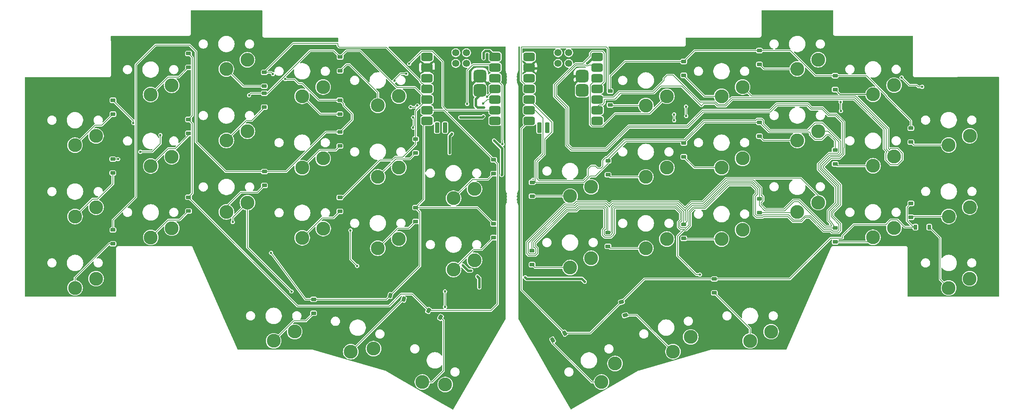
<source format=gbr>
%TF.GenerationSoftware,KiCad,Pcbnew,9.0.6*%
%TF.CreationDate,2026-01-07T23:40:19+05:30*%
%TF.ProjectId,Splitty,53706c69-7474-4792-9e6b-696361645f70,rev?*%
%TF.SameCoordinates,Original*%
%TF.FileFunction,Copper,L2,Bot*%
%TF.FilePolarity,Positive*%
%FSLAX46Y46*%
G04 Gerber Fmt 4.6, Leading zero omitted, Abs format (unit mm)*
G04 Created by KiCad (PCBNEW 9.0.6) date 2026-01-07 23:40:19*
%MOMM*%
%LPD*%
G01*
G04 APERTURE LIST*
G04 Aperture macros list*
%AMRoundRect*
0 Rectangle with rounded corners*
0 $1 Rounding radius*
0 $2 $3 $4 $5 $6 $7 $8 $9 X,Y pos of 4 corners*
0 Add a 4 corners polygon primitive as box body*
4,1,4,$2,$3,$4,$5,$6,$7,$8,$9,$2,$3,0*
0 Add four circle primitives for the rounded corners*
1,1,$1+$1,$2,$3*
1,1,$1+$1,$4,$5*
1,1,$1+$1,$6,$7*
1,1,$1+$1,$8,$9*
0 Add four rect primitives between the rounded corners*
20,1,$1+$1,$2,$3,$4,$5,0*
20,1,$1+$1,$4,$5,$6,$7,0*
20,1,$1+$1,$6,$7,$8,$9,0*
20,1,$1+$1,$8,$9,$2,$3,0*%
G04 Aperture macros list end*
%TA.AperFunction,ComponentPad*%
%ADD10C,3.300000*%
%TD*%
%TA.AperFunction,SMDPad,CuDef*%
%ADD11RoundRect,0.225000X-0.375000X0.225000X-0.375000X-0.225000X0.375000X-0.225000X0.375000X0.225000X0*%
%TD*%
%TA.AperFunction,SMDPad,CuDef*%
%ADD12RoundRect,0.225000X-0.422492X0.112920X-0.298455X-0.319648X0.422492X-0.112920X0.298455X0.319648X0*%
%TD*%
%TA.AperFunction,SMDPad,CuDef*%
%ADD13RoundRect,0.500000X0.875000X0.500000X-0.875000X0.500000X-0.875000X-0.500000X0.875000X-0.500000X0*%
%TD*%
%TA.AperFunction,ComponentPad*%
%ADD14RoundRect,0.750000X-0.750000X-0.750000X0.750000X-0.750000X0.750000X0.750000X-0.750000X0.750000X0*%
%TD*%
%TA.AperFunction,SMDPad,CuDef*%
%ADD15RoundRect,0.275000X-0.275000X0.975000X-0.275000X-0.975000X0.275000X-0.975000X0.275000X0.975000X0*%
%TD*%
%TA.AperFunction,SMDPad,CuDef*%
%ADD16C,1.700000*%
%TD*%
%TA.AperFunction,SMDPad,CuDef*%
%ADD17RoundRect,0.225000X-0.382356X-0.212260X0.007356X-0.437260X0.382356X0.212260X-0.007356X0.437260X0*%
%TD*%
%TA.AperFunction,SMDPad,CuDef*%
%ADD18RoundRect,0.225000X-0.319648X-0.298455X0.112920X-0.422492X0.319648X0.298455X-0.112920X0.422492X0*%
%TD*%
%TA.AperFunction,SMDPad,CuDef*%
%ADD19RoundRect,0.225000X-0.225000X-0.375000X0.225000X-0.375000X0.225000X0.375000X-0.225000X0.375000X0*%
%TD*%
%TA.AperFunction,SMDPad,CuDef*%
%ADD20RoundRect,0.225000X0.007356X0.437260X-0.382356X0.212260X-0.007356X-0.437260X0.382356X-0.212260X0*%
%TD*%
%TA.AperFunction,ViaPad*%
%ADD21C,0.600000*%
%TD*%
%TA.AperFunction,Conductor*%
%ADD22C,0.200000*%
%TD*%
%TA.AperFunction,Conductor*%
%ADD23C,0.600000*%
%TD*%
G04 APERTURE END LIST*
D10*
%TO.P,SW31,1,1*%
%TO.N,/Right/COL3*%
X236027520Y-84823362D03*
%TO.P,SW31,2,2*%
%TO.N,Net-(D24-A)*%
X231027520Y-87023362D03*
%TD*%
D11*
%TO.P,D18,1,K*%
%TO.N,/Left/ROW2*%
X140813574Y-85592735D03*
%TO.P,D18,2,A*%
%TO.N,Net-(D18-A)*%
X140813574Y-88892735D03*
%TD*%
%TO.P,D8,1,K*%
%TO.N,/Right/ROW0*%
X222017520Y-65580862D03*
%TO.P,D8,2,A*%
%TO.N,Net-(D8-A)*%
X222017520Y-68880862D03*
%TD*%
D10*
%TO.P,SW2,1,1*%
%TO.N,/Right/COL0*%
X218007592Y-61770862D03*
%TO.P,SW2,2,2*%
%TO.N,Net-(D2-A)*%
X213007592Y-63970862D03*
%TD*%
%TO.P,SW47,1,1*%
%TO.N,/Right/COL4*%
X163987520Y-109040862D03*
%TO.P,SW47,2,2*%
%TO.N,Net-(D47-A)*%
X158987520Y-111240862D03*
%TD*%
%TO.P,SW29,2,2*%
%TO.N,Net-(D23-A)*%
X213027520Y-80990862D03*
%TO.P,SW29,1,1*%
%TO.N,/Right/COL2*%
X218027520Y-78790862D03*
%TD*%
D11*
%TO.P,D29,1,K*%
%TO.N,/Right/ROW3*%
X193277520Y-113960862D03*
%TO.P,D29,2,A*%
%TO.N,Net-(D29-A)*%
X193277520Y-117260862D03*
%TD*%
D10*
%TO.P,SW24,1,1*%
%TO.N,/Left/COL3*%
X118273574Y-104442735D03*
%TO.P,SW24,2,2*%
%TO.N,Net-(D28-A)*%
X113273574Y-106642735D03*
%TD*%
D11*
%TO.P,D24,1,K*%
%TO.N,/Right/ROW2*%
X222017520Y-83280862D03*
%TO.P,D24,2,A*%
%TO.N,Net-(D24-A)*%
X222017520Y-86580862D03*
%TD*%
D12*
%TO.P,D32,1,K*%
%TO.N,/Right/ROW3*%
X171212719Y-119434780D03*
%TO.P,D32,2,A*%
%TO.N,Net-(D32-A)*%
X172122321Y-122606944D03*
%TD*%
D11*
%TO.P,D31,1,K*%
%TO.N,/Right/ROW3*%
X240027520Y-95990862D03*
%TO.P,D31,2,A*%
%TO.N,Net-(D31-A)*%
X240027520Y-99290862D03*
%TD*%
%TO.P,D15,1,K*%
%TO.N,/Right/ROW1*%
X167987520Y-102890862D03*
%TO.P,D15,2,A*%
%TO.N,Net-(D15-A)*%
X167987520Y-106190862D03*
%TD*%
D10*
%TO.P,SW26,1,1*%
%TO.N,/Right/COL0*%
X206787520Y-126510862D03*
%TO.P,SW26,2,2*%
%TO.N,Net-(D29-A)*%
X201787520Y-128710862D03*
%TD*%
%TO.P,SW3,1,1*%
%TO.N,/Left/COL1*%
X82253574Y-61782735D03*
%TO.P,SW3,2,2*%
%TO.N,Net-(D3-A)*%
X77253574Y-63982735D03*
%TD*%
%TO.P,SW15,1,1*%
%TO.N,/Right/COL2*%
X181997592Y-104470862D03*
%TO.P,SW15,2,2*%
%TO.N,Net-(D15-A)*%
X176997592Y-106670862D03*
%TD*%
D13*
%TO.P,U2,1,P0.02_A0_D0*%
%TO.N,/Right/BT_PIN*%
X165447520Y-61060862D03*
%TO.P,U2,2,P0.03_A1_D1*%
%TO.N,/Right/COL0*%
X165447520Y-63600862D03*
%TO.P,U2,3,P0.28_A2_D2*%
%TO.N,/Right/COL1*%
X165447520Y-66140862D03*
%TO.P,U2,4,P0.29_A3_D3*%
%TO.N,/Right/COL2*%
X165447520Y-68680862D03*
%TO.P,U2,5,P0.04_A4_D4_SDA*%
%TO.N,/Right/COL3*%
X165447520Y-71220862D03*
%TO.P,U2,6,P0.05_A5_D5_SCL*%
%TO.N,/Right/COL4*%
X165447520Y-73760862D03*
%TO.P,U2,7,P1.11_D6_TX*%
%TO.N,/Right/ROW4*%
X165447520Y-76300862D03*
%TO.P,U2,8,P1.12_D7_RX*%
%TO.N,/Right/ROW3*%
X149282520Y-76300862D03*
%TO.P,U2,9,P1.13_D8_SCK*%
%TO.N,/Right/ROW2*%
X149282520Y-73760862D03*
%TO.P,U2,10,P1.14_D9_MISO*%
%TO.N,/Right/ROW1*%
X149282520Y-71220862D03*
%TO.P,U2,11,P1.15_D10_MOSI*%
%TO.N,/Right/ROW0*%
X149282520Y-68680862D03*
%TO.P,U2,12,3V3*%
%TO.N,unconnected-(U2-3V3-Pad12)*%
X149282520Y-66140862D03*
%TO.P,U2,13,GND*%
%TO.N,GND*%
X149282520Y-63600862D03*
%TO.P,U2,14,5V*%
%TO.N,unconnected-(U2-5V-Pad14)*%
X149282520Y-61060862D03*
D14*
%TO.P,U2,15,BAT*%
%TO.N,/Right/VBAT*%
X161837520Y-69080862D03*
%TO.P,U2,16,GND*%
%TO.N,GND*%
X161837520Y-65680862D03*
D15*
%TO.P,U2,17,NFC1*%
%TO.N,unconnected-(U2-NFC1-Pad17)*%
X153582520Y-77917762D03*
%TO.P,U2,18,NFC2*%
%TO.N,unconnected-(U2-NFC2-Pad18)*%
X151677520Y-77917762D03*
D16*
%TO.P,U2,19,PA31_SWDIO*%
%TO.N,unconnected-(U2-PA31_SWDIO-Pad19)*%
X158662520Y-60112362D03*
%TO.P,U2,20,PA30_SWCLK*%
%TO.N,unconnected-(U2-PA30_SWCLK-Pad20)*%
X156122520Y-60112362D03*
%TO.P,U2,21,RESET*%
%TO.N,unconnected-(U2-RESET-Pad21)*%
X158662520Y-62652362D03*
%TO.P,U2,22,GND*%
%TO.N,unconnected-(U2-GND-Pad22)*%
X156122520Y-62652362D03*
%TD*%
D11*
%TO.P,D16,1,K*%
%TO.N,/Right/ROW1*%
X185997520Y-101003362D03*
%TO.P,D16,2,A*%
%TO.N,Net-(D16-A)*%
X185997520Y-104303362D03*
%TD*%
%TO.P,D42,1,K*%
%TO.N,/Left/ROW1*%
X104300000Y-61138362D03*
%TO.P,D42,2,A*%
%TO.N,Net-(D42-A)*%
X104300000Y-64438362D03*
%TD*%
%TO.P,D3,1,K*%
%TO.N,/Left/ROW0*%
X86263574Y-64775235D03*
%TO.P,D3,2,A*%
%TO.N,Net-(D3-A)*%
X86263574Y-68075235D03*
%TD*%
%TO.P,D17,1,K*%
%TO.N,/Left/ROW2*%
X68243574Y-94502735D03*
%TO.P,D17,2,A*%
%TO.N,Net-(D17-A)*%
X68243574Y-97802735D03*
%TD*%
D10*
%TO.P,SW48,1,1*%
%TO.N,/Right/COL4*%
X164002520Y-92040862D03*
%TO.P,SW48,2,2*%
%TO.N,Net-(D48-A)*%
X159002520Y-94240862D03*
%TD*%
%TO.P,SW11,1,1*%
%TO.N,/Left/COL2*%
X82263574Y-78792735D03*
%TO.P,SW11,2,2*%
%TO.N,Net-(D11-A)*%
X77263574Y-80992735D03*
%TD*%
%TO.P,SW19,1,1*%
%TO.N,/Left/COL1*%
X136273574Y-92539435D03*
%TO.P,SW19,2,2*%
%TO.N,Net-(D18-A)*%
X131273574Y-94739435D03*
%TD*%
%TO.P,SW25,1,1*%
%TO.N,/Right/COL0*%
X200007520Y-85270862D03*
%TO.P,SW25,2,2*%
%TO.N,Net-(D21-A)*%
X195007520Y-87470862D03*
%TD*%
D11*
%TO.P,D10,1,K*%
%TO.N,/Left/ROW1*%
X122263574Y-80672735D03*
%TO.P,D10,2,A*%
%TO.N,Net-(D10-A)*%
X122263574Y-83972735D03*
%TD*%
D10*
%TO.P,SW14,1,1*%
%TO.N,/Right/COL1*%
X236017592Y-101850862D03*
%TO.P,SW14,2,2*%
%TO.N,Net-(D14-A)*%
X231017592Y-104050862D03*
%TD*%
%TO.P,SW4,1,1*%
%TO.N,/Right/COL1*%
X182007520Y-70460862D03*
%TO.P,SW4,2,2*%
%TO.N,Net-(D4-A)*%
X177007520Y-72660862D03*
%TD*%
%TO.P,SW5,1,1*%
%TO.N,/Left/COL2*%
X100273574Y-85272735D03*
%TO.P,SW5,2,2*%
%TO.N,Net-(D5-A)*%
X95273574Y-87472735D03*
%TD*%
%TO.P,SW12,1,1*%
%TO.N,/Left/COL3*%
X100283574Y-101972735D03*
%TO.P,SW12,2,2*%
%TO.N,Net-(D12-A)*%
X95283574Y-104172735D03*
%TD*%
%TO.P,SW44,1,1*%
%TO.N,/Left/COL4*%
X46258574Y-79912735D03*
%TO.P,SW44,2,2*%
%TO.N,Net-(D44-A)*%
X41258574Y-82112735D03*
%TD*%
D11*
%TO.P,D9,1,K*%
%TO.N,/Left/ROW1*%
X50263574Y-85442735D03*
%TO.P,D9,2,A*%
%TO.N,Net-(D9-A)*%
X50263574Y-88742735D03*
%TD*%
D10*
%TO.P,SW23,1,1*%
%TO.N,/Left/COL3*%
X129295561Y-139100330D03*
%TO.P,SW23,2,2*%
%TO.N,Net-(D20-A)*%
X123865434Y-138505586D03*
%TD*%
%TO.P,SW41,1,1*%
%TO.N,/Left/COL4*%
X100273574Y-68272735D03*
%TO.P,SW41,2,2*%
%TO.N,Net-(D41-A)*%
X95273574Y-70472735D03*
%TD*%
%TO.P,SW8,1,1*%
%TO.N,/Right/COL3*%
X236032520Y-67820862D03*
%TO.P,SW8,2,2*%
%TO.N,Net-(D8-A)*%
X231032520Y-70020862D03*
%TD*%
D11*
%TO.P,D47,1,K*%
%TO.N,/Right/ROW1*%
X149957520Y-107260862D03*
%TO.P,D47,2,A*%
%TO.N,Net-(D47-A)*%
X149957520Y-110560862D03*
%TD*%
%TO.P,D12,1,K*%
%TO.N,/Left/ROW1*%
X104263574Y-94565235D03*
%TO.P,D12,2,A*%
%TO.N,Net-(D12-A)*%
X104263574Y-97865235D03*
%TD*%
%TO.P,D28,1,K*%
%TO.N,/Left/ROW3*%
X122243574Y-96982735D03*
%TO.P,D28,2,A*%
%TO.N,Net-(D28-A)*%
X122243574Y-100282735D03*
%TD*%
%TO.P,D11,1,K*%
%TO.N,/Left/ROW1*%
X86273574Y-69755235D03*
%TO.P,D11,2,A*%
%TO.N,Net-(D11-A)*%
X86273574Y-73055235D03*
%TD*%
%TO.P,D7,1,K*%
%TO.N,/Right/ROW0*%
X240017520Y-78070862D03*
%TO.P,D7,2,A*%
%TO.N,Net-(D7-A)*%
X240017520Y-81370862D03*
%TD*%
D17*
%TO.P,D20,1,K*%
%TO.N,/Left/ROW2*%
X125334632Y-121467735D03*
%TO.P,D20,2,A*%
%TO.N,Net-(D20-A)*%
X128192516Y-123117735D03*
%TD*%
D11*
%TO.P,D46,1,K*%
%TO.N,/Right/ROW0*%
X186007520Y-62193362D03*
%TO.P,D46,2,A*%
%TO.N,Net-(D46-A)*%
X186007520Y-65493362D03*
%TD*%
D10*
%TO.P,SW42,1,1*%
%TO.N,/Left/COL4*%
X118273574Y-70452735D03*
%TO.P,SW42,2,2*%
%TO.N,Net-(D42-A)*%
X113273574Y-72652735D03*
%TD*%
%TO.P,SW46,1,1*%
%TO.N,/Right/COL4*%
X200007592Y-68270862D03*
%TO.P,SW46,2,2*%
%TO.N,Net-(D46-A)*%
X195007592Y-70470862D03*
%TD*%
%TO.P,SW20,1,1*%
%TO.N,/Left/COL1*%
X136273574Y-109529435D03*
%TO.P,SW20,2,2*%
%TO.N,Net-(D26-A)*%
X131273574Y-111729435D03*
%TD*%
%TO.P,SW30,1,1*%
%TO.N,/Right/COL2*%
X254037520Y-96890862D03*
%TO.P,SW30,2,2*%
%TO.N,Net-(D31-A)*%
X249037520Y-99090862D03*
%TD*%
%TO.P,SW49,1,1*%
%TO.N,/Right/COL4*%
X169677520Y-134100862D03*
%TO.P,SW49,2,2*%
%TO.N,Net-(D49-A)*%
X166447393Y-138506118D03*
%TD*%
%TO.P,SW1,1,1*%
%TO.N,/Left/COL0*%
X82273574Y-95802735D03*
%TO.P,SW1,2,2*%
%TO.N,Net-(D1-A)*%
X77273574Y-98002735D03*
%TD*%
%TO.P,SW16,1,1*%
%TO.N,/Right/COL3*%
X200007592Y-102263362D03*
%TO.P,SW16,2,2*%
%TO.N,Net-(D16-A)*%
X195007592Y-104463362D03*
%TD*%
D11*
%TO.P,D2,1,K*%
%TO.N,/Right/ROW0*%
X204007520Y-59583362D03*
%TO.P,D2,2,A*%
%TO.N,Net-(D2-A)*%
X204007520Y-62883362D03*
%TD*%
D18*
%TO.P,D27,1,K*%
%TO.N,/Left/ROW3*%
X116247492Y-117887933D03*
%TO.P,D27,2,A*%
%TO.N,Net-(D27-A)*%
X119419656Y-118797537D03*
%TD*%
D19*
%TO.P,D30,1,K*%
%TO.N,/Right/ROW3*%
X241107520Y-101640862D03*
%TO.P,D30,2,A*%
%TO.N,Net-(D30-A)*%
X244407520Y-101640862D03*
%TD*%
D11*
%TO.P,D25,1,K*%
%TO.N,/Left/ROW3*%
X98013574Y-118825235D03*
%TO.P,D25,2,A*%
%TO.N,Net-(D25-A)*%
X98013574Y-122125235D03*
%TD*%
%TO.P,D44,1,K*%
%TO.N,/Left/ROW3*%
X50283574Y-71422735D03*
%TO.P,D44,2,A*%
%TO.N,Net-(D44-A)*%
X50283574Y-74722735D03*
%TD*%
%TO.P,D5,1,K*%
%TO.N,/Left/ROW0*%
X104263574Y-78992735D03*
%TO.P,D5,2,A*%
%TO.N,Net-(D5-A)*%
X104263574Y-82292735D03*
%TD*%
%TO.P,D13,1,K*%
%TO.N,/Right/ROW1*%
X204007448Y-94853362D03*
%TO.P,D13,2,A*%
%TO.N,Net-(D13-A)*%
X204007448Y-98153362D03*
%TD*%
D10*
%TO.P,SW22,1,1*%
%TO.N,/Left/COL2*%
X112249303Y-130549648D03*
%TO.P,SW22,2,2*%
%TO.N,Net-(D27-A)*%
X106836593Y-131286237D03*
%TD*%
%TO.P,SW13,1,1*%
%TO.N,/Right/COL0*%
X217997520Y-95780862D03*
%TO.P,SW13,2,2*%
%TO.N,Net-(D13-A)*%
X212997520Y-97980862D03*
%TD*%
%TO.P,SW7,1,1*%
%TO.N,/Right/COL2*%
X254022520Y-79888362D03*
%TO.P,SW7,2,2*%
%TO.N,Net-(D7-A)*%
X249022520Y-82088362D03*
%TD*%
%TO.P,SW21,1,1*%
%TO.N,/Left/COL2*%
X64273574Y-84872735D03*
%TO.P,SW21,2,2*%
%TO.N,Net-(D19-A)*%
X59273574Y-87072735D03*
%TD*%
%TO.P,SW27,1,1*%
%TO.N,/Right/COL1*%
X182000660Y-87470862D03*
%TO.P,SW27,2,2*%
%TO.N,Net-(D22-A)*%
X177000660Y-89670862D03*
%TD*%
%TO.P,SW10,1,1*%
%TO.N,/Left/COL1*%
X118273574Y-87442735D03*
%TO.P,SW10,2,2*%
%TO.N,Net-(D10-A)*%
X113273574Y-89642735D03*
%TD*%
D11*
%TO.P,D4,1,K*%
%TO.N,/Right/ROW0*%
X168540000Y-69250862D03*
%TO.P,D4,2,A*%
%TO.N,Net-(D4-A)*%
X168540000Y-72550862D03*
%TD*%
%TO.P,D22,1,K*%
%TO.N,/Right/ROW2*%
X168007520Y-85850862D03*
%TO.P,D22,2,A*%
%TO.N,Net-(D22-A)*%
X168007520Y-89150862D03*
%TD*%
%TO.P,D43,1,K*%
%TO.N,/Left/ROW2*%
X68243574Y-60282735D03*
%TO.P,D43,2,A*%
%TO.N,Net-(D43-A)*%
X68243574Y-63582735D03*
%TD*%
%TO.P,D6,1,K*%
%TO.N,/Left/ROW0*%
X50273574Y-102282735D03*
%TO.P,D6,2,A*%
%TO.N,Net-(D6-A)*%
X50273574Y-105582735D03*
%TD*%
%TO.P,D26,1,K*%
%TO.N,/Left/ROW3*%
X140813574Y-100822735D03*
%TO.P,D26,2,A*%
%TO.N,Net-(D26-A)*%
X140813574Y-104122735D03*
%TD*%
D10*
%TO.P,SW17,1,1*%
%TO.N,/Left/COL0*%
X64273574Y-101872735D03*
%TO.P,SW17,2,2*%
%TO.N,Net-(D17-A)*%
X59273574Y-104072735D03*
%TD*%
D11*
%TO.P,D19,1,K*%
%TO.N,/Left/ROW2*%
X68243574Y-75992735D03*
%TO.P,D19,2,A*%
%TO.N,Net-(D19-A)*%
X68243574Y-79292735D03*
%TD*%
%TO.P,D14,1,K*%
%TO.N,/Right/ROW1*%
X222037520Y-101830862D03*
%TO.P,D14,2,A*%
%TO.N,Net-(D14-A)*%
X222037520Y-105130862D03*
%TD*%
%TO.P,D48,1,K*%
%TO.N,/Right/ROW2*%
X149982520Y-90970862D03*
%TO.P,D48,2,A*%
%TO.N,Net-(D48-A)*%
X149982520Y-94270862D03*
%TD*%
%TO.P,D21,1,K*%
%TO.N,/Right/ROW2*%
X186017520Y-81590862D03*
%TO.P,D21,2,A*%
%TO.N,Net-(D21-A)*%
X186017520Y-84890862D03*
%TD*%
D13*
%TO.P,U1,1,P0.02_A0_D0*%
%TO.N,/Left/BT_PIN*%
X141138074Y-61061235D03*
%TO.P,U1,2,P0.03_A1_D1*%
%TO.N,/Left/COL0*%
X141138074Y-63601235D03*
%TO.P,U1,3,P0.28_A2_D2*%
%TO.N,/Left/COL1*%
X141138074Y-66141235D03*
%TO.P,U1,4,P0.29_A3_D3*%
%TO.N,/Left/COL2*%
X141138074Y-68681235D03*
%TO.P,U1,5,P0.04_A4_D4_SDA*%
%TO.N,/Left/COL3*%
X141138074Y-71221235D03*
%TO.P,U1,6,P0.05_A5_D5_SCL*%
%TO.N,/Left/COL4*%
X141138074Y-73761235D03*
%TO.P,U1,7,P1.11_D6_TX*%
%TO.N,/Left/ROW4*%
X141138074Y-76301235D03*
%TO.P,U1,8,P1.12_D7_RX*%
%TO.N,/Left/ROW3*%
X124973074Y-76301235D03*
%TO.P,U1,9,P1.13_D8_SCK*%
%TO.N,/Left/ROW2*%
X124973074Y-73761235D03*
%TO.P,U1,10,P1.14_D9_MISO*%
%TO.N,/Left/ROW1*%
X124973074Y-71221235D03*
%TO.P,U1,11,P1.15_D10_MOSI*%
%TO.N,/Left/ROW0*%
X124973074Y-68681235D03*
%TO.P,U1,12,3V3*%
%TO.N,unconnected-(U1-3V3-Pad12)*%
X124973074Y-66141235D03*
%TO.P,U1,13,GND*%
%TO.N,GND*%
X124973074Y-63601235D03*
%TO.P,U1,14,5V*%
%TO.N,unconnected-(U1-5V-Pad14)*%
X124973074Y-61061235D03*
D14*
%TO.P,U1,15,BAT*%
%TO.N,/Left/VBAT*%
X137528074Y-69081235D03*
%TO.P,U1,16,GND*%
%TO.N,GND*%
X137528074Y-65681235D03*
D15*
%TO.P,U1,17,NFC1*%
%TO.N,unconnected-(U1-NFC1-Pad17)*%
X129273074Y-77918135D03*
%TO.P,U1,18,NFC2*%
%TO.N,unconnected-(U1-NFC2-Pad18)*%
X127368074Y-77918135D03*
D16*
%TO.P,U1,19,PA31_SWDIO*%
%TO.N,unconnected-(U1-PA31_SWDIO-Pad19)*%
X134353074Y-60112735D03*
%TO.P,U1,20,PA30_SWCLK*%
%TO.N,unconnected-(U1-PA30_SWCLK-Pad20)*%
X131813074Y-60112735D03*
%TO.P,U1,21,RESET*%
%TO.N,unconnected-(U1-RESET-Pad21)*%
X134353074Y-62652735D03*
%TO.P,U1,22,GND*%
%TO.N,unconnected-(U1-GND-Pad22)*%
X131813074Y-62652735D03*
%TD*%
D11*
%TO.P,D41,1,K*%
%TO.N,/Left/ROW0*%
X104263574Y-71415235D03*
%TO.P,D41,2,A*%
%TO.N,Net-(D41-A)*%
X104263574Y-74715235D03*
%TD*%
D10*
%TO.P,SW6,1,1*%
%TO.N,/Left/COL3*%
X46273574Y-113902735D03*
%TO.P,SW6,2,2*%
%TO.N,Net-(D6-A)*%
X41273574Y-116102735D03*
%TD*%
%TO.P,SW9,1,1*%
%TO.N,/Left/COL0*%
X46268574Y-96902735D03*
%TO.P,SW9,2,2*%
%TO.N,Net-(D9-A)*%
X41268574Y-99102735D03*
%TD*%
%TO.P,SW32,1,1*%
%TO.N,/Right/COL3*%
X187670530Y-127773412D03*
%TO.P,SW32,2,2*%
%TO.N,Net-(D32-A)*%
X183470622Y-131266375D03*
%TD*%
%TO.P,SW28,1,1*%
%TO.N,/Right/COL1*%
X254017520Y-113900862D03*
%TO.P,SW28,2,2*%
%TO.N,Net-(D30-A)*%
X249017520Y-116100862D03*
%TD*%
%TO.P,SW43,1,1*%
%TO.N,/Left/COL4*%
X64253574Y-67862735D03*
%TO.P,SW43,2,2*%
%TO.N,Net-(D43-A)*%
X59253574Y-70062735D03*
%TD*%
D11*
%TO.P,D23,1,K*%
%TO.N,/Right/ROW2*%
X204017520Y-76670862D03*
%TO.P,D23,2,A*%
%TO.N,Net-(D23-A)*%
X204017520Y-79970862D03*
%TD*%
D20*
%TO.P,D49,1,K*%
%TO.N,/Right/ROW3*%
X157697520Y-126870862D03*
%TO.P,D49,2,A*%
%TO.N,Net-(D49-A)*%
X154839636Y-128520862D03*
%TD*%
D10*
%TO.P,SW18,1,1*%
%TO.N,/Left/COL0*%
X93498574Y-126502735D03*
%TO.P,SW18,2,2*%
%TO.N,Net-(D25-A)*%
X88498574Y-128702735D03*
%TD*%
D11*
%TO.P,D1,1,K*%
%TO.N,/Left/ROW0*%
X86293574Y-88395235D03*
%TO.P,D1,2,A*%
%TO.N,Net-(D1-A)*%
X86293574Y-91695235D03*
%TD*%
D21*
%TO.N,/Right/COL0*%
X223340000Y-71841362D03*
X189850000Y-112918362D03*
%TO.N,/Left/COL1*%
X121663574Y-75508362D03*
%TO.N,/Right/COL1*%
X183740000Y-76188362D03*
%TO.N,/Left/COL3*%
X129240000Y-116928362D03*
%TO.N,/Left/COL1*%
X142920000Y-81858362D03*
%TO.N,/Left/COL0*%
X78773574Y-100422735D03*
%TO.N,/Right/COL0*%
X223380000Y-73968362D03*
%TO.N,GND*%
X139713574Y-96152735D03*
%TO.N,/Right/COL2*%
X242710000Y-68218362D03*
%TO.N,/Left/COL1*%
X121663574Y-77918362D03*
%TO.N,/Left/COL4*%
X120743574Y-62742735D03*
%TO.N,GND*%
X129353574Y-75322735D03*
%TO.N,/Left/COL3*%
X138348973Y-72207335D03*
%TO.N,/Right/COL2*%
X237830000Y-66020860D03*
%TO.N,/Left/VBAT*%
X132893574Y-75502735D03*
%TO.N,/Left/COL3*%
X129240000Y-120628362D03*
%TO.N,/Left/COL0*%
X134523574Y-72292735D03*
%TO.N,/Left/ROW3*%
X55133574Y-76822735D03*
%TO.N,/Right/COL1*%
X183730000Y-74798362D03*
%TO.N,/Right/COL2*%
X186610000Y-75168362D03*
%TO.N,/Left/ROW1*%
X82653574Y-70242735D03*
%TO.N,/Left/ROW0*%
X91288238Y-66376600D03*
%TO.N,/Left/VBAT*%
X135463574Y-111952735D03*
%TO.N,/Right/COL2*%
X186550000Y-72928362D03*
%TO.N,/Left/BT_PIN*%
X140913574Y-81002735D03*
%TO.N,/Left/COL4*%
X120063574Y-65102735D03*
%TO.N,/Left/VBAT*%
X138473574Y-73092735D03*
%TO.N,/Left/ROW1*%
X61563574Y-79722735D03*
X56803574Y-83692735D03*
X51503574Y-85442735D03*
%TO.N,/Left/VBAT*%
X130323574Y-83982735D03*
X138383574Y-75202735D03*
X136943574Y-113352735D03*
%TO.N,/Left/COL2*%
X122692046Y-72653735D03*
%TO.N,/Left/COL0*%
X92753574Y-116942735D03*
%TO.N,/Left/COL2*%
X139267503Y-70603392D03*
X108353574Y-110862735D03*
%TO.N,/Left/VBAT*%
X130873574Y-79392735D03*
%TO.N,/Right/BT_PIN*%
X148330000Y-113578362D03*
%TO.N,/Left/COL2*%
X121083574Y-73052735D03*
%TO.N,/Right/BT_PIN*%
X163080000Y-62618362D03*
%TO.N,GND*%
X151877520Y-63830862D03*
%TO.N,/Left/VBAT*%
X137399321Y-115968482D03*
%TO.N,/Left/ROW3*%
X87880000Y-107768362D03*
%TO.N,GND*%
X158967520Y-66650862D03*
%TO.N,/Left/VBAT*%
X133453574Y-110732735D03*
%TO.N,/Left/COL2*%
X106763574Y-102382735D03*
%TO.N,/Left/COL4*%
X117223574Y-66812735D03*
%TO.N,/Left/BT_PIN*%
X138433574Y-61412735D03*
X142710000Y-89208362D03*
%TO.N,GND*%
X127653574Y-64392735D03*
X132133574Y-72062735D03*
X132123574Y-81592735D03*
X133533574Y-93782735D03*
%TO.N,/Left/ROW0*%
X88320000Y-65168362D03*
%TO.N,/Right/BT_PIN*%
X162470000Y-114618362D03*
%TD*%
D22*
%TO.N,/Left/ROW1*%
X122263574Y-80672735D02*
X122263574Y-73930735D01*
%TO.N,Net-(D26-A)*%
X131273574Y-111729435D02*
X136022574Y-106980435D01*
%TO.N,/Right/COL1*%
X164233462Y-77601862D02*
X163771520Y-77139920D01*
%TO.N,/Right/COL0*%
X184069800Y-97112362D02*
X169650200Y-97112362D01*
%TO.N,/Left/COL0*%
X78773574Y-99302735D02*
X82273574Y-95802735D01*
%TO.N,/Right/ROW2*%
X186017520Y-81590862D02*
X185667520Y-81240862D01*
%TO.N,/Right/COL2*%
X150358520Y-106509862D02*
X150358520Y-105236942D01*
%TO.N,Net-(D48-A)*%
X150012520Y-94240862D02*
X149982520Y-94270862D01*
D23*
%TO.N,GND*%
X158967520Y-66650862D02*
X158957520Y-66650862D01*
D22*
%TO.N,/Left/COL2*%
X106763574Y-109272735D02*
X108353574Y-110862735D01*
%TO.N,Net-(D28-A)*%
X118022574Y-101893735D02*
X120632574Y-101893735D01*
%TO.N,/Right/COL2*%
X204408448Y-95604362D02*
X204606558Y-95604362D01*
X165447520Y-68680862D02*
X167123520Y-67004862D01*
%TO.N,Net-(D20-A)*%
X128891434Y-135813038D02*
X128891434Y-123816653D01*
%TO.N,/Left/ROW3*%
X124220000Y-77054309D02*
X124973074Y-76301235D01*
X122243574Y-96982735D02*
X136973574Y-96982735D01*
%TO.N,/Right/COL4*%
X169630000Y-71138362D02*
X167310000Y-71138362D01*
%TO.N,/Right/ROW0*%
X163063630Y-58764752D02*
X163063476Y-58764598D01*
%TO.N,Net-(D17-A)*%
X59273574Y-104072735D02*
X63424574Y-99921735D01*
%TO.N,/Left/ROW0*%
X123297074Y-66785436D02*
X123297074Y-66980293D01*
%TO.N,/Right/COL0*%
X210819789Y-99129362D02*
X204948658Y-99129362D01*
%TO.N,/Left/ROW0*%
X123953873Y-67442235D02*
X124973074Y-68461436D01*
%TO.N,/Right/ROW0*%
X147347235Y-66745577D02*
X149282520Y-68680862D01*
%TO.N,Net-(D27-A)*%
X119325293Y-118797537D02*
X119419656Y-118797537D01*
%TO.N,/Right/COL2*%
X220409420Y-75091862D02*
X222118520Y-75091862D01*
X169484100Y-96711362D02*
X184235900Y-96711362D01*
X158074414Y-82154856D02*
X159201420Y-83281862D01*
%TO.N,/Left/ROW1*%
X122263574Y-81901205D02*
X122263574Y-80672735D01*
%TO.N,Net-(D1-A)*%
X77273574Y-98002735D02*
X77273574Y-96734788D01*
%TO.N,/Left/COL4*%
X128713574Y-62286677D02*
X128713574Y-72877135D01*
%TO.N,/Left/ROW1*%
X116655024Y-85694185D02*
X117387474Y-84961735D01*
%TO.N,/Right/ROW2*%
X215802500Y-78950862D02*
X216095889Y-79244251D01*
%TO.N,Net-(D2-A)*%
X205095020Y-63970862D02*
X204007520Y-62883362D01*
%TO.N,/Right/COL2*%
X222918520Y-83729972D02*
X222616630Y-84031862D01*
%TO.N,/Right/COL0*%
X215580000Y-72278362D02*
X216480000Y-73178362D01*
D23*
%TO.N,GND*%
X135527074Y-67682235D02*
X137528074Y-65681235D01*
%TO.N,/Left/VBAT*%
X138083574Y-75502735D02*
X138383574Y-75202735D01*
D22*
%TO.N,/Right/COL2*%
X150858520Y-106811752D02*
X150556630Y-106509862D01*
%TO.N,/Right/COL0*%
X187797800Y-95596362D02*
X190442000Y-95596362D01*
X224140045Y-76546287D02*
X224140045Y-82665417D01*
%TO.N,/Right/ROW1*%
X166313195Y-87611557D02*
X166763195Y-87161557D01*
%TO.N,/Right/COL2*%
X169161000Y-97034462D02*
X169484100Y-96711362D01*
%TO.N,/Left/COL0*%
X134523574Y-72292735D02*
X134523574Y-64324788D01*
%TO.N,Net-(D11-A)*%
X77263574Y-80992735D02*
X82012574Y-76243735D01*
%TO.N,*%
X150317520Y-90219862D02*
X149982520Y-90219862D01*
%TO.N,/Right/COL2*%
X218896920Y-73579362D02*
X220409420Y-75091862D01*
%TO.N,/Right/COL0*%
X222802730Y-102982862D02*
X221272310Y-102982862D01*
%TO.N,Net-(D25-A)*%
X96185074Y-123953735D02*
X98013574Y-122125235D01*
%TO.N,/Left/COL4*%
X128713574Y-72877135D02*
X129597674Y-73761235D01*
%TO.N,Net-(D30-A)*%
X249017520Y-116100862D02*
X246966520Y-114049862D01*
%TO.N,/Right/COL3*%
X169290000Y-70698362D02*
X170661000Y-69327362D01*
%TO.N,/Right/ROW2*%
X150657520Y-73760862D02*
X152528520Y-75631862D01*
%TO.N,/Right/COL0*%
X186056400Y-102155362D02*
X185232310Y-102155362D01*
%TO.N,/Left/ROW0*%
X104105775Y-58782429D02*
X104105889Y-58782429D01*
D23*
%TO.N,GND*%
X133164574Y-73093735D02*
X134855360Y-73093735D01*
D22*
%TO.N,/Right/COL2*%
X241760000Y-68218362D02*
X242710000Y-68218362D01*
%TO.N,Net-(D11-A)*%
X83261044Y-76243735D02*
X86273574Y-73231205D01*
%TO.N,/Right/COL0*%
X184695520Y-100388152D02*
X185195520Y-99888152D01*
%TO.N,Net-(D18-A)*%
X135740274Y-90272735D02*
X139433574Y-90272735D01*
%TO.N,/Right/ROW2*%
X220621372Y-79618362D02*
X222017520Y-81014510D01*
%TO.N,/Left/ROW0*%
X123759016Y-67442235D02*
X123953873Y-67442235D01*
%TO.N,/Right/COL0*%
X167185520Y-97348082D02*
X166949800Y-97112362D01*
%TO.N,/Right/COL4*%
X178910000Y-69728362D02*
X171040000Y-69728362D01*
%TO.N,/Right/COL2*%
X169161000Y-102904462D02*
X169161000Y-97034462D01*
%TO.N,/Right/ROW2*%
X164999990Y-89491862D02*
X168007520Y-86484332D01*
%TO.N,/Right/ROW3*%
X239126520Y-96891862D02*
X239126520Y-100109862D01*
%TO.N,/Right/COL0*%
X185195520Y-99888152D02*
X185195520Y-98238082D01*
X160475051Y-97795862D02*
X158366700Y-97795862D01*
%TO.N,/Left/ROW1*%
X113734624Y-85694185D02*
X116655024Y-85694185D01*
X104300000Y-61138362D02*
X102784373Y-59622735D01*
%TO.N,/Right/COL2*%
X155257520Y-70460862D02*
X155297520Y-70500862D01*
%TO.N,/Right/COL4*%
X193439861Y-72229362D02*
X190766920Y-72229362D01*
%TO.N,/Right/ROW0*%
X234200000Y-70288362D02*
X229492500Y-65580862D01*
%TO.N,Net-(D12-A)*%
X100032574Y-99423735D02*
X102705074Y-99423735D01*
%TO.N,/Right/ROW3*%
X220950130Y-104268362D02*
X211257630Y-113960862D01*
%TO.N,/Right/COL2*%
X160992451Y-96711362D02*
X167115900Y-96711362D01*
%TO.N,/Right/ROW1*%
X186822520Y-100178362D02*
X185997520Y-101003362D01*
%TO.N,/Left/COL0*%
X135880000Y-62968362D02*
X140505201Y-62968362D01*
%TO.N,/Right/ROW1*%
X190771420Y-76269862D02*
X203068410Y-76269862D01*
D23*
%TO.N,/Left/VBAT*%
X137399321Y-113808482D02*
X136943574Y-113352735D01*
D22*
%TO.N,/Left/COL2*%
X106763574Y-102382735D02*
X106763574Y-109272735D01*
%TO.N,Net-(D20-A)*%
X123865434Y-138505586D02*
X126198886Y-138505586D01*
%TO.N,/Left/ROW3*%
X115310190Y-118825235D02*
X116247492Y-117887933D01*
%TO.N,/Right/COL2*%
X187223520Y-101127472D02*
X187223520Y-97904842D01*
X223720520Y-84062172D02*
X222948830Y-84833862D01*
D23*
%TO.N,GND*%
X132123574Y-78092735D02*
X129353574Y-75322735D01*
D22*
%TO.N,/Right/COL3*%
X181306520Y-66213392D02*
X182081550Y-65438362D01*
%TO.N,Net-(D21-A)*%
X188597520Y-87470862D02*
X186017520Y-84890862D01*
%TO.N,/Right/COL2*%
X168359000Y-96702262D02*
X168359000Y-96820262D01*
%TO.N,/Right/ROW2*%
X152528520Y-75631862D02*
X152528520Y-84119842D01*
%TO.N,/Right/COL2*%
X155257520Y-70460862D02*
X158074414Y-73277756D01*
%TO.N,/Left/ROW2*%
X69144574Y-61183735D02*
X68243574Y-60282735D01*
%TO.N,/Right/ROW0*%
X168012520Y-68723382D02*
X168012520Y-60975862D01*
%TO.N,/Right/COL2*%
X186963620Y-77893312D02*
X190658570Y-74198362D01*
%TO.N,/Right/ROW1*%
X154703520Y-78924842D02*
X152929520Y-80698842D01*
%TO.N,/Left/ROW2*%
X140813574Y-85592735D02*
X141714574Y-86493735D01*
%TO.N,/Right/COL2*%
X213805651Y-99931862D02*
X214819151Y-98918362D01*
%TO.N,Net-(D16-A)*%
X195007592Y-104463362D02*
X186157520Y-104463362D01*
D23*
%TO.N,/Left/BT_PIN*%
X138813574Y-59702735D02*
X139779574Y-59702735D01*
%TO.N,GND*%
X127653574Y-64392735D02*
X125764574Y-64392735D01*
D22*
%TO.N,/Right/COL0*%
X150722730Y-108412862D02*
X149192310Y-108412862D01*
%TO.N,/Left/ROW0*%
X86293574Y-88395235D02*
X77129544Y-88395235D01*
%TO.N,/Right/ROW0*%
X188617520Y-59583362D02*
X186007520Y-62193362D01*
%TO.N,/Left/ROW2*%
X128982074Y-73761235D02*
X124973074Y-73761235D01*
%TO.N,/Left/ROW0*%
X103753717Y-57932601D02*
X103753636Y-57932682D01*
D23*
%TO.N,GND*%
X149512520Y-63830862D02*
X149282520Y-63600862D01*
D22*
%TO.N,/Right/COL0*%
X158366700Y-97795862D02*
X150759520Y-105403042D01*
%TO.N,/Right/COL3*%
X234200000Y-82995842D02*
X236027520Y-84823362D01*
%TO.N,/Right/COL0*%
X151259520Y-107876072D02*
X150722730Y-108412862D01*
D23*
%TO.N,/Right/BT_PIN*%
X161760000Y-113908362D02*
X148660000Y-113908362D01*
D22*
%TO.N,/Left/ROW2*%
X69144574Y-93601735D02*
X69144574Y-76893735D01*
%TO.N,/Left/ROW0*%
X104356153Y-58782429D02*
X104603659Y-58782429D01*
D23*
%TO.N,GND*%
X132133574Y-72062735D02*
X133164574Y-73093735D01*
%TO.N,/Left/BT_PIN*%
X138433574Y-61412735D02*
X138433574Y-60082735D01*
%TO.N,/Right/BT_PIN*%
X164637500Y-61060862D02*
X165447520Y-61060862D01*
D22*
%TO.N,Net-(D6-A)*%
X49343574Y-105582735D02*
X50273574Y-105582735D01*
%TO.N,/Right/COL0*%
X196058500Y-89979862D02*
X213847072Y-89979862D01*
D23*
%TO.N,GND*%
X159937520Y-65680862D02*
X158967520Y-66650862D01*
D22*
%TO.N,/Right/COL2*%
X168359000Y-96820262D02*
X167448100Y-95909362D01*
%TO.N,/Left/ROW0*%
X93150447Y-57888362D02*
X103753717Y-57888362D01*
%TO.N,Net-(D30-A)*%
X246966520Y-114049862D02*
X246966520Y-104199862D01*
D23*
%TO.N,/Left/BT_PIN*%
X142783574Y-82872735D02*
X140913574Y-81002735D01*
D22*
%TO.N,/Left/ROW2*%
X141714574Y-119973788D02*
X140220627Y-121467735D01*
%TO.N,*%
X150317520Y-90180862D02*
X150317520Y-90219862D01*
%TO.N,/Left/ROW0*%
X95298649Y-67448362D02*
X94430000Y-67448362D01*
D23*
%TO.N,GND*%
X134855360Y-73093735D02*
X135527074Y-72422021D01*
D22*
%TO.N,/Left/COL4*%
X118675104Y-65102735D02*
X117223574Y-66554265D01*
%TO.N,/Left/ROW1*%
X124973074Y-71221235D02*
X122120201Y-68368362D01*
%TO.N,/Right/COL1*%
X163771520Y-77139920D02*
X163771520Y-67816862D01*
%TO.N,/Right/COL2*%
X222938520Y-91740262D02*
X222938520Y-96153539D01*
%TO.N,/Right/ROW0*%
X168027520Y-59150862D02*
X167642755Y-58766097D01*
D23*
%TO.N,/Right/BT_PIN*%
X163080000Y-62618362D02*
X164637500Y-61060862D01*
D22*
%TO.N,/Right/COL3*%
X226747020Y-70840362D02*
X234200000Y-78293342D01*
%TO.N,/Left/ROW1*%
X97193574Y-59622735D02*
X87061074Y-69755235D01*
%TO.N,/Right/COL2*%
X221101000Y-97991059D02*
X221101000Y-99130842D01*
%TO.N,/Right/COL1*%
X177856520Y-74611862D02*
X169651578Y-74611862D01*
%TO.N,/Left/ROW2*%
X140813574Y-85592735D02*
X128982074Y-73761235D01*
%TO.N,Net-(D13-A)*%
X212825020Y-98153362D02*
X212997520Y-97980862D01*
%TO.N,/Right/ROW1*%
X167282000Y-96310362D02*
X160826351Y-96310362D01*
%TO.N,/Right/COL0*%
X224121520Y-84228272D02*
X223114930Y-85234862D01*
%TO.N,/Left/ROW0*%
X105164574Y-72702936D02*
X107160000Y-74698362D01*
%TO.N,/Left/COL1*%
X142814074Y-80922436D02*
X142814074Y-67817235D01*
%TO.N,/Right/COL3*%
X170661000Y-69327362D02*
X178711000Y-69327362D01*
%TO.N,/Right/COL2*%
X213511252Y-95168362D02*
X212047800Y-95168362D01*
D23*
%TO.N,GND*%
X151877520Y-63830862D02*
X149512520Y-63830862D01*
D22*
%TO.N,/Right/COL2*%
X204606558Y-94102362D02*
X204408448Y-94102362D01*
X159976751Y-96592862D02*
X157842600Y-96592862D01*
%TO.N,/Right/ROW1*%
X204918520Y-77004762D02*
X206463620Y-78549862D01*
X218981500Y-76839862D02*
X223319520Y-81177882D01*
%TO.N,/Right/COL0*%
X185232310Y-102155362D02*
X184695520Y-101618572D01*
%TO.N,/Left/COL4*%
X120743574Y-62742735D02*
X123726074Y-59760235D01*
%TO.N,/Left/ROW1*%
X104263574Y-94565235D02*
X104863574Y-94565235D01*
%TO.N,/Right/COL2*%
X222938520Y-100968362D02*
X222938520Y-101468362D01*
%TO.N,Net-(D23-A)*%
X213027520Y-80990862D02*
X205037520Y-80990862D01*
%TO.N,Net-(D25-A)*%
X93247574Y-123953735D02*
X96185074Y-123953735D01*
%TO.N,/Right/COL0*%
X203205448Y-93622262D02*
X203205448Y-92718010D01*
%TO.N,/Right/COL2*%
X206671550Y-74198362D02*
X208190550Y-72679362D01*
%TO.N,/Right/COL1*%
X182007520Y-70460862D02*
X177856520Y-74611862D01*
%TO.N,/Right/ROW1*%
X218404900Y-87773742D02*
X222537520Y-91906362D01*
%TO.N,/Right/COL0*%
X215960952Y-99319362D02*
X214985251Y-99319362D01*
%TO.N,Net-(D25-A)*%
X88498574Y-128702735D02*
X93247574Y-123953735D01*
%TO.N,Net-(D26-A)*%
X137955874Y-106980435D02*
X140813574Y-104122735D01*
%TO.N,Net-(D43-A)*%
X63404574Y-65911735D02*
X65914574Y-65911735D01*
%TO.N,Net-(D5-A)*%
X95273574Y-87472735D02*
X99424574Y-83321735D01*
%TO.N,Net-(D30-A)*%
X246966520Y-104199862D02*
X244407520Y-101640862D01*
D23*
%TO.N,GND*%
X125764574Y-64392735D02*
X124973074Y-63601235D01*
D22*
%TO.N,/Left/ROW1*%
X109094126Y-59622735D02*
X105815627Y-59622735D01*
%TO.N,/Right/ROW0*%
X204007520Y-59583362D02*
X188617520Y-59583362D01*
%TO.N,/Right/ROW1*%
X217210000Y-76839862D02*
X218981500Y-76839862D01*
%TO.N,Net-(D6-A)*%
X41273574Y-116102735D02*
X41273574Y-113652735D01*
%TO.N,/Left/COL1*%
X142920000Y-81028362D02*
X142814074Y-80922436D01*
%TO.N,/Right/COL3*%
X183485020Y-65438362D02*
X189875020Y-71828362D01*
D23*
%TO.N,/Left/BT_PIN*%
X142783574Y-89134788D02*
X142783574Y-82872735D01*
D22*
%TO.N,Net-(D44-A)*%
X46007574Y-77363735D02*
X47642574Y-77363735D01*
%TO.N,Net-(D9-A)*%
X50263574Y-91356205D02*
X50263574Y-88742735D01*
%TO.N,/Right/COL2*%
X185398410Y-101754362D02*
X186261630Y-101754362D01*
%TO.N,/Right/ROW2*%
X219959151Y-79618362D02*
X220621372Y-79618362D01*
%TO.N,Net-(D6-A)*%
X41273574Y-113652735D02*
X49343574Y-105582735D01*
%TO.N,/Right/ROW0*%
X168012520Y-60975862D02*
X168027520Y-60960862D01*
X167307382Y-58766097D02*
X163063630Y-58764752D01*
X240017520Y-76279159D02*
X234200000Y-70461639D01*
%TO.N,Net-(D5-A)*%
X103234574Y-83321735D02*
X104263574Y-82292735D01*
%TO.N,/Left/ROW1*%
X61563574Y-81733287D02*
X59604126Y-83692735D01*
%TO.N,Net-(D7-A)*%
X240735020Y-82088362D02*
X240017520Y-81370862D01*
%TO.N,Net-(D8-A)*%
X223175020Y-70038362D02*
X222017520Y-68880862D01*
%TO.N,Net-(D7-A)*%
X249022520Y-82088362D02*
X240735020Y-82088362D01*
%TO.N,/Right/COL2*%
X222118520Y-75091862D02*
X223739045Y-76712387D01*
%TO.N,/Left/ROW1*%
X104863574Y-94565235D02*
X113734624Y-85694185D01*
%TO.N,Net-(D8-A)*%
X231032520Y-70020862D02*
X223157520Y-70020862D01*
%TO.N,Net-(D22-A)*%
X177000660Y-89670862D02*
X168527520Y-89670862D01*
%TO.N,Net-(D29-A)*%
X201787520Y-128710862D02*
X201787520Y-125770862D01*
%TO.N,/Right/COL0*%
X186310000Y-97084162D02*
X187797800Y-95596362D01*
D23*
%TO.N,/Left/VBAT*%
X137399321Y-115968482D02*
X137399321Y-113808482D01*
D22*
%TO.N,/Right/ROW3*%
X163776637Y-126870862D02*
X171212719Y-119434780D01*
%TO.N,/Right/COL0*%
X223339520Y-91574162D02*
X223339520Y-96319639D01*
X223339520Y-100802262D02*
X223339520Y-102446072D01*
%TO.N,/Left/ROW1*%
X119203044Y-84961735D02*
X122263574Y-81901205D01*
D23*
%TO.N,/Right/BT_PIN*%
X162470000Y-114618362D02*
X161760000Y-113908362D01*
D22*
%TO.N,/Left/ROW0*%
X107160000Y-76096309D02*
X104263574Y-78992735D01*
%TO.N,/Left/COL1*%
X142814074Y-67817235D02*
X141138074Y-66141235D01*
%TO.N,Net-(D8-A)*%
X231017592Y-70038362D02*
X223175020Y-70038362D01*
%TO.N,/Right/ROW0*%
X222017520Y-65580862D02*
X217376723Y-65580862D01*
%TO.N,/Right/COL4*%
X195981823Y-72822862D02*
X194033361Y-72822862D01*
%TO.N,/Right/COL2*%
X217990000Y-86548362D02*
X217990000Y-87939842D01*
%TO.N,/Left/ROW1*%
X61563574Y-79722735D02*
X61563574Y-81733287D01*
%TO.N,/Right/COL1*%
X166661578Y-77601862D02*
X164233462Y-77601862D01*
%TO.N,/Right/COL2*%
X160308951Y-97394862D02*
X160992451Y-96711362D01*
%TO.N,/Left/ROW0*%
X70040674Y-81306365D02*
X70040674Y-59809036D01*
%TO.N,/Right/COL3*%
X178711000Y-69327362D02*
X181306520Y-66731842D01*
%TO.N,/Right/ROW0*%
X240017520Y-78070862D02*
X240017520Y-76279159D01*
%TO.N,/Right/ROW1*%
X219606652Y-101830862D02*
X213345152Y-95569362D01*
%TO.N,/Right/COL2*%
X204606558Y-95604362D02*
X204908448Y-95302472D01*
%TO.N,/Right/ROW0*%
X217376723Y-65580862D02*
X211379223Y-59583362D01*
%TO.N,/Right/ROW1*%
X151119520Y-89082862D02*
X151119520Y-90099382D01*
%TO.N,/Right/ROW0*%
X211379223Y-59583362D02*
X204007520Y-59583362D01*
%TO.N,Net-(D10-A)*%
X120873574Y-85362735D02*
X122263574Y-83972735D01*
%TO.N,/Left/ROW0*%
X104263574Y-78992735D02*
X100913574Y-78992735D01*
%TO.N,Net-(D17-A)*%
X66124574Y-99921735D02*
X68243574Y-97802735D01*
%TO.N,/Left/ROW0*%
X100913574Y-78992735D02*
X91511074Y-88395235D01*
%TO.N,Net-(D9-A)*%
X45419574Y-94951735D02*
X46668044Y-94951735D01*
%TO.N,/Right/COL3*%
X202009992Y-70840362D02*
X226747020Y-70840362D01*
%TO.N,/Left/ROW0*%
X86606074Y-64775235D02*
X86263574Y-64775235D01*
%TO.N,Net-(D32-A)*%
X183470622Y-131266375D02*
X174811191Y-122606944D01*
D23*
%TO.N,/Left/VBAT*%
X130323574Y-79942735D02*
X130873574Y-79392735D01*
D22*
%TO.N,/Left/ROW0*%
X124973074Y-68461436D02*
X124973074Y-68681235D01*
%TO.N,Net-(D15-A)*%
X176997592Y-106670862D02*
X168467520Y-106670862D01*
%TO.N,/Left/ROW1*%
X117839753Y-68368362D02*
X109094126Y-59622735D01*
%TO.N,/Left/COL2*%
X139267503Y-70551806D02*
X141138074Y-68681235D01*
D23*
%TO.N,/Left/VBAT*%
X138323288Y-73160235D02*
X136971873Y-73160235D01*
D22*
%TO.N,Net-(D19-A)*%
X68243574Y-79742735D02*
X68243574Y-79292735D01*
%TO.N,/Right/ROW2*%
X217219389Y-80741862D02*
X218835651Y-80741862D01*
%TO.N,/Right/COL4*%
X185530000Y-68058362D02*
X180580000Y-68058362D01*
X190237920Y-72758362D02*
X190230000Y-72758362D01*
%TO.N,/Right/ROW1*%
X215500000Y-78549862D02*
X217210000Y-76839862D01*
%TO.N,/Left/ROW0*%
X91511074Y-88395235D02*
X86293574Y-88395235D01*
%TO.N,Net-(D14-A)*%
X222045020Y-105138362D02*
X222037520Y-105130862D01*
%TO.N,/Right/COL0*%
X161158551Y-97112362D02*
X160475051Y-97795862D01*
D23*
%TO.N,/Left/VBAT*%
X138390788Y-73092735D02*
X138323288Y-73160235D01*
D22*
%TO.N,/Right/ROW2*%
X163792389Y-89491862D02*
X164999990Y-89491862D01*
X149982520Y-90970862D02*
X162313389Y-90970862D01*
%TO.N,/Right/COL2*%
X203606448Y-93788362D02*
X203106448Y-94288362D01*
%TO.N,Net-(D14-A)*%
X231017592Y-104050862D02*
X229930092Y-105138362D01*
%TO.N,/Right/ROW1*%
X206463620Y-78549862D02*
X215500000Y-78549862D01*
%TO.N,/Left/COL4*%
X126187132Y-59760235D02*
X128713574Y-62286677D01*
X129597674Y-73761235D02*
X141138074Y-73761235D01*
%TO.N,/Right/COL0*%
X186797520Y-77492312D02*
X190492470Y-73797362D01*
%TO.N,/Left/ROW0*%
X107160000Y-74698362D02*
X107160000Y-76096309D01*
%TO.N,/Right/ROW1*%
X171938500Y-80839862D02*
X186201420Y-80839862D01*
X196390700Y-90781862D02*
X190774200Y-96398362D01*
%TO.N,/Right/ROW2*%
X168007520Y-86484332D02*
X168007520Y-85850862D01*
%TO.N,Net-(D41-A)*%
X95273574Y-70472735D02*
X95423574Y-70472735D01*
%TO.N,/Right/COL2*%
X222948830Y-84833862D02*
X220994500Y-84833862D01*
%TO.N,Net-(D47-A)*%
X150637520Y-111240862D02*
X149957520Y-110560862D01*
%TO.N,/Right/ROW3*%
X226423892Y-101042731D02*
X223768262Y-103698362D01*
%TO.N,/Left/ROW3*%
X123273574Y-98012735D02*
X122243574Y-96982735D01*
%TO.N,/Right/ROW1*%
X151121000Y-86094462D02*
X151121000Y-89081382D01*
%TO.N,/Left/ROW3*%
X55133574Y-76272735D02*
X50283574Y-71422735D01*
%TO.N,Net-(D24-A)*%
X222460020Y-87023362D02*
X222017520Y-86580862D01*
%TO.N,Net-(D22-A)*%
X168527520Y-89670862D02*
X168007520Y-89150862D01*
%TO.N,/Right/COL1*%
X169651578Y-74611862D02*
X166661578Y-77601862D01*
D23*
%TO.N,GND*%
X135903574Y-96152735D02*
X133533574Y-93782735D01*
D22*
%TO.N,/Right/ROW3*%
X193277520Y-113960862D02*
X176686637Y-113960862D01*
D23*
%TO.N,GND*%
X135527074Y-72422021D02*
X135527074Y-67682235D01*
D22*
%TO.N,Net-(D28-A)*%
X120632574Y-101893735D02*
X122243574Y-100282735D01*
%TO.N,/Left/ROW0*%
X103753798Y-58430566D02*
X103929884Y-58606538D01*
%TO.N,/Left/ROW3*%
X116247492Y-117887933D02*
X123273574Y-110861851D01*
%TO.N,/Right/COL1*%
X163771520Y-67816862D02*
X165447520Y-66140862D01*
%TO.N,Net-(D28-A)*%
X113273574Y-106642735D02*
X118022574Y-101893735D01*
%TO.N,/Left/COL0*%
X82273574Y-106462735D02*
X92753574Y-116942735D01*
%TO.N,/Left/ROW3*%
X123273574Y-110861851D02*
X123273574Y-98012735D01*
%TO.N,/Right/ROW3*%
X240657520Y-101640862D02*
X241107520Y-101640862D01*
%TO.N,Net-(D44-A)*%
X41258574Y-82112735D02*
X46007574Y-77363735D01*
%TO.N,/Right/COL2*%
X219772752Y-101429862D02*
X213511252Y-95168362D01*
X164233462Y-59759862D02*
X163771520Y-60221804D01*
%TO.N,/Left/ROW0*%
X103753636Y-57932682D02*
X103753717Y-58181624D01*
%TO.N,/Right/ROW3*%
X157697520Y-126870862D02*
X163776637Y-126870862D01*
%TO.N,/Right/ROW1*%
X205314000Y-97752362D02*
X204007448Y-96445810D01*
X163290000Y-89427151D02*
X163290000Y-87804912D01*
%TO.N,Net-(D46-A)*%
X190985020Y-70470862D02*
X186007520Y-65493362D01*
%TO.N,Net-(D10-A)*%
X117553574Y-85362735D02*
X120873574Y-85362735D01*
%TO.N,Net-(D31-A)*%
X249037520Y-99090862D02*
X240227520Y-99090862D01*
D23*
%TO.N,/Left/BT_PIN*%
X139779574Y-59702735D02*
X141138074Y-61061235D01*
%TO.N,GND*%
X132123574Y-81592735D02*
X132123574Y-78092735D01*
D22*
%TO.N,/Right/ROW0*%
X229492500Y-65580862D02*
X222017520Y-65580862D01*
%TO.N,Net-(D32-A)*%
X174811191Y-122606944D02*
X172122321Y-122606944D01*
%TO.N,/Right/COL4*%
X202176092Y-70439362D02*
X226913120Y-70439362D01*
%TO.N,/Right/ROW3*%
X240027520Y-95990862D02*
X239126520Y-96891862D01*
%TO.N,/Left/ROW0*%
X55734574Y-94463265D02*
X50273574Y-99924265D01*
%TO.N,Net-(D43-A)*%
X65914574Y-65911735D02*
X68243574Y-63582735D01*
%TO.N,/Right/COL2*%
X187963900Y-95997362D02*
X186421520Y-97539742D01*
%TO.N,Net-(D43-A)*%
X59253574Y-70062735D02*
X63404574Y-65911735D01*
%TO.N,/Left/COL4*%
X123726074Y-59760235D02*
X126187132Y-59760235D01*
%TO.N,/Right/ROW1*%
X204007448Y-92385810D02*
X202403500Y-90781862D01*
%TO.N,/Right/ROW2*%
X186017520Y-81590862D02*
X190937520Y-76670862D01*
%TO.N,/Right/COL2*%
X158200600Y-97394862D02*
X160308951Y-97394862D01*
%TO.N,Net-(D41-A)*%
X95423574Y-70472735D02*
X99666074Y-74715235D01*
%TO.N,Net-(D20-A)*%
X128891434Y-123816653D02*
X128192516Y-123117735D01*
%TO.N,/Right/ROW3*%
X223768262Y-104230100D02*
X223730000Y-104268362D01*
%TO.N,/Left/COL4*%
X117223574Y-66554265D02*
X117223574Y-66812735D01*
%TO.N,/Right/COL4*%
X234650000Y-82878742D02*
X234931505Y-83160247D01*
%TO.N,Net-(D2-A)*%
X213007592Y-63970862D02*
X205095020Y-63970862D01*
%TO.N,/Left/COL0*%
X82273574Y-95802735D02*
X82273574Y-106462735D01*
%TO.N,/Left/COL1*%
X121862574Y-77535788D02*
X121850000Y-77548362D01*
%TO.N,/Left/COL0*%
X78773574Y-100422735D02*
X78773574Y-99302735D01*
%TO.N,Net-(D31-A)*%
X240227520Y-99090862D02*
X240027520Y-99290862D01*
%TO.N,Net-(D8-A)*%
X223157520Y-70020862D02*
X222017520Y-68880862D01*
%TO.N,Net-(D49-A)*%
X164113941Y-138506118D02*
X154839636Y-129231813D01*
%TO.N,/Left/COL1*%
X142920000Y-81858362D02*
X142920000Y-81028362D01*
%TO.N,/Right/ROW1*%
X222782730Y-84432862D02*
X220672600Y-84432862D01*
%TO.N,Net-(D46-A)*%
X195007592Y-70470862D02*
X190985020Y-70470862D01*
%TO.N,Net-(D3-A)*%
X86263574Y-68075235D02*
X81346074Y-68075235D01*
%TO.N,/Right/COL2*%
X222636630Y-102581862D02*
X222938520Y-102279972D01*
%TO.N,/Left/ROW0*%
X99265522Y-71415235D02*
X95298649Y-67448362D01*
%TO.N,Net-(D49-A)*%
X154839636Y-129231813D02*
X154839636Y-128520862D01*
%TO.N,/Left/ROW0*%
X104603739Y-58782349D02*
X115293987Y-58782349D01*
%TO.N,Net-(D47-A)*%
X158987520Y-111240862D02*
X150637520Y-111240862D01*
%TO.N,/Left/COL2*%
X139267503Y-70603392D02*
X139267503Y-70551806D01*
%TO.N,/Right/ROW3*%
X239126520Y-100109862D02*
X240657520Y-101640862D01*
%TO.N,Net-(D48-A)*%
X159002520Y-94240862D02*
X150012520Y-94240862D01*
%TO.N,/Right/ROW2*%
X150718520Y-90834862D02*
X150582520Y-90970862D01*
%TO.N,/Right/COL3*%
X200007592Y-102263362D02*
X200326092Y-102581862D01*
%TO.N,/Right/COL2*%
X158074414Y-73277756D02*
X158074414Y-82154856D01*
X220506500Y-84031862D02*
X217990000Y-86548362D01*
%TO.N,/Right/ROW2*%
X168007520Y-85515532D02*
X168007520Y-85850862D01*
%TO.N,Net-(D20-A)*%
X126198886Y-138505586D02*
X128891434Y-135813038D01*
%TO.N,Net-(D21-A)*%
X195007520Y-87470862D02*
X188597520Y-87470862D01*
%TO.N,Net-(D49-A)*%
X166447393Y-138506118D02*
X164113941Y-138506118D01*
%TO.N,/Right/ROW1*%
X203068410Y-76269862D02*
X203418410Y-75919862D01*
%TO.N,Net-(D16-A)*%
X186157520Y-104463362D02*
X185997520Y-104303362D01*
%TO.N,/Left/ROW0*%
X94430000Y-67448362D02*
X93424373Y-66442735D01*
%TO.N,/Left/ROW2*%
X68243574Y-75992735D02*
X69144574Y-75091735D01*
D23*
%TO.N,/Left/BT_PIN*%
X142710000Y-89208362D02*
X142783574Y-89134788D01*
D22*
%TO.N,/Left/ROW1*%
X122120201Y-68368362D02*
X117839753Y-68368362D01*
%TO.N,/Right/ROW1*%
X220700000Y-97824959D02*
X220700000Y-99948858D01*
%TO.N,/Left/ROW2*%
X69144574Y-75091735D02*
X69144574Y-61183735D01*
%TO.N,/Right/COL0*%
X206505450Y-73797362D02*
X208024450Y-72278362D01*
%TO.N,/Left/ROW0*%
X68520000Y-58288362D02*
X60430000Y-58288362D01*
%TO.N,Net-(D29-A)*%
X201787520Y-125770862D02*
X193277520Y-117260862D01*
%TO.N,/Left/ROW2*%
X69144574Y-76893735D02*
X68243574Y-75992735D01*
%TO.N,Net-(D5-A)*%
X99424574Y-83321735D02*
X103234574Y-83321735D01*
%TO.N,/Right/COL2*%
X212047800Y-95168362D02*
X209864800Y-97351362D01*
%TO.N,Net-(D15-A)*%
X168467520Y-106670862D02*
X167987520Y-106190862D01*
%TO.N,/Left/ROW0*%
X103753717Y-58430371D02*
X103753798Y-58430452D01*
%TO.N,/Left/ROW2*%
X68243574Y-94502735D02*
X69144574Y-93601735D01*
D23*
%TO.N,/Left/BT_PIN*%
X138433574Y-60082735D02*
X138813574Y-59702735D01*
D22*
%TO.N,Net-(D18-A)*%
X131273574Y-94739435D02*
X135740274Y-90272735D01*
%TO.N,Net-(D3-A)*%
X81346074Y-68075235D02*
X77253574Y-63982735D01*
%TO.N,/Right/COL0*%
X221272310Y-102982862D02*
X220922310Y-102632862D01*
%TO.N,/Right/ROW2*%
X162313389Y-90970862D02*
X163792389Y-89491862D01*
%TO.N,/Right/ROW1*%
X222037520Y-101830862D02*
X219606652Y-101830862D01*
%TO.N,Net-(D19-A)*%
X63424574Y-82921735D02*
X65064574Y-82921735D01*
%TO.N,Net-(D9-A)*%
X46668044Y-94951735D02*
X50263574Y-91356205D01*
%TO.N,/Right/COL2*%
X186421520Y-100012262D02*
X186398520Y-100035262D01*
%TO.N,Net-(D19-A)*%
X65064574Y-82921735D02*
X68243574Y-79742735D01*
%TO.N,/Left/ROW1*%
X59604126Y-83692735D02*
X56803574Y-83692735D01*
%TO.N,Net-(D12-A)*%
X102705074Y-99423735D02*
X104263574Y-97865235D01*
%TO.N,Net-(D11-A)*%
X82012574Y-76243735D02*
X83261044Y-76243735D01*
%TO.N,/Left/ROW1*%
X86273574Y-69755235D02*
X83141074Y-69755235D01*
%TO.N,/Right/ROW0*%
X168540000Y-69250862D02*
X168012520Y-68723382D01*
%TO.N,/Right/COL0*%
X223340000Y-71841362D02*
X223340000Y-73928362D01*
%TO.N,Net-(D11-A)*%
X86273574Y-73231205D02*
X86273574Y-73055235D01*
%TO.N,/Left/ROW1*%
X51503574Y-85442735D02*
X50263574Y-85442735D01*
%TO.N,/Right/ROW2*%
X185667520Y-81240862D02*
X172282190Y-81240862D01*
%TO.N,/Right/COL2*%
X204782558Y-98728362D02*
X210985889Y-98728362D01*
%TO.N,/Left/ROW1*%
X122263574Y-73930735D02*
X124973074Y-71221235D01*
%TO.N,Net-(D44-A)*%
X47642574Y-77363735D02*
X50283574Y-74722735D01*
%TO.N,/Right/COL2*%
X222918520Y-81348410D02*
X222918520Y-83729972D01*
X220299000Y-100114958D02*
X220755443Y-100571401D01*
X157842600Y-96592862D02*
X149056520Y-105378942D01*
%TO.N,/Left/ROW3*%
X122243574Y-96982735D02*
X124220000Y-95006309D01*
%TO.N,/Right/COL4*%
X201821892Y-71219362D02*
X197585323Y-71219362D01*
%TO.N,/Right/ROW0*%
X234200000Y-70461639D02*
X234200000Y-70288362D01*
D23*
%TO.N,/Left/VBAT*%
X135463574Y-111952735D02*
X134673574Y-111952735D01*
D22*
%TO.N,/Right/COL2*%
X223739045Y-76712387D02*
X223739045Y-82499317D01*
%TO.N,/Right/COL0*%
X212023289Y-100332862D02*
X210819789Y-99129362D01*
X202705448Y-94122262D02*
X203205448Y-93622262D01*
%TO.N,/Right/ROW1*%
X151590000Y-90569862D02*
X162147289Y-90569862D01*
%TO.N,/Left/ROW3*%
X55133574Y-76822735D02*
X55133574Y-76272735D01*
%TO.N,/Left/ROW0*%
X50273574Y-99924265D02*
X50273574Y-102282735D01*
%TO.N,/Right/COL2*%
X221101000Y-99130842D02*
X221361805Y-99391647D01*
%TO.N,Net-(D12-A)*%
X95283574Y-104172735D02*
X100032574Y-99423735D01*
%TO.N,/Right/COL2*%
X214819151Y-98918362D02*
X216127052Y-98918362D01*
%TO.N,/Right/COL0*%
X219274452Y-102632862D02*
X215960952Y-99319362D01*
%TO.N,/Right/ROW2*%
X150718520Y-88916762D02*
X150718520Y-90834862D01*
%TO.N,/Left/ROW0*%
X93424373Y-66442735D02*
X91354373Y-66442735D01*
%TO.N,/Right/ROW3*%
X238566723Y-101640862D02*
X236825723Y-99899862D01*
%TO.N,/Right/COL0*%
X219193000Y-87202462D02*
X219193000Y-87427642D01*
%TO.N,/Right/ROW3*%
X147410000Y-116583342D02*
X147410000Y-78173382D01*
%TO.N,Net-(D18-A)*%
X139433574Y-90272735D02*
X140813574Y-88892735D01*
%TO.N,/Right/ROW1*%
X220700000Y-99948858D02*
X221069752Y-100318610D01*
%TO.N,/Right/COL2*%
X220994500Y-84833862D02*
X218792000Y-87036362D01*
%TO.N,/Right/ROW1*%
X204918520Y-76221752D02*
X204918520Y-77004762D01*
%TO.N,/Left/COL1*%
X121862574Y-75707362D02*
X121862574Y-77535788D01*
%TO.N,/Right/ROW1*%
X186201420Y-80839862D02*
X190771420Y-76269862D01*
%TO.N,/Left/ROW3*%
X136973574Y-96982735D02*
X140813574Y-100822735D01*
%TO.N,/Right/COL2*%
X150358520Y-105236942D02*
X158200600Y-97394862D01*
%TO.N,/Right/ROW1*%
X168760000Y-102738362D02*
X168760000Y-96868362D01*
%TO.N,/Left/ROW3*%
X98013574Y-118825235D02*
X115310190Y-118825235D01*
%TO.N,/Left/ROW0*%
X104105889Y-58782429D02*
X104105970Y-58782510D01*
X104603659Y-58782429D02*
X104603739Y-58782349D01*
%TO.N,/Left/COL0*%
X140505201Y-62968362D02*
X141138074Y-63601235D01*
%TO.N,/Left/ROW1*%
X105815627Y-59622735D02*
X104300000Y-61138362D01*
%TO.N,/Left/ROW2*%
X140220627Y-121467735D02*
X125334632Y-121467735D01*
%TO.N,/Right/COL2*%
X150858520Y-107709972D02*
X150858520Y-106811752D01*
%TO.N,/Right/ROW3*%
X176686637Y-113960862D02*
X171212719Y-119434780D01*
%TO.N,/Right/COL2*%
X167086520Y-103339972D02*
X167388410Y-103641862D01*
%TO.N,/Left/ROW0*%
X115293987Y-58782349D02*
X123297074Y-66785436D01*
%TO.N,/Right/ROW1*%
X167987520Y-102890862D02*
X168145020Y-103048362D01*
%TO.N,/Left/COL4*%
X141138074Y-73761235D02*
X141089574Y-73712735D01*
%TO.N,/Left/ROW1*%
X87061074Y-69755235D02*
X86273574Y-69755235D01*
%TO.N,/Right/COL2*%
X190658570Y-74198362D02*
X206671550Y-74198362D01*
%TO.N,Net-(D27-A)*%
X106836593Y-131286237D02*
X119325293Y-118797537D01*
%TO.N,/Left/ROW0*%
X88320000Y-65168362D02*
X87926873Y-64775235D01*
X104263574Y-71415235D02*
X99265522Y-71415235D01*
%TO.N,/Right/COL0*%
X214985251Y-99319362D02*
X213971751Y-100332862D01*
X223339520Y-102446072D02*
X222802730Y-102982862D01*
%TO.N,Net-(D24-A)*%
X231027520Y-87023362D02*
X222460020Y-87023362D01*
%TO.N,/Right/COL0*%
X186223900Y-102322862D02*
X186056400Y-102155362D01*
%TO.N,/Right/ROW1*%
X221069752Y-100318610D02*
X222037520Y-101830862D01*
X164005050Y-87089862D02*
X164999990Y-87089862D01*
%TO.N,/Left/COL3*%
X129240000Y-120628362D02*
X129240000Y-116928362D01*
%TO.N,Net-(D9-A)*%
X41268574Y-99102735D02*
X45419574Y-94951735D01*
%TO.N,/Right/ROW1*%
X162147289Y-90569862D02*
X163290000Y-89427151D01*
%TO.N,/Right/ROW0*%
X186007520Y-62193362D02*
X172015000Y-62193362D01*
%TO.N,/Left/COL2*%
X122572574Y-72653735D02*
X122137947Y-73088362D01*
X121119201Y-73088362D02*
X121083574Y-73052735D01*
%TO.N,/Right/COL4*%
X194033361Y-72822862D02*
X193439861Y-72229362D01*
%TO.N,/Left/COL2*%
X122692046Y-72653735D02*
X122572574Y-72653735D01*
%TO.N,Net-(D26-A)*%
X136022574Y-106980435D02*
X137955874Y-106980435D01*
D23*
%TO.N,GND*%
X161837520Y-65680862D02*
X159937520Y-65680862D01*
D22*
%TO.N,/Right/COL2*%
X215413900Y-72679362D02*
X216313900Y-73579362D01*
%TO.N,/Left/ROW0*%
X104105970Y-58782510D02*
X104356153Y-58782429D01*
%TO.N,/Right/COL2*%
X159201420Y-83281862D02*
X167676500Y-83281862D01*
X202569600Y-90380862D02*
X196224600Y-90380862D01*
%TO.N,/Left/COL2*%
X122137947Y-73088362D02*
X121119201Y-73088362D01*
%TO.N,/Right/COL0*%
X155658520Y-70294762D02*
X158475414Y-73111656D01*
%TO.N,Net-(D42-A)*%
X104300000Y-64438362D02*
X105815627Y-62922735D01*
X105815627Y-62922735D02*
X106593022Y-62922735D01*
%TO.N,Net-(D10-A)*%
X113273574Y-89642735D02*
X117553574Y-85362735D01*
%TO.N,/Left/ROW1*%
X102784373Y-59622735D02*
X97193574Y-59622735D01*
%TO.N,/Left/ROW2*%
X125334632Y-121467735D02*
X121445259Y-117578362D01*
%TO.N,Net-(D42-A)*%
X113273574Y-69603287D02*
X113273574Y-72652735D01*
X106593022Y-62922735D02*
X113273574Y-69603287D01*
%TO.N,/Left/ROW0*%
X91354373Y-66442735D02*
X91288238Y-66376600D01*
D23*
%TO.N,/Left/VBAT*%
X138473574Y-73092735D02*
X138390788Y-73092735D01*
D22*
%TO.N,/Left/ROW0*%
X103929884Y-58606538D02*
X104105775Y-58782429D01*
%TO.N,Net-(D19-A)*%
X59273574Y-87072735D02*
X63424574Y-82921735D01*
%TO.N,/Right/COL0*%
X185440000Y-109368362D02*
X188990000Y-112918362D01*
%TO.N,/Right/ROW0*%
X167642755Y-58766097D02*
X167307382Y-58766097D01*
%TO.N,/Left/ROW0*%
X123297074Y-66980293D02*
X123759016Y-67442235D01*
D23*
%TO.N,/Left/VBAT*%
X137528074Y-70150288D02*
X137528074Y-69081235D01*
D22*
%TO.N,/Left/ROW0*%
X103753798Y-58430452D02*
X103753798Y-58430566D01*
X86263574Y-64775235D02*
X93150447Y-57888362D01*
%TO.N,/Left/ROW2*%
X121445259Y-117578362D02*
X118800000Y-117578362D01*
%TO.N,/Left/ROW3*%
X124220000Y-95006309D02*
X124220000Y-77054309D01*
%TO.N,/Left/ROW0*%
X103753717Y-58181624D02*
X103753717Y-58430371D01*
%TO.N,/Right/COL2*%
X216313900Y-73579362D02*
X218896920Y-73579362D01*
%TO.N,/Right/COL4*%
X165447520Y-73000842D02*
X165447520Y-73760862D01*
%TO.N,/Right/COL2*%
X160261000Y-62687362D02*
X155257520Y-67690842D01*
%TO.N,/Left/ROW2*%
X118800000Y-117578362D02*
X115950000Y-120428362D01*
%TO.N,/Right/ROW1*%
X167987520Y-97015882D02*
X167282000Y-96310362D01*
%TO.N,/Left/ROW2*%
X115950000Y-120428362D02*
X94169201Y-120428362D01*
X94169201Y-120428362D02*
X68243574Y-94502735D01*
D23*
%TO.N,/Left/VBAT*%
X132893574Y-75502735D02*
X138083574Y-75502735D01*
D22*
%TO.N,/Left/ROW0*%
X103753717Y-57888362D02*
X103753717Y-57932601D01*
%TO.N,/Left/COL3*%
X138348973Y-72207335D02*
X139335074Y-71221235D01*
%TO.N,/Right/ROW1*%
X223319520Y-81177882D02*
X223319520Y-83896072D01*
%TO.N,/Left/ROW0*%
X55734574Y-62983788D02*
X55734574Y-94463265D01*
%TO.N,/Right/ROW3*%
X223768262Y-103698362D02*
X223768262Y-104230100D01*
X235209461Y-99899862D02*
X234066592Y-101042731D01*
%TO.N,/Left/ROW2*%
X141714574Y-86493735D02*
X141714574Y-119973788D01*
%TO.N,Net-(D41-A)*%
X99666074Y-74715235D02*
X104263574Y-74715235D01*
%TO.N,/Left/ROW0*%
X70040674Y-59809036D02*
X68520000Y-58288362D01*
X60430000Y-58288362D02*
X55734574Y-62983788D01*
X77129544Y-88395235D02*
X70040674Y-81306365D01*
%TO.N,Net-(D4-A)*%
X177007520Y-72660862D02*
X168650000Y-72660862D01*
%TO.N,/Right/COL3*%
X165970020Y-70698362D02*
X169290000Y-70698362D01*
%TO.N,/Left/ROW3*%
X96036074Y-118825235D02*
X98013574Y-118825235D01*
%TO.N,/Right/ROW3*%
X157697520Y-126870862D02*
X147410000Y-116583342D01*
%TO.N,/Right/ROW0*%
X163063476Y-58764598D02*
X147347235Y-58764598D01*
%TO.N,/Left/ROW0*%
X104263574Y-71415235D02*
X105164574Y-72316235D01*
%TO.N,/Right/ROW0*%
X147347235Y-58764598D02*
X147347235Y-66745577D01*
X168027520Y-60960862D02*
X168027520Y-59150862D01*
%TO.N,/Right/COL4*%
X165447520Y-73760862D02*
X166298520Y-74611862D01*
%TO.N,Net-(D4-A)*%
X168650000Y-72660862D02*
X168540000Y-72550862D01*
%TO.N,/Right/ROW3*%
X147410000Y-78173382D02*
X149282520Y-76300862D01*
%TO.N,/Right/ROW2*%
X190937520Y-76670862D02*
X204017520Y-76670862D01*
D23*
%TO.N,/Right/BT_PIN*%
X148660000Y-113908362D02*
X148330000Y-113578362D01*
%TO.N,/Left/VBAT*%
X134673574Y-111952735D02*
X133453574Y-110732735D01*
D22*
%TO.N,/Right/ROW1*%
X151121000Y-89081382D02*
X151119520Y-89082862D01*
%TO.N,/Right/ROW3*%
X211257630Y-113960862D02*
X193277520Y-113960862D01*
X234066592Y-101042731D02*
X226423892Y-101042731D01*
X236825723Y-99899862D02*
X235209461Y-99899862D01*
%TO.N,Net-(D14-A)*%
X229930092Y-105138362D02*
X222045020Y-105138362D01*
%TO.N,/Right/COL4*%
X233640000Y-83002942D02*
X233640000Y-78300442D01*
%TO.N,/Right/COL2*%
X218027520Y-78790862D02*
X220360972Y-78790862D01*
%TO.N,/Right/ROW3*%
X223730000Y-104268362D02*
X220950130Y-104268362D01*
%TO.N,/Right/COL2*%
X221220369Y-101297903D02*
X221136520Y-101381752D01*
%TO.N,/Right/ROW2*%
X150720000Y-88915282D02*
X150718520Y-88916762D01*
%TO.N,Net-(D23-A)*%
X205037520Y-80990862D02*
X204017520Y-79970862D01*
%TO.N,/Right/ROW2*%
X172282190Y-81240862D02*
X168007520Y-85515532D01*
%TO.N,/Left/ROW0*%
X87926873Y-64775235D02*
X86263574Y-64775235D01*
%TO.N,/Right/ROW2*%
X149282520Y-73760862D02*
X150657520Y-73760862D01*
X150582520Y-90970862D02*
X149982520Y-90970862D01*
X152528520Y-84119842D02*
X150720000Y-85928362D01*
%TO.N,/Right/COL2*%
X185096520Y-100554252D02*
X185096520Y-101452472D01*
X167123520Y-60221804D02*
X166661578Y-59759862D01*
%TO.N,/Right/ROW2*%
X150720000Y-85928362D02*
X150720000Y-88915282D01*
%TO.N,/Right/COL2*%
X222938520Y-101468362D02*
X222938520Y-101381752D01*
X221361805Y-99391647D02*
X222938520Y-100968362D01*
%TO.N,Net-(D17-A)*%
X63424574Y-99921735D02*
X66124574Y-99921735D01*
%TO.N,/Right/COL0*%
X163459943Y-63088362D02*
X163328942Y-63219362D01*
X203242238Y-99305362D02*
X202705448Y-98768572D01*
%TO.N,/Right/COL2*%
X223739045Y-82499317D02*
X223720520Y-82517842D01*
X218792000Y-87036362D02*
X218792000Y-87593742D01*
X223720520Y-82517842D02*
X223720520Y-84062172D01*
%TO.N,/Right/ROW1*%
X167740000Y-85038362D02*
X171938500Y-80839862D01*
%TO.N,/Right/COL2*%
X221361805Y-99391647D02*
X221389260Y-99419102D01*
X222938520Y-96153539D02*
X221101000Y-97991059D01*
X218792000Y-87593742D02*
X222938520Y-91740262D01*
X173065050Y-77893312D02*
X186963620Y-77893312D01*
%TO.N,/Right/COL3*%
X193605961Y-71828362D02*
X194199461Y-72421862D01*
%TO.N,/Right/COL2*%
X167676500Y-83281862D02*
X173065050Y-77893312D01*
%TO.N,/Left/ROW1*%
X83141074Y-69755235D02*
X82653574Y-70242735D01*
%TO.N,/Right/ROW1*%
X204616630Y-75919862D02*
X204918520Y-76221752D01*
%TO.N,/Right/COL2*%
X208190550Y-72679362D02*
X215413900Y-72679362D01*
%TO.N,/Right/ROW1*%
X220672600Y-84432862D02*
X218391000Y-86714462D01*
%TO.N,/Left/ROW1*%
X117387474Y-84961735D02*
X119203044Y-84961735D01*
%TO.N,/Right/ROW1*%
X223319520Y-83896072D02*
X222782730Y-84432862D01*
%TO.N,/Left/COL4*%
X120063574Y-65102735D02*
X118675104Y-65102735D01*
%TO.N,/Left/ROW3*%
X87880000Y-107768362D02*
X96036074Y-118825235D01*
%TO.N,/Left/COL1*%
X121850000Y-77548362D02*
X121663574Y-77734788D01*
X121663574Y-75508362D02*
X121862574Y-75707362D01*
%TO.N,/Right/ROW1*%
X218391000Y-87773742D02*
X218404900Y-87773742D01*
X152929520Y-84285942D02*
X151121000Y-86094462D01*
%TO.N,/Right/COL2*%
X205480100Y-97351362D02*
X204408448Y-96279710D01*
%TO.N,/Right/ROW1*%
X203418410Y-75919862D02*
X204616630Y-75919862D01*
X164999990Y-87089862D02*
X165521685Y-87611557D01*
X149282520Y-71220862D02*
X154703520Y-76641862D01*
X222537520Y-91906362D02*
X222537520Y-95987439D01*
D23*
%TO.N,/Left/VBAT*%
X130323574Y-83982735D02*
X130323574Y-79942735D01*
D22*
%TO.N,/Right/ROW1*%
X166763195Y-85745077D02*
X167469910Y-85038362D01*
X166763195Y-87161557D02*
X166763195Y-85745077D01*
X151119520Y-90099382D02*
X151590000Y-90569862D01*
X222537520Y-95987439D02*
X220700000Y-97824959D01*
X154703520Y-76641862D02*
X154703520Y-78924842D01*
X165521685Y-87611557D02*
X166313195Y-87611557D01*
X163290000Y-87804912D02*
X164005050Y-87089862D01*
X218391000Y-86714462D02*
X218391000Y-87773742D01*
%TO.N,/Right/ROW3*%
X241107520Y-101640862D02*
X238566723Y-101640862D01*
D23*
%TO.N,GND*%
X139713574Y-96152735D02*
X135903574Y-96152735D01*
D22*
%TO.N,/Right/ROW1*%
X152929520Y-80698842D02*
X152929520Y-84285942D01*
%TO.N,/Right/COL4*%
X190766920Y-72229362D02*
X190237920Y-72758362D01*
X235219389Y-86774362D02*
X234076520Y-85631493D01*
%TO.N,/Right/ROW1*%
X167469910Y-85038362D02*
X167740000Y-85038362D01*
%TO.N,/Right/ROW2*%
X216095889Y-79244251D02*
X216095889Y-79618362D01*
%TO.N,/Right/COL0*%
X188990000Y-112918362D02*
X189850000Y-112918362D01*
%TO.N,/Right/ROW2*%
X216095889Y-79618362D02*
X217219389Y-80741862D01*
%TO.N,/Right/COL0*%
X168985800Y-95508362D02*
X184734200Y-95508362D01*
%TO.N,/Right/ROW2*%
X218835651Y-80741862D02*
X219959151Y-79618362D01*
%TO.N,/Right/COL0*%
X168752730Y-104042862D02*
X167222310Y-104042862D01*
%TO.N,/Right/ROW2*%
X204017520Y-76670862D02*
X206297520Y-78950862D01*
X206297520Y-78950862D02*
X215802500Y-78950862D01*
%TO.N,/Right/COL2*%
X186429130Y-101921862D02*
X186390000Y-101921862D01*
%TO.N,/Right/ROW2*%
X222017520Y-81014510D02*
X222017520Y-83280862D01*
%TO.N,/Right/ROW0*%
X168540000Y-65668362D02*
X168540000Y-69250862D01*
X172015000Y-62193362D02*
X168540000Y-65668362D01*
%TO.N,/Right/COL4*%
X234364404Y-83727346D02*
X233640000Y-83002942D01*
X236835651Y-86774362D02*
X235219389Y-86774362D01*
X233640000Y-78300442D02*
X226580920Y-71241362D01*
X167310000Y-71138362D02*
X167123520Y-71324842D01*
X167123520Y-71324842D02*
X167123520Y-72059920D01*
X180580000Y-68058362D02*
X178910000Y-69728362D01*
X167123520Y-72059920D02*
X166661578Y-72521862D01*
X165926500Y-72521862D02*
X165447520Y-73000842D01*
%TO.N,/Right/COL3*%
X201987992Y-70818362D02*
X202009992Y-70840362D01*
%TO.N,/Right/COL4*%
X234076520Y-84015231D02*
X234364404Y-83727346D01*
D23*
%TO.N,/Left/VBAT*%
X136971873Y-73160235D02*
X136550000Y-72738362D01*
D22*
%TO.N,/Right/COL4*%
X234076520Y-85631493D02*
X234076520Y-84015231D01*
%TO.N,/Right/COL0*%
X165447520Y-63600862D02*
X164935020Y-63088362D01*
%TO.N,/Right/COL4*%
X237978520Y-85631493D02*
X236835651Y-86774362D01*
X200007592Y-68270862D02*
X202176092Y-70439362D01*
X234650000Y-78176242D02*
X234650000Y-82878742D01*
%TO.N,/Right/COL0*%
X186595230Y-102322862D02*
X185975500Y-102322862D01*
%TO.N,/Right/COL4*%
X237978520Y-84015231D02*
X237978520Y-85631493D01*
X236835651Y-82872362D02*
X237978520Y-84015231D01*
X197585323Y-71219362D02*
X195981823Y-72822862D01*
X234931505Y-83160247D02*
X235219389Y-82872362D01*
X201843892Y-71241362D02*
X201821892Y-71219362D01*
%TO.N,/Right/COL2*%
X222938520Y-102279972D02*
X222938520Y-101468362D01*
%TO.N,/Right/COL4*%
X166661578Y-72521862D02*
X165926500Y-72521862D01*
X226580920Y-71241362D02*
X201843892Y-71241362D01*
X171040000Y-69728362D02*
X169630000Y-71138362D01*
X190230000Y-72758362D02*
X185530000Y-68058362D01*
X226913120Y-70439362D02*
X234650000Y-78176242D01*
X235219389Y-82872362D02*
X236835651Y-82872362D01*
%TO.N,/Right/COL3*%
X181306520Y-66731842D02*
X181306520Y-66213392D01*
X197419223Y-70818362D02*
X201987992Y-70818362D01*
X182081550Y-65438362D02*
X183485020Y-65438362D01*
%TO.N,/Right/COL0*%
X184550000Y-108478362D02*
X185440000Y-109368362D01*
%TO.N,/Right/COL3*%
X234200000Y-78293342D02*
X234200000Y-82995842D01*
X195815723Y-72421862D02*
X197419223Y-70818362D01*
X189875020Y-71828362D02*
X193605961Y-71828362D01*
%TO.N,/Right/COL0*%
X162831058Y-63219362D02*
X162700057Y-63088362D01*
%TO.N,/Right/COL3*%
X194199461Y-72421862D02*
X195815723Y-72421862D01*
X165447520Y-71220862D02*
X165970020Y-70698362D01*
%TO.N,Net-(D13-A)*%
X204007448Y-98153362D02*
X212825020Y-98153362D01*
%TO.N,/Right/ROW1*%
X204007448Y-94853362D02*
X204007448Y-92385810D01*
X186822520Y-97705842D02*
X186822520Y-100178362D01*
X202403500Y-90781862D02*
X196390700Y-90781862D01*
X190774200Y-96398362D02*
X188130000Y-96398362D01*
X188130000Y-96398362D02*
X186822520Y-97705842D01*
X212213900Y-95569362D02*
X210030900Y-97752362D01*
X204007448Y-96445810D02*
X204007448Y-94853362D01*
X168145020Y-103048362D02*
X168450000Y-103048362D01*
X168450000Y-103048362D02*
X168760000Y-102738362D01*
X213345152Y-95569362D02*
X212213900Y-95569362D01*
X210030900Y-97752362D02*
X205314000Y-97752362D01*
X185997520Y-97905882D02*
X185997520Y-101003362D01*
X168760000Y-96868362D02*
X169318000Y-96310362D01*
X169318000Y-96310362D02*
X184402000Y-96310362D01*
X184402000Y-96310362D02*
X185997520Y-97905882D01*
%TO.N,/Right/COL2*%
X186261630Y-101754362D02*
X186429130Y-101921862D01*
X186398520Y-97739782D02*
X184568100Y-95909362D01*
X185096520Y-101452472D02*
X185398410Y-101754362D01*
%TO.N,/Right/ROW1*%
X149957520Y-105070842D02*
X149957520Y-107260862D01*
X160826351Y-96310362D02*
X160142851Y-96993862D01*
X158034500Y-96993862D02*
X149957520Y-105070842D01*
X160142851Y-96993862D02*
X158034500Y-96993862D01*
X167987520Y-102890862D02*
X167987520Y-97015882D01*
%TO.N,/Right/COL2*%
X184235900Y-96711362D02*
X185596520Y-98071982D01*
X185596520Y-98071982D02*
X185596520Y-100252362D01*
X168888520Y-103339972D02*
X168888520Y-103176942D01*
X167086520Y-102441752D02*
X167086520Y-103339972D01*
X185596520Y-100252362D02*
X185398410Y-100252362D01*
X150556630Y-106509862D02*
X150358520Y-106509862D01*
X150556630Y-108011862D02*
X150858520Y-107709972D01*
X149358410Y-108011862D02*
X150556630Y-108011862D01*
%TO.N,/Right/COL0*%
X187624520Y-101293572D02*
X186595230Y-102322862D01*
%TO.N,/Right/COL2*%
X149056520Y-107709972D02*
X149358410Y-108011862D01*
X186421520Y-97539742D02*
X186421520Y-100012262D01*
X160660251Y-95909362D02*
X159976751Y-96592862D01*
X218224900Y-88174742D02*
X218238800Y-88174742D01*
X167448100Y-95909362D02*
X160660251Y-95909362D01*
X184568100Y-95909362D02*
X169151900Y-95909362D01*
X190608100Y-95997362D02*
X187963900Y-95997362D01*
X169151900Y-95909362D02*
X168359000Y-96702262D01*
X196224600Y-90380862D02*
X190608100Y-95997362D01*
X220755443Y-100571401D02*
X221220369Y-101297903D01*
X204408448Y-92219710D02*
X202569600Y-90380862D01*
X204408448Y-94102362D02*
X204408448Y-92219710D01*
X167586520Y-102139862D02*
X167388410Y-102139862D01*
X218238800Y-88174742D02*
X222136520Y-92072462D01*
X167115900Y-96711362D02*
X167586520Y-97181982D01*
X221136520Y-101381752D02*
X221136520Y-101429862D01*
X166661578Y-59759862D02*
X164233462Y-59759862D01*
X204908448Y-94404252D02*
X204606558Y-94102362D01*
X204908448Y-95302472D02*
X204908448Y-94404252D01*
X221136520Y-101429862D02*
X219772752Y-101429862D01*
%TO.N,/Right/COL1*%
X183730000Y-75808362D02*
X183730000Y-74798362D01*
%TO.N,/Right/COL2*%
X209864800Y-97351362D02*
X205480100Y-97351362D01*
X168888520Y-103176942D02*
X169161000Y-102904462D01*
X204408448Y-96279710D02*
X204408448Y-95604362D01*
X217990000Y-87939842D02*
X218224900Y-88174742D01*
%TO.N,/Right/COL0*%
X187624520Y-98070942D02*
X187624520Y-101293572D01*
%TO.N,/Right/COL2*%
X149056520Y-105378942D02*
X149056520Y-107709972D01*
X185398410Y-100252362D02*
X185096520Y-100554252D01*
X220299000Y-97658859D02*
X220299000Y-100114958D01*
X167586520Y-97181982D02*
X167586520Y-102139862D01*
X222136520Y-95821339D02*
X220299000Y-97658859D01*
X168586630Y-103641862D02*
X168888520Y-103339972D01*
X222136520Y-92072462D02*
X222136520Y-95821339D01*
X167388410Y-102139862D02*
X167086520Y-102441752D01*
X167388410Y-103641862D02*
X168586630Y-103641862D01*
%TO.N,/Right/COL0*%
X188495100Y-97200362D02*
X187624520Y-98070942D01*
%TO.N,/Right/COL2*%
X186398520Y-100035262D02*
X186398520Y-97739782D01*
%TO.N,/Right/COL0*%
X151259520Y-106645652D02*
X151259520Y-107876072D01*
%TO.N,/Right/COL2*%
X222616630Y-84031862D02*
X220506500Y-84031862D01*
X220360972Y-78790862D02*
X222918520Y-81348410D01*
X202237400Y-91182862D02*
X203606448Y-92551910D01*
X203106448Y-98602472D02*
X203408338Y-98904362D01*
X204606558Y-98904362D02*
X204782558Y-98728362D01*
X210985889Y-98728362D02*
X212189389Y-99931862D01*
X221438410Y-102581862D02*
X222636630Y-102581862D01*
X221136520Y-102279972D02*
X221438410Y-102581862D01*
X203106448Y-94288362D02*
X203106448Y-98602472D01*
X212189389Y-99931862D02*
X213805651Y-99931862D01*
X216127052Y-98918362D02*
X219440552Y-102231862D01*
X187223520Y-97904842D02*
X188329000Y-96799362D01*
X203606448Y-92551910D02*
X203606448Y-93788362D01*
X190940300Y-96799362D02*
X196556798Y-91182862D01*
X196556798Y-91182862D02*
X202237400Y-91182862D01*
X219440552Y-102231862D02*
X221136520Y-102231862D01*
X188329000Y-96799362D02*
X190940300Y-96799362D01*
X203408338Y-98904362D02*
X204606558Y-98904362D01*
X221136520Y-102231862D02*
X221136520Y-102279972D01*
X186429130Y-101921862D02*
X187223520Y-101127472D01*
%TO.N,/Right/COL0*%
X157676500Y-96191862D02*
X159810651Y-96191862D01*
%TO.N,/Left/COL0*%
X134523574Y-64324788D02*
X135880000Y-62968362D01*
%TO.N,/Right/COL0*%
X224121520Y-82683942D02*
X224121520Y-84228272D01*
X204772658Y-99305362D02*
X203242238Y-99305362D01*
X220575520Y-74690862D02*
X222284620Y-74690862D01*
X155658520Y-67856942D02*
X155658520Y-70294762D01*
X219193000Y-87427642D02*
X223339520Y-91574162D01*
X164935020Y-63088362D02*
X163459943Y-63088362D01*
X169562000Y-103070562D02*
X169289520Y-103343042D01*
X223114930Y-85234862D02*
X221160600Y-85234862D01*
X222284620Y-74690862D02*
X224140045Y-76546287D01*
X220922310Y-102632862D02*
X219274452Y-102632862D01*
X184695520Y-101618572D02*
X184695520Y-100388152D01*
X216480000Y-73178362D02*
X219063020Y-73178362D01*
X203205448Y-92718010D02*
X202071300Y-91583862D01*
X196722898Y-91583862D02*
X191106400Y-97200362D01*
X162700057Y-63088362D02*
X160427100Y-63088362D01*
X186595230Y-102322862D02*
X186223900Y-102322862D01*
X191106400Y-97200362D02*
X188495100Y-97200362D01*
X190492470Y-73797362D02*
X206505450Y-73797362D01*
%TO.N,/Right/COL2*%
X163771520Y-60956842D02*
X162041000Y-62687362D01*
%TO.N,/Right/COL0*%
X168300000Y-96194162D02*
X168985800Y-95508362D01*
X158475414Y-73111656D02*
X158475414Y-81988756D01*
X167510400Y-82880862D02*
X172898950Y-77492312D01*
X169289520Y-103506072D02*
X168752730Y-104042862D01*
X219063020Y-73178362D02*
X220575520Y-74690862D01*
X208024450Y-72278362D02*
X215580000Y-72278362D01*
X159367520Y-82880862D02*
X167510400Y-82880862D01*
X213847072Y-89979862D02*
X217997520Y-94130310D01*
X148655520Y-107876072D02*
X148655520Y-105212842D01*
D23*
%TO.N,/Left/VBAT*%
X136550000Y-71128362D02*
X137528074Y-70150288D01*
D22*
%TO.N,/Right/COL0*%
X217997520Y-94130310D02*
X217997520Y-95780862D01*
X184734200Y-95508362D02*
X186310000Y-97084162D01*
X150759520Y-106145652D02*
X151259520Y-106645652D01*
X160494151Y-95508362D02*
X167614200Y-95508362D01*
X150759520Y-105403042D02*
X150759520Y-106145652D01*
X167185520Y-101775652D02*
X167185520Y-97348082D01*
X166685520Y-102275652D02*
X167185520Y-101775652D01*
X166685520Y-103506072D02*
X166685520Y-102275652D01*
X224140045Y-82665417D02*
X224121520Y-82683942D01*
X166949800Y-97112362D02*
X161158551Y-97112362D01*
X167222310Y-104042862D02*
X166685520Y-103506072D01*
X169562000Y-97200562D02*
X169562000Y-103070562D01*
X172898950Y-77492312D02*
X186797520Y-77492312D01*
X167614200Y-95508362D02*
X168300000Y-96194162D01*
X149192310Y-108412862D02*
X148655520Y-107876072D01*
X185195520Y-98238082D02*
X184069800Y-97112362D01*
X169650200Y-97112362D02*
X169562000Y-97200562D01*
X160427100Y-63088362D02*
X155658520Y-67856942D01*
X169289520Y-103343042D02*
X169289520Y-103506072D01*
X221502000Y-98964742D02*
X223339520Y-100802262D01*
X148655520Y-105212842D02*
X157676500Y-96191862D01*
X163328942Y-63219362D02*
X162831058Y-63219362D01*
X158475414Y-81988756D02*
X159367520Y-82880862D01*
X204948658Y-99129362D02*
X204772658Y-99305362D01*
X202705448Y-98768572D02*
X202705448Y-94122262D01*
X221160600Y-85234862D02*
X219193000Y-87202462D01*
X221502000Y-98157159D02*
X221502000Y-98964742D01*
X159810651Y-96191862D02*
X160494151Y-95508362D01*
X223339520Y-96319639D02*
X221502000Y-98157159D01*
X213971751Y-100332862D02*
X212023289Y-100332862D01*
X202071300Y-91583862D02*
X196722898Y-91583862D01*
X190442000Y-95596362D02*
X196058500Y-89979862D01*
%TO.N,/Right/COL2*%
X162041000Y-62687362D02*
X160261000Y-62687362D01*
X167123520Y-67004862D02*
X167123520Y-60221804D01*
X155257520Y-67690842D02*
X155257520Y-70460862D01*
X163771520Y-60221804D02*
X163771520Y-60956842D01*
%TO.N,/Right/COL0*%
X223340000Y-73928362D02*
X223380000Y-73968362D01*
%TO.N,/Right/COL2*%
X186550000Y-75108362D02*
X186610000Y-75168362D01*
X239677502Y-67868362D02*
X241410000Y-67868362D01*
X186550000Y-72928362D02*
X186550000Y-75108362D01*
%TO.N,/Right/COL1*%
X183740000Y-76188362D02*
X183730000Y-75808362D01*
%TO.N,/Right/COL2*%
X237830000Y-66020860D02*
X239677502Y-67868362D01*
X241410000Y-67868362D02*
X241760000Y-68218362D01*
%TO.N,/Left/COL3*%
X139335074Y-71221235D02*
X141138074Y-71221235D01*
D23*
%TO.N,/Left/VBAT*%
X136550000Y-72738362D02*
X136550000Y-71128362D01*
D22*
%TO.N,/Right/COL0*%
X184550000Y-103748362D02*
X184550000Y-108478362D01*
X185975500Y-102322862D02*
X184550000Y-103748362D01*
%TO.N,Net-(D1-A)*%
X80680000Y-93328362D02*
X84660447Y-93328362D01*
%TO.N,/Left/COL1*%
X121663574Y-77734788D02*
X121663574Y-77918362D01*
%TO.N,Net-(D1-A)*%
X77273574Y-96734788D02*
X80680000Y-93328362D01*
X84660447Y-93328362D02*
X86293574Y-91695235D01*
%TO.N,/Left/ROW0*%
X105164574Y-72316235D02*
X105164574Y-72702936D01*
%TD*%
%TA.AperFunction,Conductor*%
%TO.N,GND*%
G36*
X85735315Y-50036057D02*
G01*
X85793487Y-50055022D01*
X85829402Y-50104557D01*
X85834217Y-50135057D01*
X85834217Y-55940485D01*
X85834211Y-55940508D01*
X85834217Y-56004754D01*
X85834217Y-56072268D01*
X85834222Y-56072290D01*
X85834223Y-56072292D01*
X85836888Y-56082235D01*
X85850183Y-56131838D01*
X85850185Y-56131845D01*
X85868324Y-56199540D01*
X85868340Y-56199580D01*
X85899506Y-56253552D01*
X85899509Y-56253557D01*
X85934216Y-56313670D01*
X85934243Y-56313706D01*
X85980841Y-56360296D01*
X85980846Y-56360301D01*
X86027404Y-56406858D01*
X86027461Y-56406901D01*
X86027815Y-56407102D01*
X86087588Y-56441604D01*
X86087596Y-56441613D01*
X86087598Y-56441610D01*
X86141531Y-56472749D01*
X86141534Y-56472749D01*
X86141567Y-56472763D01*
X86141571Y-56472766D01*
X86209319Y-56490912D01*
X86209319Y-56490914D01*
X86209326Y-56490914D01*
X86268825Y-56506857D01*
X86268826Y-56506857D01*
X86268866Y-56506862D01*
X86268868Y-56506863D01*
X86268869Y-56506862D01*
X86268870Y-56506863D01*
X86315056Y-56506859D01*
X86338150Y-56506857D01*
X86400609Y-56506857D01*
X86400629Y-56506851D01*
X103755209Y-56505348D01*
X103813401Y-56524250D01*
X103849369Y-56573747D01*
X103854217Y-56604348D01*
X103854217Y-57488862D01*
X103835310Y-57547053D01*
X103785810Y-57583017D01*
X103755217Y-57587862D01*
X93110882Y-57587862D01*
X93034458Y-57608340D01*
X93034457Y-57608340D01*
X92980453Y-57639521D01*
X92980449Y-57639523D01*
X92965939Y-57647899D01*
X86518099Y-64095739D01*
X86463582Y-64123516D01*
X86448095Y-64124735D01*
X85855084Y-64124735D01*
X85755448Y-64140516D01*
X85755441Y-64140518D01*
X85635356Y-64201705D01*
X85540044Y-64297017D01*
X85478857Y-64417102D01*
X85478855Y-64417109D01*
X85463074Y-64516745D01*
X85463074Y-65033724D01*
X85468372Y-65067172D01*
X85478289Y-65129790D01*
X85478855Y-65133360D01*
X85478857Y-65133367D01*
X85539952Y-65253271D01*
X85540046Y-65253455D01*
X85635354Y-65348763D01*
X85635356Y-65348764D01*
X85755441Y-65409951D01*
X85755443Y-65409951D01*
X85755448Y-65409954D01*
X85831115Y-65421938D01*
X85855084Y-65425735D01*
X85855086Y-65425735D01*
X86672064Y-65425735D01*
X86695297Y-65422055D01*
X86771700Y-65409954D01*
X86891794Y-65348763D01*
X86987102Y-65253455D01*
X87048293Y-65133361D01*
X87048293Y-65133359D01*
X87050112Y-65129790D01*
X87093377Y-65086525D01*
X87138322Y-65075735D01*
X87720500Y-65075735D01*
X87778691Y-65094642D01*
X87814655Y-65144142D01*
X87819500Y-65174735D01*
X87819500Y-65234254D01*
X87848567Y-65342733D01*
X87853609Y-65361552D01*
X87919496Y-65475671D01*
X87919498Y-65475673D01*
X87919500Y-65475676D01*
X88012686Y-65568862D01*
X88012688Y-65568863D01*
X88012690Y-65568865D01*
X88126810Y-65634752D01*
X88126808Y-65634752D01*
X88126812Y-65634753D01*
X88126814Y-65634754D01*
X88254108Y-65668862D01*
X88254110Y-65668862D01*
X88385890Y-65668862D01*
X88385892Y-65668862D01*
X88513186Y-65634754D01*
X88513188Y-65634752D01*
X88513190Y-65634752D01*
X88627309Y-65568865D01*
X88627309Y-65568864D01*
X88627314Y-65568862D01*
X88720500Y-65475676D01*
X88786392Y-65361548D01*
X88798996Y-65314508D01*
X88832319Y-65263195D01*
X88889440Y-65241268D01*
X88948540Y-65257103D01*
X88964620Y-65270123D01*
X89056646Y-65362149D01*
X89196786Y-65463967D01*
X89351129Y-65542608D01*
X89351131Y-65542608D01*
X89351132Y-65542609D01*
X89351135Y-65542611D01*
X89515867Y-65596136D01*
X89515871Y-65596137D01*
X89686960Y-65623235D01*
X89686963Y-65623235D01*
X89860188Y-65623235D01*
X90031276Y-65596137D01*
X90031280Y-65596136D01*
X90196012Y-65542611D01*
X90196014Y-65542609D01*
X90196019Y-65542608D01*
X90350362Y-65463967D01*
X90490502Y-65362149D01*
X90612988Y-65239663D01*
X90714806Y-65099523D01*
X90793447Y-64945180D01*
X90793448Y-64945175D01*
X90793450Y-64945173D01*
X90846975Y-64780441D01*
X90846976Y-64780437D01*
X90874074Y-64609349D01*
X90874074Y-64436120D01*
X90846976Y-64265032D01*
X90846975Y-64265028D01*
X90793450Y-64100296D01*
X90793448Y-64100293D01*
X90793447Y-64100292D01*
X90793447Y-64100290D01*
X90714806Y-63945947D01*
X90612988Y-63805807D01*
X90490502Y-63683321D01*
X90350362Y-63581503D01*
X90350361Y-63581502D01*
X90350359Y-63581501D01*
X90196015Y-63502860D01*
X90196012Y-63502858D01*
X90031280Y-63449333D01*
X90031276Y-63449332D01*
X89860188Y-63422235D01*
X89860185Y-63422235D01*
X89686963Y-63422235D01*
X89686960Y-63422235D01*
X89515871Y-63449332D01*
X89515867Y-63449333D01*
X89351135Y-63502858D01*
X89351132Y-63502860D01*
X89196788Y-63581501D01*
X89056647Y-63683320D01*
X88934159Y-63805808D01*
X88832340Y-63945949D01*
X88753699Y-64100293D01*
X88753697Y-64100296D01*
X88700172Y-64265028D01*
X88700171Y-64265032D01*
X88673074Y-64436120D01*
X88673074Y-64609350D01*
X88673379Y-64613228D01*
X88671981Y-64613337D01*
X88663270Y-64668325D01*
X88620005Y-64711589D01*
X88559572Y-64721159D01*
X88525563Y-64709115D01*
X88513189Y-64701971D01*
X88513186Y-64701970D01*
X88385892Y-64667862D01*
X88285479Y-64667862D01*
X88227288Y-64648955D01*
X88215476Y-64638866D01*
X88111386Y-64534777D01*
X88111384Y-64534775D01*
X88080158Y-64516747D01*
X88080157Y-64516746D01*
X88080156Y-64516746D01*
X88042862Y-64495214D01*
X88042859Y-64495213D01*
X87966437Y-64474735D01*
X87966435Y-64474735D01*
X87228052Y-64474735D01*
X87169861Y-64455828D01*
X87133897Y-64406328D01*
X87133897Y-64345142D01*
X87158048Y-64305731D01*
X90184570Y-61279210D01*
X93245922Y-58217858D01*
X93300439Y-58190081D01*
X93315926Y-58188862D01*
X103354217Y-58188862D01*
X103412408Y-58207769D01*
X103448372Y-58257269D01*
X103453217Y-58287862D01*
X103453217Y-58469935D01*
X103473696Y-58546363D01*
X103473761Y-58546519D01*
X103473812Y-58546642D01*
X103493585Y-58580864D01*
X103493593Y-58580896D01*
X103493601Y-58580892D01*
X103513340Y-58615081D01*
X103513396Y-58615153D01*
X103541221Y-58642960D01*
X103541235Y-58642989D01*
X103541243Y-58642982D01*
X103541244Y-58642983D01*
X103569287Y-58671026D01*
X103569289Y-58671027D01*
X103573860Y-58675598D01*
X103574020Y-58675738D01*
X103717581Y-58819206D01*
X103717596Y-58819236D01*
X103717604Y-58819229D01*
X103865315Y-58966940D01*
X103865314Y-58966940D01*
X103921262Y-59022888D01*
X103921264Y-59022889D01*
X103989786Y-59062450D01*
X103989791Y-59062451D01*
X103989820Y-59062468D01*
X103990047Y-59062562D01*
X103990071Y-59062568D01*
X103990072Y-59062569D01*
X104028101Y-59072745D01*
X104028128Y-59072763D01*
X104028131Y-59072754D01*
X104035787Y-59074805D01*
X104066408Y-59083010D01*
X104066412Y-59083010D01*
X104066499Y-59083021D01*
X104066505Y-59083023D01*
X104106514Y-59083010D01*
X104145532Y-59083010D01*
X104145579Y-59082997D01*
X104355803Y-59082929D01*
X104564097Y-59082929D01*
X104643221Y-59082929D01*
X104649086Y-59082929D01*
X104650310Y-59082849D01*
X115128508Y-59082849D01*
X115186699Y-59101756D01*
X115198512Y-59111845D01*
X122967578Y-66880911D01*
X122995355Y-66935428D01*
X122996574Y-66950915D01*
X122996574Y-67019857D01*
X123017051Y-67096278D01*
X123017053Y-67096283D01*
X123043294Y-67141734D01*
X123055154Y-67162276D01*
X123056614Y-67164804D01*
X123523648Y-67631838D01*
X123551424Y-67686353D01*
X123541853Y-67746785D01*
X123538366Y-67753056D01*
X123454595Y-67891630D01*
X123403987Y-68054040D01*
X123397574Y-68124614D01*
X123397574Y-68981756D01*
X123378667Y-69039947D01*
X123329167Y-69075911D01*
X123267981Y-69075911D01*
X123228570Y-69051760D01*
X122777172Y-68600362D01*
X122304712Y-68127902D01*
X122299026Y-68124619D01*
X122299024Y-68124617D01*
X122236190Y-68088341D01*
X122236186Y-68088339D01*
X122159765Y-68067862D01*
X122159763Y-68067862D01*
X118005232Y-68067862D01*
X117947041Y-68048955D01*
X117935228Y-68038866D01*
X117347725Y-67451363D01*
X117319948Y-67396846D01*
X117329519Y-67336414D01*
X117372784Y-67293149D01*
X117392101Y-67285734D01*
X117416760Y-67279127D01*
X117530888Y-67213235D01*
X117611864Y-67132258D01*
X117666378Y-67104482D01*
X117726811Y-67114053D01*
X117770076Y-67157318D01*
X117830954Y-67276800D01*
X117832342Y-67279523D01*
X117934160Y-67419663D01*
X118056646Y-67542149D01*
X118196786Y-67643967D01*
X118351129Y-67722608D01*
X118351131Y-67722608D01*
X118351132Y-67722609D01*
X118351135Y-67722611D01*
X118515867Y-67776136D01*
X118515871Y-67776137D01*
X118686960Y-67803235D01*
X118686963Y-67803235D01*
X118860188Y-67803235D01*
X119031276Y-67776137D01*
X119031280Y-67776136D01*
X119196012Y-67722611D01*
X119196014Y-67722609D01*
X119196019Y-67722608D01*
X119350362Y-67643967D01*
X119490502Y-67542149D01*
X119612988Y-67419663D01*
X119714806Y-67279523D01*
X119793447Y-67125180D01*
X119793448Y-67125175D01*
X119793450Y-67125173D01*
X119846975Y-66960441D01*
X119846976Y-66960437D01*
X119874074Y-66789349D01*
X119874074Y-66616120D01*
X119846976Y-66445032D01*
X119846975Y-66445028D01*
X119793450Y-66280296D01*
X119793448Y-66280293D01*
X119793447Y-66280292D01*
X119793447Y-66280290D01*
X119714806Y-66125947D01*
X119612988Y-65985807D01*
X119490502Y-65863321D01*
X119350362Y-65761503D01*
X119350361Y-65761502D01*
X119350359Y-65761501D01*
X119196015Y-65682860D01*
X119196012Y-65682858D01*
X119031280Y-65629333D01*
X119031276Y-65629332D01*
X118860188Y-65602235D01*
X118860185Y-65602235D01*
X118839582Y-65602235D01*
X118817534Y-65595071D01*
X118794637Y-65591445D01*
X118788988Y-65585796D01*
X118781391Y-65583328D01*
X118767763Y-65564571D01*
X118751372Y-65548180D01*
X118750122Y-65540290D01*
X118745427Y-65533828D01*
X118745427Y-65510642D01*
X118741801Y-65487748D01*
X118745427Y-65480631D01*
X118745427Y-65472642D01*
X118769576Y-65433233D01*
X118770579Y-65432230D01*
X118825095Y-65404454D01*
X118840582Y-65403235D01*
X119615253Y-65403235D01*
X119673444Y-65422142D01*
X119685250Y-65432225D01*
X119756260Y-65503235D01*
X119756262Y-65503236D01*
X119756264Y-65503238D01*
X119870384Y-65569125D01*
X119870382Y-65569125D01*
X119870386Y-65569126D01*
X119870388Y-65569127D01*
X119997682Y-65603235D01*
X119997684Y-65603235D01*
X120129464Y-65603235D01*
X120129466Y-65603235D01*
X120256760Y-65569127D01*
X120256762Y-65569125D01*
X120256764Y-65569125D01*
X120370883Y-65503238D01*
X120370883Y-65503237D01*
X120370888Y-65503235D01*
X120464074Y-65410049D01*
X120464129Y-65409954D01*
X120529964Y-65295925D01*
X120529964Y-65295923D01*
X120529966Y-65295921D01*
X120564074Y-65168627D01*
X120564074Y-65036843D01*
X120529966Y-64909549D01*
X120529964Y-64909546D01*
X120529964Y-64909544D01*
X120464077Y-64795425D01*
X120464075Y-64795423D01*
X120464074Y-64795421D01*
X120370888Y-64702235D01*
X120370885Y-64702233D01*
X120370883Y-64702231D01*
X120256763Y-64636344D01*
X120256765Y-64636344D01*
X120207373Y-64623110D01*
X120129466Y-64602235D01*
X119997682Y-64602235D01*
X119919774Y-64623110D01*
X119870383Y-64636344D01*
X119756264Y-64702231D01*
X119756263Y-64702232D01*
X119756260Y-64702234D01*
X119756260Y-64702235D01*
X119685254Y-64773240D01*
X119630740Y-64801016D01*
X119615253Y-64802235D01*
X118635539Y-64802235D01*
X118559116Y-64822713D01*
X118500038Y-64856822D01*
X118490594Y-64862274D01*
X116983143Y-66369725D01*
X116962639Y-66385457D01*
X116916264Y-66412231D01*
X116823070Y-66505425D01*
X116757183Y-66619545D01*
X116757182Y-66619548D01*
X116750575Y-66644204D01*
X116717250Y-66695518D01*
X116660128Y-66717443D01*
X116601028Y-66701606D01*
X116584945Y-66688583D01*
X112935694Y-63039332D01*
X109278637Y-59382275D01*
X109278634Y-59382273D01*
X109210118Y-59342715D01*
X109210114Y-59342713D01*
X109133690Y-59322235D01*
X109133688Y-59322235D01*
X105776065Y-59322235D01*
X105776062Y-59322235D01*
X105699638Y-59342713D01*
X105699634Y-59342715D01*
X105631118Y-59382273D01*
X104554525Y-60458866D01*
X104500008Y-60486643D01*
X104484521Y-60487862D01*
X104115479Y-60487862D01*
X104057288Y-60468955D01*
X104045475Y-60458866D01*
X103509844Y-59923235D01*
X102968884Y-59382275D01*
X102968881Y-59382273D01*
X102900365Y-59342715D01*
X102900361Y-59342713D01*
X102823937Y-59322235D01*
X102823935Y-59322235D01*
X97154012Y-59322235D01*
X97154009Y-59322235D01*
X97077585Y-59342713D01*
X97077581Y-59342715D01*
X97009065Y-59382273D01*
X87125715Y-69265621D01*
X87071198Y-69293398D01*
X87010766Y-69283827D01*
X86985710Y-69265623D01*
X86901794Y-69181707D01*
X86901791Y-69181705D01*
X86781706Y-69120518D01*
X86781701Y-69120516D01*
X86781700Y-69120516D01*
X86748487Y-69115255D01*
X86682064Y-69104735D01*
X86682062Y-69104735D01*
X85865086Y-69104735D01*
X85865084Y-69104735D01*
X85765448Y-69120516D01*
X85765441Y-69120518D01*
X85645356Y-69181705D01*
X85645354Y-69181707D01*
X85550046Y-69277015D01*
X85488855Y-69397109D01*
X85488854Y-69397110D01*
X85487036Y-69400680D01*
X85443771Y-69443945D01*
X85398826Y-69454735D01*
X83101509Y-69454735D01*
X83025085Y-69475213D01*
X83025081Y-69475215D01*
X82956563Y-69514774D01*
X82758098Y-69713239D01*
X82703582Y-69741016D01*
X82688095Y-69742235D01*
X82587682Y-69742235D01*
X82527338Y-69758404D01*
X82460383Y-69776344D01*
X82346264Y-69842231D01*
X82253070Y-69935425D01*
X82187183Y-70049544D01*
X82179624Y-70077757D01*
X82153074Y-70176843D01*
X82153074Y-70308627D01*
X82180996Y-70412833D01*
X82187183Y-70435925D01*
X82253070Y-70550044D01*
X82253072Y-70550046D01*
X82253074Y-70550049D01*
X82346260Y-70643235D01*
X82346262Y-70643236D01*
X82346264Y-70643238D01*
X82460384Y-70709125D01*
X82460382Y-70709125D01*
X82460386Y-70709126D01*
X82460388Y-70709127D01*
X82587682Y-70743235D01*
X82587684Y-70743235D01*
X82719464Y-70743235D01*
X82719466Y-70743235D01*
X82846760Y-70709127D01*
X82846762Y-70709125D01*
X82846764Y-70709125D01*
X82960883Y-70643238D01*
X82960883Y-70643237D01*
X82960888Y-70643235D01*
X83054074Y-70550049D01*
X83072657Y-70517862D01*
X83119964Y-70435925D01*
X83119964Y-70435923D01*
X83119966Y-70435921D01*
X83154074Y-70308627D01*
X83154074Y-70208212D01*
X83156542Y-70200614D01*
X83155293Y-70192724D01*
X83165816Y-70172070D01*
X83172981Y-70150021D01*
X83183071Y-70138208D01*
X83236549Y-70084731D01*
X83291066Y-70056954D01*
X83306552Y-70055735D01*
X85398826Y-70055735D01*
X85457017Y-70074642D01*
X85487036Y-70109790D01*
X85488854Y-70113359D01*
X85488855Y-70113361D01*
X85550046Y-70233455D01*
X85645354Y-70328763D01*
X85645356Y-70328764D01*
X85765441Y-70389951D01*
X85765443Y-70389951D01*
X85765448Y-70389954D01*
X85841115Y-70401938D01*
X85865084Y-70405735D01*
X85865086Y-70405735D01*
X86682064Y-70405735D01*
X86703459Y-70402346D01*
X86781700Y-70389954D01*
X86901794Y-70328763D01*
X86997102Y-70233455D01*
X87031593Y-70165763D01*
X87061831Y-70106419D01*
X87063056Y-70107043D01*
X87094108Y-70064295D01*
X87126680Y-70048756D01*
X87177063Y-70035256D01*
X87177066Y-70035254D01*
X87177067Y-70035254D01*
X87220778Y-70010017D01*
X87245585Y-69995695D01*
X87301534Y-69939746D01*
X90675584Y-66565694D01*
X90730099Y-66537919D01*
X90790531Y-66547490D01*
X90831322Y-66586200D01*
X90887734Y-66683909D01*
X90887736Y-66683911D01*
X90887738Y-66683914D01*
X90980924Y-66777100D01*
X90980926Y-66777101D01*
X90980928Y-66777103D01*
X91095048Y-66842990D01*
X91095046Y-66842990D01*
X91095050Y-66842991D01*
X91095052Y-66842992D01*
X91222346Y-66877100D01*
X91222348Y-66877100D01*
X91354128Y-66877100D01*
X91354130Y-66877100D01*
X91481424Y-66842992D01*
X91481426Y-66842990D01*
X91481428Y-66842990D01*
X91595547Y-66777103D01*
X91595547Y-66777102D01*
X91595552Y-66777100D01*
X91600422Y-66772229D01*
X91654937Y-66744454D01*
X91670424Y-66743235D01*
X93258894Y-66743235D01*
X93317085Y-66762142D01*
X93328898Y-66772231D01*
X94189540Y-67632873D01*
X94189539Y-67632873D01*
X94245489Y-67688822D01*
X94314007Y-67728381D01*
X94314011Y-67728383D01*
X94390435Y-67748861D01*
X94390437Y-67748862D01*
X94390438Y-67748862D01*
X94469562Y-67748862D01*
X95133170Y-67748862D01*
X95191361Y-67767769D01*
X95203174Y-67777858D01*
X95982626Y-68557310D01*
X96010403Y-68611827D01*
X96000832Y-68672259D01*
X95957567Y-68715524D01*
X95897135Y-68725095D01*
X95874739Y-68718779D01*
X95869674Y-68716681D01*
X95635363Y-68653897D01*
X95635360Y-68653896D01*
X95635358Y-68653896D01*
X95394863Y-68622235D01*
X95394862Y-68622235D01*
X95152286Y-68622235D01*
X95152284Y-68622235D01*
X94911792Y-68653896D01*
X94911787Y-68653896D01*
X94677481Y-68716679D01*
X94677468Y-68716683D01*
X94453369Y-68809507D01*
X94243281Y-68930801D01*
X94050842Y-69078464D01*
X93879303Y-69250003D01*
X93731640Y-69442442D01*
X93610346Y-69652530D01*
X93517522Y-69876629D01*
X93517518Y-69876642D01*
X93454735Y-70110948D01*
X93454735Y-70110953D01*
X93423074Y-70351445D01*
X93423074Y-70594024D01*
X93432982Y-70669284D01*
X93454653Y-70833897D01*
X93454735Y-70834516D01*
X93454735Y-70834521D01*
X93481706Y-70935176D01*
X93517019Y-71066967D01*
X93517518Y-71068827D01*
X93517522Y-71068840D01*
X93610346Y-71292939D01*
X93610348Y-71292942D01*
X93610350Y-71292947D01*
X93730557Y-71501151D01*
X93731640Y-71503027D01*
X93879303Y-71695466D01*
X93879305Y-71695468D01*
X93879309Y-71695473D01*
X94050836Y-71867000D01*
X94050840Y-71867003D01*
X94050842Y-71867005D01*
X94237809Y-72010469D01*
X94243285Y-72014671D01*
X94453362Y-72135959D01*
X94453368Y-72135961D01*
X94453369Y-72135962D01*
X94466604Y-72141444D01*
X94677474Y-72228789D01*
X94911785Y-72291573D01*
X95152286Y-72323235D01*
X95152287Y-72323235D01*
X95394861Y-72323235D01*
X95394862Y-72323235D01*
X95635363Y-72291573D01*
X95869674Y-72228789D01*
X96093786Y-72135959D01*
X96303863Y-72014671D01*
X96368901Y-71964764D01*
X96426574Y-71944341D01*
X96485240Y-71961718D01*
X96499171Y-71973303D01*
X99425614Y-74899746D01*
X99425613Y-74899746D01*
X99481563Y-74955695D01*
X99550081Y-74995254D01*
X99550085Y-74995256D01*
X99626509Y-75015734D01*
X99626511Y-75015735D01*
X99626512Y-75015735D01*
X103388826Y-75015735D01*
X103447017Y-75034642D01*
X103477036Y-75069790D01*
X103478854Y-75073359D01*
X103478855Y-75073361D01*
X103540046Y-75193455D01*
X103635354Y-75288763D01*
X103635356Y-75288764D01*
X103755441Y-75349951D01*
X103755443Y-75349951D01*
X103755448Y-75349954D01*
X103831115Y-75361938D01*
X103855084Y-75365735D01*
X103855086Y-75365735D01*
X104672064Y-75365735D01*
X104693459Y-75362346D01*
X104771700Y-75349954D01*
X104891794Y-75288763D01*
X104987102Y-75193455D01*
X105043924Y-75081935D01*
X105048290Y-75073367D01*
X105048290Y-75073366D01*
X105048293Y-75073361D01*
X105062175Y-74985708D01*
X105064074Y-74973724D01*
X105064074Y-74456745D01*
X105056803Y-74410839D01*
X105048293Y-74357109D01*
X105048290Y-74357104D01*
X105048290Y-74357102D01*
X104987103Y-74237017D01*
X104987102Y-74237015D01*
X104891794Y-74141707D01*
X104891791Y-74141705D01*
X104771706Y-74080518D01*
X104771701Y-74080516D01*
X104771700Y-74080516D01*
X104738487Y-74075255D01*
X104672064Y-74064735D01*
X104672062Y-74064735D01*
X103855086Y-74064735D01*
X103855084Y-74064735D01*
X103755448Y-74080516D01*
X103755441Y-74080518D01*
X103635356Y-74141705D01*
X103635354Y-74141707D01*
X103540046Y-74237015D01*
X103478855Y-74357109D01*
X103478854Y-74357110D01*
X103477036Y-74360680D01*
X103433771Y-74403945D01*
X103388826Y-74414735D01*
X99831553Y-74414735D01*
X99773362Y-74395828D01*
X99761549Y-74385739D01*
X96892403Y-71516593D01*
X96864626Y-71462076D01*
X96874197Y-71401644D01*
X96876655Y-71397116D01*
X96936798Y-71292947D01*
X97029628Y-71068835D01*
X97092412Y-70834524D01*
X97124074Y-70594023D01*
X97124074Y-70351447D01*
X97092412Y-70110946D01*
X97029628Y-69876635D01*
X97027528Y-69871567D01*
X97022730Y-69810572D01*
X97054700Y-69758404D01*
X97111228Y-69734990D01*
X97170723Y-69749274D01*
X97188993Y-69763677D01*
X99081011Y-71655695D01*
X99081013Y-71655696D01*
X99081015Y-71655698D01*
X99149530Y-71695255D01*
X99149528Y-71695255D01*
X99149532Y-71695256D01*
X99149534Y-71695257D01*
X99225960Y-71715735D01*
X103388826Y-71715735D01*
X103447017Y-71734642D01*
X103477036Y-71769790D01*
X103478854Y-71773359D01*
X103478855Y-71773361D01*
X103540046Y-71893455D01*
X103635354Y-71988763D01*
X103635356Y-71988764D01*
X103755441Y-72049951D01*
X103755443Y-72049951D01*
X103755448Y-72049954D01*
X103831115Y-72061938D01*
X103855084Y-72065735D01*
X103855086Y-72065735D01*
X104448095Y-72065735D01*
X104506286Y-72084642D01*
X104518099Y-72094731D01*
X104835078Y-72411710D01*
X104862855Y-72466227D01*
X104864074Y-72481714D01*
X104864074Y-72742500D01*
X104884551Y-72818921D01*
X104884553Y-72818925D01*
X104909693Y-72862470D01*
X104916553Y-72874351D01*
X104924114Y-72887447D01*
X106830505Y-74793838D01*
X106858281Y-74848353D01*
X106859500Y-74863840D01*
X106859500Y-75930830D01*
X106840593Y-75989021D01*
X106830504Y-76000834D01*
X104518099Y-78313239D01*
X104463582Y-78341016D01*
X104448095Y-78342235D01*
X103855084Y-78342235D01*
X103755448Y-78358016D01*
X103755441Y-78358018D01*
X103635356Y-78419205D01*
X103635354Y-78419207D01*
X103540046Y-78514515D01*
X103478855Y-78634609D01*
X103478854Y-78634610D01*
X103477036Y-78638180D01*
X103433771Y-78681445D01*
X103388826Y-78692235D01*
X100874009Y-78692235D01*
X100797585Y-78712713D01*
X100749753Y-78740330D01*
X100749752Y-78740330D01*
X100729065Y-78752273D01*
X97310466Y-82170871D01*
X97255949Y-82198648D01*
X97195517Y-82189077D01*
X97152252Y-82145812D01*
X97142681Y-82085380D01*
X97144832Y-82075253D01*
X97190700Y-81904075D01*
X97224074Y-81650578D01*
X97224074Y-81394892D01*
X97190700Y-81141395D01*
X97124524Y-80894422D01*
X97041547Y-80694097D01*
X97026681Y-80658207D01*
X97026680Y-80658206D01*
X97026678Y-80658200D01*
X96898835Y-80436770D01*
X96890079Y-80425359D01*
X96743189Y-80233928D01*
X96743187Y-80233926D01*
X96743184Y-80233922D01*
X96562387Y-80053125D01*
X96562382Y-80053121D01*
X96562380Y-80053119D01*
X96359542Y-79897476D01*
X96356298Y-79895603D01*
X96138109Y-79769631D01*
X96138105Y-79769629D01*
X96138101Y-79769627D01*
X95901888Y-79671785D01*
X95766174Y-79635421D01*
X95654914Y-79605609D01*
X95654911Y-79605608D01*
X95654909Y-79605608D01*
X95401417Y-79572235D01*
X95145731Y-79572235D01*
X95145730Y-79572235D01*
X94892241Y-79605608D01*
X94892236Y-79605608D01*
X94645259Y-79671785D01*
X94409046Y-79769627D01*
X94187605Y-79897476D01*
X93984767Y-80053119D01*
X93803958Y-80233928D01*
X93648315Y-80436766D01*
X93564752Y-80581501D01*
X93530823Y-80640269D01*
X93520466Y-80658207D01*
X93422624Y-80894420D01*
X93356447Y-81141397D01*
X93356447Y-81141402D01*
X93323321Y-81393019D01*
X93323074Y-81394892D01*
X93323074Y-81650578D01*
X93351209Y-81864285D01*
X93356447Y-81904067D01*
X93356447Y-81904072D01*
X93422624Y-82151049D01*
X93520466Y-82387262D01*
X93520468Y-82387266D01*
X93520470Y-82387270D01*
X93648313Y-82608700D01*
X93648315Y-82608703D01*
X93803958Y-82811541D01*
X93803960Y-82811543D01*
X93803964Y-82811548D01*
X93984761Y-82992345D01*
X93984765Y-82992348D01*
X93984767Y-82992350D01*
X94149366Y-83118651D01*
X94187609Y-83147996D01*
X94409039Y-83275839D01*
X94409045Y-83275841D01*
X94409046Y-83275842D01*
X94463562Y-83298423D01*
X94645261Y-83373685D01*
X94892234Y-83439861D01*
X95145731Y-83473235D01*
X95145732Y-83473235D01*
X95401416Y-83473235D01*
X95401417Y-83473235D01*
X95654914Y-83439861D01*
X95826084Y-83393996D01*
X95887183Y-83397199D01*
X95934733Y-83435704D01*
X95950569Y-83494804D01*
X95928642Y-83551926D01*
X95921709Y-83559627D01*
X91415599Y-88065739D01*
X91361082Y-88093516D01*
X91345595Y-88094735D01*
X87168322Y-88094735D01*
X87110131Y-88075828D01*
X87080112Y-88040680D01*
X87078293Y-88037110D01*
X87078293Y-88037109D01*
X87017102Y-87917015D01*
X86921794Y-87821707D01*
X86921791Y-87821705D01*
X86801706Y-87760518D01*
X86801701Y-87760516D01*
X86801700Y-87760516D01*
X86768487Y-87755255D01*
X86702064Y-87744735D01*
X86702062Y-87744735D01*
X85885086Y-87744735D01*
X85885084Y-87744735D01*
X85785448Y-87760516D01*
X85785441Y-87760518D01*
X85665356Y-87821705D01*
X85665354Y-87821707D01*
X85570046Y-87917015D01*
X85508855Y-88037109D01*
X85508854Y-88037110D01*
X85507036Y-88040680D01*
X85463771Y-88083945D01*
X85418826Y-88094735D01*
X77295023Y-88094735D01*
X77236832Y-88075828D01*
X77225019Y-88065739D01*
X70370170Y-81210890D01*
X70342393Y-81156373D01*
X70341174Y-81140886D01*
X70341174Y-80871445D01*
X75413074Y-80871445D01*
X75413074Y-81114024D01*
X75425623Y-81209346D01*
X75443604Y-81345929D01*
X75444735Y-81354516D01*
X75444735Y-81354521D01*
X75471577Y-81454694D01*
X75507019Y-81586967D01*
X75507518Y-81588827D01*
X75507522Y-81588840D01*
X75600346Y-81812939D01*
X75600348Y-81812943D01*
X75600350Y-81812947D01*
X75721638Y-82023024D01*
X75721640Y-82023027D01*
X75869303Y-82215466D01*
X75869305Y-82215468D01*
X75869309Y-82215473D01*
X76040836Y-82387000D01*
X76040840Y-82387003D01*
X76040842Y-82387005D01*
X76200017Y-82509144D01*
X76233285Y-82534671D01*
X76443362Y-82655959D01*
X76667474Y-82748789D01*
X76901785Y-82811573D01*
X77142286Y-82843235D01*
X77142287Y-82843235D01*
X77384861Y-82843235D01*
X77384862Y-82843235D01*
X77625363Y-82811573D01*
X77859674Y-82748789D01*
X78083786Y-82655959D01*
X78293863Y-82534671D01*
X78486312Y-82387000D01*
X78657839Y-82215473D01*
X78805510Y-82023024D01*
X78926798Y-81812947D01*
X79019628Y-81588835D01*
X79060548Y-81436120D01*
X88673074Y-81436120D01*
X88673074Y-81609349D01*
X88700171Y-81780437D01*
X88700172Y-81780441D01*
X88753697Y-81945173D01*
X88753699Y-81945176D01*
X88831387Y-82097650D01*
X88832342Y-82099523D01*
X88934160Y-82239663D01*
X89056646Y-82362149D01*
X89196786Y-82463967D01*
X89351129Y-82542608D01*
X89351131Y-82542608D01*
X89351132Y-82542609D01*
X89351135Y-82542611D01*
X89515867Y-82596136D01*
X89515871Y-82596137D01*
X89686960Y-82623235D01*
X89686963Y-82623235D01*
X89860188Y-82623235D01*
X90031276Y-82596137D01*
X90031280Y-82596136D01*
X90196012Y-82542611D01*
X90196014Y-82542609D01*
X90196019Y-82542608D01*
X90350362Y-82463967D01*
X90490502Y-82362149D01*
X90612988Y-82239663D01*
X90714806Y-82099523D01*
X90793447Y-81945180D01*
X90793448Y-81945175D01*
X90793450Y-81945173D01*
X90846975Y-81780441D01*
X90846976Y-81780437D01*
X90874074Y-81609349D01*
X90874074Y-81436120D01*
X90846976Y-81265032D01*
X90846975Y-81265028D01*
X90793450Y-81100296D01*
X90793448Y-81100293D01*
X90793447Y-81100292D01*
X90793447Y-81100290D01*
X90714806Y-80945947D01*
X90612988Y-80805807D01*
X90490502Y-80683321D01*
X90350362Y-80581503D01*
X90350361Y-80581502D01*
X90350359Y-80581501D01*
X90196015Y-80502860D01*
X90196012Y-80502858D01*
X90031280Y-80449333D01*
X90031276Y-80449332D01*
X89860188Y-80422235D01*
X89860185Y-80422235D01*
X89686963Y-80422235D01*
X89686960Y-80422235D01*
X89515871Y-80449332D01*
X89515867Y-80449333D01*
X89351135Y-80502858D01*
X89351132Y-80502860D01*
X89196788Y-80581501D01*
X89056647Y-80683320D01*
X88934159Y-80805808D01*
X88832340Y-80945949D01*
X88753699Y-81100293D01*
X88753697Y-81100296D01*
X88700172Y-81265028D01*
X88700171Y-81265032D01*
X88673074Y-81436120D01*
X79060548Y-81436120D01*
X79082412Y-81354524D01*
X79114074Y-81114023D01*
X79114074Y-80871447D01*
X79082412Y-80630946D01*
X79019628Y-80396635D01*
X78963958Y-80262235D01*
X78926800Y-80172526D01*
X78926797Y-80172521D01*
X78811767Y-79973283D01*
X78799045Y-79913435D01*
X78823932Y-79857539D01*
X78827480Y-79853798D01*
X80267987Y-78413291D01*
X80322502Y-78385516D01*
X80382934Y-78395087D01*
X80426199Y-78438352D01*
X80436142Y-78496218D01*
X80413074Y-78671443D01*
X80413074Y-78914024D01*
X80444735Y-79154516D01*
X80444735Y-79154521D01*
X80471345Y-79253830D01*
X80502007Y-79368262D01*
X80507518Y-79388827D01*
X80507522Y-79388840D01*
X80600346Y-79612939D01*
X80600348Y-79612943D01*
X80600350Y-79612947D01*
X80699426Y-79784551D01*
X80721640Y-79823027D01*
X80869303Y-80015466D01*
X80869305Y-80015468D01*
X80869309Y-80015473D01*
X81040836Y-80187000D01*
X81040840Y-80187003D01*
X81040842Y-80187005D01*
X81227278Y-80330062D01*
X81233285Y-80334671D01*
X81443362Y-80455959D01*
X81667474Y-80548789D01*
X81901785Y-80611573D01*
X82142286Y-80643235D01*
X82142287Y-80643235D01*
X82384861Y-80643235D01*
X82384862Y-80643235D01*
X82625363Y-80611573D01*
X82859674Y-80548789D01*
X83083786Y-80455959D01*
X83293863Y-80334671D01*
X83486312Y-80187000D01*
X83657839Y-80015473D01*
X83805510Y-79823024D01*
X83926798Y-79612947D01*
X84019628Y-79388835D01*
X84082412Y-79154524D01*
X84114074Y-78914023D01*
X84114074Y-78671447D01*
X84082412Y-78430946D01*
X84019628Y-78196635D01*
X83926798Y-77972523D01*
X83805510Y-77762446D01*
X83730150Y-77664235D01*
X83657844Y-77570003D01*
X83657842Y-77570001D01*
X83657839Y-77569997D01*
X83486312Y-77398470D01*
X83486307Y-77398466D01*
X83486305Y-77398464D01*
X83293866Y-77250801D01*
X83293863Y-77250799D01*
X83083786Y-77129511D01*
X83083782Y-77129509D01*
X83083778Y-77129507D01*
X82859679Y-77036683D01*
X82859678Y-77036682D01*
X82859674Y-77036681D01*
X82625363Y-76973897D01*
X82625360Y-76973896D01*
X82625358Y-76973896D01*
X82384863Y-76942235D01*
X82384862Y-76942235D01*
X82142286Y-76942235D01*
X82142282Y-76942235D01*
X81967057Y-76965303D01*
X81906897Y-76954153D01*
X81864780Y-76909770D01*
X81856794Y-76849108D01*
X81884132Y-76797147D01*
X82051736Y-76629544D01*
X82108050Y-76573231D01*
X82162566Y-76545454D01*
X82178053Y-76544235D01*
X83300607Y-76544235D01*
X83300607Y-76544234D01*
X83377033Y-76523756D01*
X83445555Y-76484195D01*
X83501504Y-76428246D01*
X86195019Y-73734731D01*
X86249536Y-73706954D01*
X86265023Y-73705735D01*
X86682064Y-73705735D01*
X86703459Y-73702346D01*
X86781700Y-73689954D01*
X86901794Y-73628763D01*
X86997102Y-73533455D01*
X87058293Y-73413361D01*
X87074074Y-73313723D01*
X87074074Y-72796747D01*
X87071684Y-72781660D01*
X87068622Y-72762322D01*
X87058293Y-72697109D01*
X87058290Y-72697104D01*
X87058290Y-72697102D01*
X86997103Y-72577017D01*
X86997102Y-72577015D01*
X86901794Y-72481707D01*
X86901791Y-72481705D01*
X86781706Y-72420518D01*
X86781701Y-72420516D01*
X86781700Y-72420516D01*
X86726101Y-72411710D01*
X86682064Y-72404735D01*
X86682062Y-72404735D01*
X85865086Y-72404735D01*
X85865084Y-72404735D01*
X85765448Y-72420516D01*
X85765441Y-72420518D01*
X85645356Y-72481705D01*
X85550044Y-72577017D01*
X85488857Y-72697102D01*
X85488855Y-72697109D01*
X85475464Y-72781660D01*
X85473074Y-72796747D01*
X85473074Y-73313723D01*
X85485267Y-73390710D01*
X85488855Y-73413360D01*
X85488855Y-73413362D01*
X85516144Y-73466919D01*
X85525715Y-73527351D01*
X85497938Y-73581868D01*
X84033078Y-75046729D01*
X83978561Y-75074506D01*
X83918129Y-75064935D01*
X83874864Y-75021670D01*
X83864074Y-74976725D01*
X83864074Y-74956120D01*
X83836976Y-74785032D01*
X83836975Y-74785028D01*
X83783448Y-74620291D01*
X83704807Y-74465949D01*
X83704806Y-74465947D01*
X83602988Y-74325807D01*
X83480502Y-74203321D01*
X83340362Y-74101503D01*
X83340361Y-74101502D01*
X83340359Y-74101501D01*
X83186015Y-74022860D01*
X83186012Y-74022858D01*
X83021280Y-73969333D01*
X83021276Y-73969332D01*
X82850188Y-73942235D01*
X82850185Y-73942235D01*
X82676963Y-73942235D01*
X82676960Y-73942235D01*
X82505871Y-73969332D01*
X82505867Y-73969333D01*
X82341135Y-74022858D01*
X82341132Y-74022860D01*
X82186788Y-74101501D01*
X82046647Y-74203320D01*
X81924159Y-74325808D01*
X81822340Y-74465949D01*
X81743700Y-74620291D01*
X81690172Y-74785028D01*
X81690171Y-74785032D01*
X81663074Y-74956120D01*
X81663074Y-75129349D01*
X81690171Y-75300437D01*
X81690172Y-75300441D01*
X81743697Y-75465173D01*
X81743699Y-75465176D01*
X81822259Y-75619362D01*
X81822342Y-75619523D01*
X81924160Y-75759663D01*
X81958014Y-75793517D01*
X81985790Y-75848032D01*
X81976219Y-75908464D01*
X81932954Y-75951729D01*
X81913635Y-75959145D01*
X81896585Y-75963713D01*
X81896583Y-75963714D01*
X81832469Y-76000729D01*
X81832470Y-76000730D01*
X81828065Y-76003273D01*
X78402528Y-79428808D01*
X78348011Y-79456585D01*
X78287579Y-79447014D01*
X78283024Y-79444541D01*
X78232593Y-79415425D01*
X78083786Y-79329511D01*
X78083782Y-79329509D01*
X78083778Y-79329507D01*
X77859679Y-79236683D01*
X77859678Y-79236682D01*
X77859674Y-79236681D01*
X77625363Y-79173897D01*
X77625360Y-79173896D01*
X77625358Y-79173896D01*
X77384863Y-79142235D01*
X77384862Y-79142235D01*
X77142286Y-79142235D01*
X77142284Y-79142235D01*
X76901792Y-79173896D01*
X76901787Y-79173896D01*
X76667481Y-79236679D01*
X76667468Y-79236683D01*
X76443369Y-79329507D01*
X76233281Y-79450801D01*
X76040842Y-79598464D01*
X75869303Y-79770003D01*
X75721640Y-79962442D01*
X75600346Y-80172530D01*
X75507522Y-80396629D01*
X75507518Y-80396642D01*
X75444735Y-80630948D01*
X75444735Y-80630953D01*
X75413074Y-80871445D01*
X70341174Y-80871445D01*
X70341174Y-74956120D01*
X70663074Y-74956120D01*
X70663074Y-75129349D01*
X70690171Y-75300437D01*
X70690172Y-75300441D01*
X70743697Y-75465173D01*
X70743699Y-75465176D01*
X70822259Y-75619362D01*
X70822342Y-75619523D01*
X70924160Y-75759663D01*
X71046646Y-75882149D01*
X71186786Y-75983967D01*
X71341129Y-76062608D01*
X71341131Y-76062608D01*
X71341132Y-76062609D01*
X71341135Y-76062611D01*
X71505867Y-76116136D01*
X71505871Y-76116137D01*
X71676960Y-76143235D01*
X71676963Y-76143235D01*
X71850188Y-76143235D01*
X72021276Y-76116137D01*
X72021280Y-76116136D01*
X72186012Y-76062611D01*
X72186014Y-76062609D01*
X72186019Y-76062608D01*
X72340362Y-75983967D01*
X72480502Y-75882149D01*
X72602988Y-75759663D01*
X72704806Y-75619523D01*
X72783447Y-75465180D01*
X72783448Y-75465175D01*
X72783450Y-75465173D01*
X72836975Y-75300441D01*
X72836976Y-75300437D01*
X72864074Y-75129349D01*
X72864074Y-74956119D01*
X72859484Y-74927137D01*
X72857545Y-74914892D01*
X75313074Y-74914892D01*
X75313074Y-75170578D01*
X75331369Y-75309544D01*
X75346447Y-75424067D01*
X75346447Y-75424072D01*
X75412624Y-75671049D01*
X75510466Y-75907262D01*
X75510468Y-75907266D01*
X75510470Y-75907270D01*
X75638313Y-76128700D01*
X75638315Y-76128703D01*
X75793958Y-76331541D01*
X75793960Y-76331543D01*
X75793964Y-76331548D01*
X75974761Y-76512345D01*
X75974765Y-76512348D01*
X75974767Y-76512350D01*
X76145340Y-76643235D01*
X76177609Y-76667996D01*
X76399039Y-76795839D01*
X76635261Y-76893685D01*
X76882234Y-76959861D01*
X77135731Y-76993235D01*
X77135732Y-76993235D01*
X77391416Y-76993235D01*
X77391417Y-76993235D01*
X77644914Y-76959861D01*
X77891887Y-76893685D01*
X78128109Y-76795839D01*
X78349539Y-76667996D01*
X78552387Y-76512345D01*
X78733184Y-76331548D01*
X78888835Y-76128700D01*
X79016678Y-75907270D01*
X79114524Y-75671048D01*
X79180700Y-75424075D01*
X79214074Y-75170578D01*
X79214074Y-74914892D01*
X79180700Y-74661395D01*
X79114524Y-74414422D01*
X79026307Y-74201447D01*
X79016681Y-74178207D01*
X79016680Y-74178206D01*
X79016678Y-74178200D01*
X78888835Y-73956770D01*
X78832684Y-73883593D01*
X78733189Y-73753928D01*
X78733187Y-73753926D01*
X78733184Y-73753922D01*
X78552387Y-73573125D01*
X78552382Y-73573121D01*
X78552380Y-73573119D01*
X78349542Y-73417476D01*
X78349539Y-73417474D01*
X78128109Y-73289631D01*
X78128105Y-73289629D01*
X78128101Y-73289627D01*
X77891888Y-73191785D01*
X77743030Y-73151899D01*
X77644914Y-73125609D01*
X77644911Y-73125608D01*
X77644909Y-73125608D01*
X77391417Y-73092235D01*
X77135731Y-73092235D01*
X77135730Y-73092235D01*
X76882241Y-73125608D01*
X76882236Y-73125608D01*
X76635259Y-73191785D01*
X76399046Y-73289627D01*
X76177605Y-73417476D01*
X75974767Y-73573119D01*
X75793958Y-73753928D01*
X75638315Y-73956766D01*
X75510466Y-74178207D01*
X75412624Y-74414420D01*
X75346447Y-74661397D01*
X75346447Y-74661402D01*
X75313247Y-74913581D01*
X75313074Y-74914892D01*
X72857545Y-74914892D01*
X72836976Y-74785033D01*
X72836975Y-74785028D01*
X72783448Y-74620291D01*
X72704807Y-74465949D01*
X72704806Y-74465947D01*
X72602988Y-74325807D01*
X72480502Y-74203321D01*
X72340362Y-74101503D01*
X72340361Y-74101502D01*
X72340359Y-74101501D01*
X72186015Y-74022860D01*
X72186012Y-74022858D01*
X72021280Y-73969333D01*
X72021276Y-73969332D01*
X71850188Y-73942235D01*
X71850185Y-73942235D01*
X71676963Y-73942235D01*
X71676960Y-73942235D01*
X71505871Y-73969332D01*
X71505867Y-73969333D01*
X71341135Y-74022858D01*
X71341132Y-74022860D01*
X71186788Y-74101501D01*
X71046647Y-74203320D01*
X70924159Y-74325808D01*
X70822340Y-74465949D01*
X70743700Y-74620291D01*
X70690172Y-74785028D01*
X70690171Y-74785032D01*
X70663074Y-74956120D01*
X70341174Y-74956120D01*
X70341174Y-63861445D01*
X75403074Y-63861445D01*
X75403074Y-64104024D01*
X75413060Y-64179874D01*
X75430385Y-64311478D01*
X75434735Y-64344516D01*
X75434735Y-64344521D01*
X75448232Y-64394891D01*
X75494336Y-64566954D01*
X75497518Y-64578827D01*
X75497522Y-64578840D01*
X75590346Y-64802939D01*
X75590348Y-64802943D01*
X75590350Y-64802947D01*
X75710984Y-65011891D01*
X75711640Y-65013027D01*
X75859303Y-65205466D01*
X75859305Y-65205468D01*
X75859309Y-65205473D01*
X76030836Y-65377000D01*
X76030840Y-65377003D01*
X76030842Y-65377005D01*
X76198344Y-65505533D01*
X76223285Y-65524671D01*
X76433362Y-65645959D01*
X76657474Y-65738789D01*
X76891785Y-65801573D01*
X77132286Y-65833235D01*
X77132287Y-65833235D01*
X77374861Y-65833235D01*
X77374862Y-65833235D01*
X77615363Y-65801573D01*
X77849674Y-65738789D01*
X78018493Y-65668862D01*
X78073782Y-65645961D01*
X78073783Y-65645960D01*
X78073786Y-65645959D01*
X78273026Y-65530927D01*
X78332872Y-65518206D01*
X78388768Y-65543092D01*
X78392528Y-65546660D01*
X81105614Y-68259746D01*
X81105613Y-68259746D01*
X81161563Y-68315695D01*
X81230081Y-68355254D01*
X81230085Y-68355256D01*
X81306509Y-68375734D01*
X81306511Y-68375735D01*
X81306512Y-68375735D01*
X81385636Y-68375735D01*
X85388826Y-68375735D01*
X85447017Y-68394642D01*
X85477036Y-68429790D01*
X85478854Y-68433359D01*
X85478855Y-68433361D01*
X85540046Y-68553455D01*
X85635354Y-68648763D01*
X85635356Y-68648764D01*
X85755441Y-68709951D01*
X85755443Y-68709951D01*
X85755448Y-68709954D01*
X85831115Y-68721938D01*
X85855084Y-68725735D01*
X85855086Y-68725735D01*
X86672064Y-68725735D01*
X86693459Y-68722346D01*
X86771700Y-68709954D01*
X86891794Y-68648763D01*
X86987102Y-68553455D01*
X87048293Y-68433361D01*
X87064074Y-68333723D01*
X87064074Y-67816747D01*
X87062290Y-67805486D01*
X87058929Y-67784263D01*
X87048293Y-67717109D01*
X87048290Y-67717104D01*
X87048290Y-67717102D01*
X86987103Y-67597017D01*
X86987102Y-67597015D01*
X86891794Y-67501707D01*
X86891791Y-67501705D01*
X86771706Y-67440518D01*
X86771701Y-67440516D01*
X86771700Y-67440516D01*
X86738487Y-67435255D01*
X86672064Y-67424735D01*
X86672062Y-67424735D01*
X85855086Y-67424735D01*
X85855084Y-67424735D01*
X85755448Y-67440516D01*
X85755441Y-67440518D01*
X85635356Y-67501705D01*
X85635354Y-67501707D01*
X85540046Y-67597015D01*
X85478855Y-67717109D01*
X85478854Y-67717110D01*
X85477036Y-67720680D01*
X85433771Y-67763945D01*
X85388826Y-67774735D01*
X81511553Y-67774735D01*
X81453362Y-67755828D01*
X81441549Y-67745739D01*
X78817499Y-65121689D01*
X78789722Y-65067172D01*
X78799293Y-65006740D01*
X78801752Y-65002211D01*
X78916798Y-64802947D01*
X78916802Y-64802939D01*
X78942437Y-64741048D01*
X79009628Y-64578835D01*
X79072412Y-64344524D01*
X79104074Y-64104023D01*
X79104074Y-63861447D01*
X79072412Y-63620946D01*
X79009628Y-63386635D01*
X78916798Y-63162523D01*
X78795510Y-62952446D01*
X78789200Y-62944223D01*
X78647844Y-62760003D01*
X78647842Y-62760001D01*
X78647839Y-62759997D01*
X78476312Y-62588470D01*
X78476307Y-62588466D01*
X78476305Y-62588464D01*
X78283866Y-62440801D01*
X78279955Y-62438543D01*
X78073786Y-62319511D01*
X78073782Y-62319509D01*
X78073778Y-62319507D01*
X77849679Y-62226683D01*
X77849678Y-62226682D01*
X77849674Y-62226681D01*
X77615363Y-62163897D01*
X77615360Y-62163896D01*
X77615358Y-62163896D01*
X77374863Y-62132235D01*
X77374862Y-62132235D01*
X77132286Y-62132235D01*
X77132284Y-62132235D01*
X76891792Y-62163896D01*
X76891787Y-62163896D01*
X76657481Y-62226679D01*
X76657468Y-62226683D01*
X76433369Y-62319507D01*
X76223281Y-62440801D01*
X76030842Y-62588464D01*
X75859303Y-62760003D01*
X75711640Y-62952442D01*
X75590346Y-63162530D01*
X75497522Y-63386629D01*
X75497518Y-63386642D01*
X75434735Y-63620948D01*
X75434735Y-63620953D01*
X75403074Y-63861445D01*
X70341174Y-63861445D01*
X70341174Y-61661445D01*
X80403074Y-61661445D01*
X80403074Y-61904024D01*
X80434735Y-62144516D01*
X80434735Y-62144521D01*
X80460591Y-62241016D01*
X80494336Y-62366954D01*
X80497518Y-62378827D01*
X80497522Y-62378840D01*
X80590346Y-62602939D01*
X80590348Y-62602943D01*
X80590350Y-62602947D01*
X80710833Y-62811629D01*
X80711640Y-62813027D01*
X80859303Y-63005466D01*
X80859305Y-63005468D01*
X80859309Y-63005473D01*
X81030836Y-63177000D01*
X81030840Y-63177003D01*
X81030842Y-63177005D01*
X81207808Y-63312795D01*
X81223285Y-63324671D01*
X81433362Y-63445959D01*
X81433368Y-63445961D01*
X81433369Y-63445962D01*
X81459752Y-63456890D01*
X81657474Y-63538789D01*
X81891785Y-63601573D01*
X82132286Y-63633235D01*
X82132287Y-63633235D01*
X82374861Y-63633235D01*
X82374862Y-63633235D01*
X82615363Y-63601573D01*
X82849674Y-63538789D01*
X83073786Y-63445959D01*
X83283863Y-63324671D01*
X83476312Y-63177000D01*
X83647839Y-63005473D01*
X83795510Y-62813024D01*
X83916798Y-62602947D01*
X84009628Y-62378835D01*
X84072412Y-62144524D01*
X84104074Y-61904023D01*
X84104074Y-61661447D01*
X84072412Y-61420946D01*
X84009628Y-61186635D01*
X83916798Y-60962523D01*
X83795510Y-60752446D01*
X83786400Y-60740573D01*
X83647844Y-60560003D01*
X83647842Y-60560001D01*
X83647839Y-60559997D01*
X83476312Y-60388470D01*
X83476307Y-60388466D01*
X83476305Y-60388464D01*
X83283866Y-60240801D01*
X83283863Y-60240799D01*
X83073786Y-60119511D01*
X83073782Y-60119509D01*
X83073778Y-60119507D01*
X82849679Y-60026683D01*
X82849678Y-60026682D01*
X82849674Y-60026681D01*
X82615363Y-59963897D01*
X82615360Y-59963896D01*
X82615358Y-59963896D01*
X82374863Y-59932235D01*
X82374862Y-59932235D01*
X82132286Y-59932235D01*
X82132284Y-59932235D01*
X81891792Y-59963896D01*
X81891787Y-59963896D01*
X81657481Y-60026679D01*
X81657468Y-60026683D01*
X81433369Y-60119507D01*
X81223281Y-60240801D01*
X81030842Y-60388464D01*
X80859303Y-60560003D01*
X80711640Y-60752442D01*
X80590346Y-60962530D01*
X80497522Y-61186629D01*
X80497518Y-61186642D01*
X80434735Y-61420948D01*
X80434735Y-61420953D01*
X80403074Y-61661445D01*
X70341174Y-61661445D01*
X70341174Y-59769474D01*
X70340747Y-59767882D01*
X70340747Y-59767872D01*
X70340745Y-59767873D01*
X70320696Y-59693048D01*
X70320694Y-59693045D01*
X70320694Y-59693043D01*
X70281137Y-59624529D01*
X70281135Y-59624527D01*
X70281134Y-59624525D01*
X68704511Y-58047902D01*
X68635991Y-58008342D01*
X68635988Y-58008340D01*
X68559564Y-57987862D01*
X68559562Y-57987862D01*
X60390438Y-57987862D01*
X60390435Y-57987862D01*
X60314011Y-58008340D01*
X60314007Y-58008342D01*
X60245491Y-58047900D01*
X55550063Y-62743328D01*
X55550062Y-62743327D01*
X55494113Y-62799277D01*
X55454554Y-62867795D01*
X55454552Y-62867799D01*
X55434074Y-62944223D01*
X55434074Y-75909256D01*
X55415167Y-75967447D01*
X55365667Y-76003411D01*
X55304481Y-76003411D01*
X55265070Y-75979260D01*
X51103739Y-71817929D01*
X51075962Y-71763412D01*
X51075962Y-71732440D01*
X51084074Y-71681223D01*
X51084074Y-71164247D01*
X51068293Y-71064609D01*
X51068290Y-71064604D01*
X51068290Y-71064602D01*
X51007103Y-70944517D01*
X51007102Y-70944515D01*
X50911794Y-70849207D01*
X50911791Y-70849205D01*
X50791706Y-70788018D01*
X50791701Y-70788016D01*
X50791700Y-70788016D01*
X50749688Y-70781362D01*
X50692064Y-70772235D01*
X50692062Y-70772235D01*
X49875086Y-70772235D01*
X49875084Y-70772235D01*
X49775448Y-70788016D01*
X49775441Y-70788018D01*
X49655356Y-70849205D01*
X49560044Y-70944517D01*
X49498857Y-71064602D01*
X49498855Y-71064609D01*
X49483074Y-71164245D01*
X49483074Y-71681224D01*
X49487453Y-71708871D01*
X49498377Y-71777846D01*
X49498855Y-71780860D01*
X49498857Y-71780867D01*
X49560044Y-71900952D01*
X49560046Y-71900955D01*
X49655354Y-71996263D01*
X49655356Y-71996264D01*
X49775441Y-72057451D01*
X49775443Y-72057451D01*
X49775448Y-72057454D01*
X49851115Y-72069438D01*
X49875084Y-72073235D01*
X49875086Y-72073235D01*
X50468095Y-72073235D01*
X50526286Y-72092142D01*
X50538099Y-72102231D01*
X54772178Y-76336310D01*
X54799955Y-76390827D01*
X54790384Y-76451259D01*
X54772180Y-76476314D01*
X54741773Y-76506722D01*
X54733071Y-76515424D01*
X54733070Y-76515425D01*
X54667183Y-76629544D01*
X54655557Y-76672934D01*
X54633074Y-76756843D01*
X54633074Y-76888627D01*
X54661103Y-76993234D01*
X54667183Y-77015925D01*
X54733070Y-77130044D01*
X54733072Y-77130046D01*
X54733074Y-77130049D01*
X54826260Y-77223235D01*
X54826262Y-77223236D01*
X54826264Y-77223238D01*
X54940384Y-77289125D01*
X54940382Y-77289125D01*
X54940386Y-77289126D01*
X54940388Y-77289127D01*
X55067682Y-77323235D01*
X55067684Y-77323235D01*
X55199464Y-77323235D01*
X55199466Y-77323235D01*
X55309453Y-77293764D01*
X55370552Y-77296967D01*
X55418102Y-77335472D01*
X55434074Y-77389391D01*
X55434074Y-94297786D01*
X55415167Y-94355977D01*
X55405078Y-94367790D01*
X50089063Y-99683805D01*
X50089062Y-99683804D01*
X50033113Y-99739754D01*
X49993554Y-99808272D01*
X49993552Y-99808276D01*
X49973074Y-99884700D01*
X49973074Y-101533235D01*
X49954167Y-101591426D01*
X49904667Y-101627390D01*
X49874074Y-101632235D01*
X49865084Y-101632235D01*
X49765448Y-101648016D01*
X49765441Y-101648018D01*
X49645356Y-101709205D01*
X49550044Y-101804517D01*
X49488857Y-101924602D01*
X49488855Y-101924609D01*
X49473074Y-102024245D01*
X49473074Y-102541224D01*
X49476374Y-102562060D01*
X49486083Y-102623362D01*
X49488855Y-102640860D01*
X49488857Y-102640867D01*
X49550044Y-102760952D01*
X49550046Y-102760955D01*
X49645354Y-102856263D01*
X49645356Y-102856264D01*
X49765441Y-102917451D01*
X49765443Y-102917451D01*
X49765448Y-102917454D01*
X49841115Y-102929438D01*
X49865084Y-102933235D01*
X49865086Y-102933235D01*
X50682064Y-102933235D01*
X50703459Y-102929846D01*
X50781700Y-102917454D01*
X50901794Y-102856263D01*
X50997102Y-102760955D01*
X51058293Y-102640861D01*
X51074074Y-102541223D01*
X51074074Y-102024247D01*
X51058293Y-101924609D01*
X51058290Y-101924604D01*
X51058290Y-101924602D01*
X50997103Y-101804517D01*
X50997102Y-101804515D01*
X50901794Y-101709207D01*
X50901791Y-101709205D01*
X50781706Y-101648018D01*
X50781701Y-101648016D01*
X50781700Y-101648016D01*
X50748487Y-101642755D01*
X50682064Y-101632235D01*
X50682062Y-101632235D01*
X50673074Y-101632235D01*
X50614883Y-101613328D01*
X50578919Y-101563828D01*
X50574074Y-101533235D01*
X50574074Y-100089743D01*
X50592981Y-100031552D01*
X50603064Y-100019745D01*
X52504070Y-98118738D01*
X52558587Y-98090962D01*
X52619019Y-98100533D01*
X52662284Y-98143798D01*
X52673074Y-98188743D01*
X52673074Y-98209349D01*
X52700171Y-98380437D01*
X52700172Y-98380441D01*
X52753697Y-98545173D01*
X52753699Y-98545176D01*
X52821195Y-98677647D01*
X52832342Y-98699523D01*
X52934160Y-98839663D01*
X53056646Y-98962149D01*
X53196786Y-99063967D01*
X53351129Y-99142608D01*
X53351131Y-99142608D01*
X53351132Y-99142609D01*
X53351135Y-99142611D01*
X53515867Y-99196136D01*
X53515871Y-99196137D01*
X53686960Y-99223235D01*
X53686963Y-99223235D01*
X53860188Y-99223235D01*
X54031276Y-99196137D01*
X54031280Y-99196136D01*
X54196012Y-99142611D01*
X54196014Y-99142609D01*
X54196019Y-99142608D01*
X54350362Y-99063967D01*
X54490502Y-98962149D01*
X54612988Y-98839663D01*
X54714806Y-98699523D01*
X54793447Y-98545180D01*
X54793448Y-98545175D01*
X54793450Y-98545173D01*
X54846975Y-98380441D01*
X54846976Y-98380437D01*
X54874074Y-98209349D01*
X54874074Y-98036119D01*
X54869484Y-98007137D01*
X54867545Y-97994892D01*
X57323074Y-97994892D01*
X57323074Y-98250578D01*
X57355905Y-98499954D01*
X57356447Y-98504067D01*
X57356447Y-98504072D01*
X57422624Y-98751049D01*
X57520466Y-98987262D01*
X57520468Y-98987266D01*
X57520470Y-98987270D01*
X57648313Y-99208700D01*
X57648315Y-99208703D01*
X57803958Y-99411541D01*
X57803960Y-99411543D01*
X57803964Y-99411548D01*
X57984761Y-99592345D01*
X57984765Y-99592348D01*
X57984767Y-99592350D01*
X58176868Y-99739754D01*
X58187609Y-99747996D01*
X58409039Y-99875839D01*
X58409045Y-99875841D01*
X58409046Y-99875842D01*
X58494085Y-99911066D01*
X58645261Y-99973685D01*
X58892234Y-100039861D01*
X59145731Y-100073235D01*
X59145732Y-100073235D01*
X59401416Y-100073235D01*
X59401417Y-100073235D01*
X59654914Y-100039861D01*
X59901887Y-99973685D01*
X60138109Y-99875839D01*
X60359539Y-99747996D01*
X60562387Y-99592345D01*
X60743184Y-99411548D01*
X60898835Y-99208700D01*
X61026678Y-98987270D01*
X61124524Y-98751048D01*
X61190700Y-98504075D01*
X61224074Y-98250578D01*
X61224074Y-98036120D01*
X63673074Y-98036120D01*
X63673074Y-98209349D01*
X63700171Y-98380437D01*
X63700172Y-98380441D01*
X63753697Y-98545173D01*
X63753699Y-98545176D01*
X63821195Y-98677647D01*
X63832342Y-98699523D01*
X63934160Y-98839663D01*
X64056646Y-98962149D01*
X64196786Y-99063967D01*
X64351129Y-99142608D01*
X64351131Y-99142608D01*
X64351132Y-99142609D01*
X64351135Y-99142611D01*
X64515867Y-99196136D01*
X64515871Y-99196137D01*
X64686960Y-99223235D01*
X64686963Y-99223235D01*
X64860188Y-99223235D01*
X65031276Y-99196137D01*
X65031280Y-99196136D01*
X65196012Y-99142611D01*
X65196014Y-99142609D01*
X65196019Y-99142608D01*
X65350362Y-99063967D01*
X65490502Y-98962149D01*
X65612988Y-98839663D01*
X65714806Y-98699523D01*
X65793447Y-98545180D01*
X65793448Y-98545175D01*
X65793450Y-98545173D01*
X65846975Y-98380441D01*
X65846976Y-98380437D01*
X65874074Y-98209349D01*
X65874074Y-98036120D01*
X65846976Y-97865032D01*
X65846975Y-97865028D01*
X65793450Y-97700296D01*
X65793448Y-97700293D01*
X65793447Y-97700292D01*
X65793447Y-97700290D01*
X65714806Y-97545947D01*
X65612988Y-97405807D01*
X65490502Y-97283321D01*
X65350362Y-97181503D01*
X65350361Y-97181502D01*
X65350359Y-97181501D01*
X65196015Y-97102860D01*
X65196012Y-97102858D01*
X65031280Y-97049333D01*
X65031276Y-97049332D01*
X64860188Y-97022235D01*
X64860185Y-97022235D01*
X64686963Y-97022235D01*
X64686960Y-97022235D01*
X64515871Y-97049332D01*
X64515867Y-97049333D01*
X64351135Y-97102858D01*
X64351132Y-97102860D01*
X64196788Y-97181501D01*
X64056647Y-97283320D01*
X63934159Y-97405808D01*
X63832340Y-97545949D01*
X63753699Y-97700293D01*
X63753697Y-97700296D01*
X63700172Y-97865028D01*
X63700171Y-97865032D01*
X63673074Y-98036120D01*
X61224074Y-98036120D01*
X61224074Y-97994892D01*
X61190700Y-97741395D01*
X61124524Y-97494422D01*
X61032404Y-97272023D01*
X61026681Y-97258207D01*
X61026680Y-97258206D01*
X61026678Y-97258200D01*
X60898835Y-97036770D01*
X60891690Y-97027459D01*
X60743189Y-96833928D01*
X60743187Y-96833926D01*
X60743184Y-96833922D01*
X60562387Y-96653125D01*
X60562382Y-96653121D01*
X60562380Y-96653119D01*
X60359542Y-96497476D01*
X60359539Y-96497474D01*
X60138109Y-96369631D01*
X60138105Y-96369629D01*
X60138101Y-96369627D01*
X59901888Y-96271785D01*
X59735138Y-96227105D01*
X59654914Y-96205609D01*
X59654911Y-96205608D01*
X59654909Y-96205608D01*
X59401417Y-96172235D01*
X59145731Y-96172235D01*
X59145730Y-96172235D01*
X58892241Y-96205608D01*
X58892236Y-96205608D01*
X58645259Y-96271785D01*
X58409046Y-96369627D01*
X58187605Y-96497476D01*
X57984767Y-96653119D01*
X57803958Y-96833928D01*
X57648315Y-97036766D01*
X57520466Y-97258207D01*
X57422624Y-97494420D01*
X57356447Y-97741397D01*
X57356447Y-97741402D01*
X57324342Y-97985264D01*
X57323074Y-97994892D01*
X54867545Y-97994892D01*
X54846976Y-97865033D01*
X54846975Y-97865028D01*
X54793450Y-97700296D01*
X54793448Y-97700293D01*
X54793447Y-97700292D01*
X54793447Y-97700290D01*
X54714806Y-97545947D01*
X54612988Y-97405807D01*
X54490502Y-97283321D01*
X54350362Y-97181503D01*
X54350361Y-97181502D01*
X54350359Y-97181501D01*
X54196015Y-97102860D01*
X54196012Y-97102858D01*
X54031280Y-97049333D01*
X54031276Y-97049332D01*
X53860188Y-97022235D01*
X53860185Y-97022235D01*
X53839582Y-97022235D01*
X53781391Y-97003328D01*
X53745427Y-96953828D01*
X53745427Y-96892642D01*
X53769578Y-96853231D01*
X54777987Y-95844822D01*
X55975034Y-94647776D01*
X55989080Y-94623447D01*
X56014595Y-94579254D01*
X56035074Y-94502827D01*
X56035074Y-83626843D01*
X56303074Y-83626843D01*
X56303074Y-83758627D01*
X56319674Y-83820578D01*
X56337183Y-83885925D01*
X56403070Y-84000044D01*
X56403072Y-84000046D01*
X56403074Y-84000049D01*
X56496260Y-84093235D01*
X56496262Y-84093236D01*
X56496264Y-84093238D01*
X56610384Y-84159125D01*
X56610382Y-84159125D01*
X56610386Y-84159126D01*
X56610388Y-84159127D01*
X56737682Y-84193235D01*
X56737684Y-84193235D01*
X56869464Y-84193235D01*
X56869466Y-84193235D01*
X56996760Y-84159127D01*
X56996762Y-84159125D01*
X56996764Y-84159125D01*
X57110883Y-84093238D01*
X57110883Y-84093237D01*
X57110888Y-84093235D01*
X57181893Y-84022229D01*
X57236408Y-83994454D01*
X57251895Y-83993235D01*
X59643689Y-83993235D01*
X59643689Y-83993234D01*
X59720115Y-83972756D01*
X59788637Y-83933195D01*
X59844586Y-83877246D01*
X61804034Y-81917798D01*
X61819297Y-81891362D01*
X61843595Y-81849276D01*
X61864074Y-81772849D01*
X61864074Y-80171056D01*
X61882981Y-80112865D01*
X61893064Y-80101058D01*
X61964074Y-80030049D01*
X61964077Y-80030044D01*
X62029964Y-79915925D01*
X62029964Y-79915923D01*
X62029966Y-79915921D01*
X62064074Y-79788627D01*
X62064074Y-79656843D01*
X62029966Y-79529549D01*
X62029964Y-79529546D01*
X62029964Y-79529544D01*
X61964077Y-79415425D01*
X61964075Y-79415423D01*
X61964074Y-79415421D01*
X61870888Y-79322235D01*
X61870885Y-79322233D01*
X61870883Y-79322231D01*
X61756763Y-79256344D01*
X61756765Y-79256344D01*
X61683387Y-79236683D01*
X61629466Y-79222235D01*
X61497682Y-79222235D01*
X61443761Y-79236683D01*
X61370383Y-79256344D01*
X61256264Y-79322231D01*
X61163070Y-79415425D01*
X61097183Y-79529544D01*
X61087344Y-79566264D01*
X61063074Y-79656843D01*
X61063074Y-79788627D01*
X61091737Y-79895601D01*
X61097183Y-79915925D01*
X61163070Y-80030044D01*
X61163072Y-80030046D01*
X61163074Y-80030049D01*
X61234079Y-80101054D01*
X61237704Y-80108169D01*
X61244167Y-80112865D01*
X61251330Y-80134913D01*
X61261855Y-80155569D01*
X61263074Y-80171056D01*
X61263074Y-80331204D01*
X61244167Y-80389395D01*
X61194667Y-80425359D01*
X61133481Y-80425359D01*
X61083981Y-80389395D01*
X61072610Y-80369089D01*
X61026681Y-80258207D01*
X61026680Y-80258206D01*
X61026678Y-80258200D01*
X60898835Y-80036770D01*
X60849797Y-79972862D01*
X60743189Y-79833928D01*
X60743187Y-79833926D01*
X60743184Y-79833922D01*
X60562387Y-79653125D01*
X60562382Y-79653121D01*
X60562380Y-79653119D01*
X60359542Y-79497476D01*
X60351173Y-79492644D01*
X60138109Y-79369631D01*
X60138105Y-79369629D01*
X60138101Y-79369627D01*
X59901888Y-79271785D01*
X59770884Y-79236683D01*
X59654914Y-79205609D01*
X59654911Y-79205608D01*
X59654909Y-79205608D01*
X59401417Y-79172235D01*
X59145731Y-79172235D01*
X59145730Y-79172235D01*
X58892241Y-79205608D01*
X58892236Y-79205608D01*
X58645259Y-79271785D01*
X58409046Y-79369627D01*
X58187605Y-79497476D01*
X57984767Y-79653119D01*
X57803958Y-79833928D01*
X57648315Y-80036766D01*
X57520466Y-80258207D01*
X57422624Y-80494420D01*
X57356447Y-80741397D01*
X57356447Y-80741402D01*
X57325359Y-80977539D01*
X57323074Y-80994892D01*
X57323074Y-81250578D01*
X57355359Y-81495807D01*
X57356447Y-81504067D01*
X57356447Y-81504072D01*
X57422624Y-81751049D01*
X57520466Y-81987262D01*
X57520468Y-81987266D01*
X57520470Y-81987270D01*
X57648313Y-82208700D01*
X57648315Y-82208703D01*
X57803958Y-82411541D01*
X57803960Y-82411543D01*
X57803964Y-82411548D01*
X57984761Y-82592345D01*
X57984765Y-82592348D01*
X57984767Y-82592350D01*
X58186203Y-82746917D01*
X58187609Y-82747996D01*
X58409039Y-82875839D01*
X58645261Y-82973685D01*
X58892234Y-83039861D01*
X59145731Y-83073235D01*
X59145732Y-83073235D01*
X59401415Y-83073235D01*
X59401417Y-83073235D01*
X59569732Y-83051075D01*
X59629891Y-83062225D01*
X59672009Y-83106607D01*
X59679995Y-83167269D01*
X59652657Y-83219231D01*
X59508652Y-83363238D01*
X59454136Y-83391016D01*
X59438648Y-83392235D01*
X57251895Y-83392235D01*
X57193704Y-83373328D01*
X57181897Y-83363244D01*
X57110888Y-83292235D01*
X57110885Y-83292233D01*
X57110883Y-83292231D01*
X56996763Y-83226344D01*
X56996765Y-83226344D01*
X56925406Y-83207224D01*
X56869466Y-83192235D01*
X56737682Y-83192235D01*
X56681742Y-83207224D01*
X56610383Y-83226344D01*
X56496264Y-83292231D01*
X56403070Y-83385425D01*
X56337183Y-83499544D01*
X56326517Y-83539350D01*
X56303074Y-83626843D01*
X56035074Y-83626843D01*
X56035074Y-63984892D01*
X57303074Y-63984892D01*
X57303074Y-64240578D01*
X57328818Y-64436124D01*
X57336447Y-64494067D01*
X57336447Y-64494072D01*
X57402624Y-64741049D01*
X57500466Y-64977262D01*
X57500468Y-64977266D01*
X57500470Y-64977270D01*
X57628313Y-65198700D01*
X57628315Y-65198703D01*
X57783958Y-65401541D01*
X57783960Y-65401543D01*
X57783964Y-65401548D01*
X57964761Y-65582345D01*
X57964765Y-65582348D01*
X57964767Y-65582350D01*
X58153672Y-65727302D01*
X58167609Y-65737996D01*
X58389039Y-65865839D01*
X58389045Y-65865841D01*
X58389046Y-65865842D01*
X58426515Y-65881362D01*
X58625261Y-65963685D01*
X58872234Y-66029861D01*
X59125731Y-66063235D01*
X59125732Y-66063235D01*
X59381416Y-66063235D01*
X59381417Y-66063235D01*
X59634914Y-66029861D01*
X59881887Y-65963685D01*
X60118109Y-65865839D01*
X60339539Y-65737996D01*
X60542387Y-65582345D01*
X60723184Y-65401548D01*
X60878835Y-65198700D01*
X61006678Y-64977270D01*
X61104524Y-64741048D01*
X61170700Y-64494075D01*
X61204074Y-64240578D01*
X61204074Y-64026120D01*
X63653074Y-64026120D01*
X63653074Y-64199349D01*
X63680171Y-64370437D01*
X63680172Y-64370441D01*
X63733697Y-64535173D01*
X63733699Y-64535176D01*
X63802342Y-64669898D01*
X63812342Y-64689523D01*
X63914160Y-64829663D01*
X64036646Y-64952149D01*
X64176786Y-65053967D01*
X64331129Y-65132608D01*
X64331131Y-65132608D01*
X64331132Y-65132609D01*
X64331135Y-65132611D01*
X64495867Y-65186136D01*
X64495871Y-65186137D01*
X64666960Y-65213235D01*
X64666963Y-65213235D01*
X64840188Y-65213235D01*
X65011276Y-65186137D01*
X65011280Y-65186136D01*
X65176012Y-65132611D01*
X65176014Y-65132609D01*
X65176019Y-65132608D01*
X65330362Y-65053967D01*
X65470502Y-64952149D01*
X65592988Y-64829663D01*
X65694806Y-64689523D01*
X65773447Y-64535180D01*
X65773448Y-64535175D01*
X65773450Y-64535173D01*
X65826975Y-64370441D01*
X65826976Y-64370437D01*
X65854074Y-64199349D01*
X65854074Y-64026120D01*
X65826976Y-63855032D01*
X65826975Y-63855028D01*
X65773450Y-63690296D01*
X65773448Y-63690293D01*
X65773447Y-63690292D01*
X65773447Y-63690290D01*
X65694806Y-63535947D01*
X65592988Y-63395807D01*
X65470502Y-63273321D01*
X65330362Y-63171503D01*
X65330361Y-63171502D01*
X65330359Y-63171501D01*
X65176015Y-63092860D01*
X65176012Y-63092858D01*
X65011280Y-63039333D01*
X65011276Y-63039332D01*
X64840188Y-63012235D01*
X64840185Y-63012235D01*
X64666963Y-63012235D01*
X64666960Y-63012235D01*
X64495871Y-63039332D01*
X64495867Y-63039333D01*
X64331135Y-63092858D01*
X64331132Y-63092860D01*
X64176788Y-63171501D01*
X64036647Y-63273320D01*
X63914159Y-63395808D01*
X63812340Y-63535949D01*
X63733699Y-63690293D01*
X63733697Y-63690296D01*
X63680172Y-63855028D01*
X63680171Y-63855032D01*
X63653074Y-64026120D01*
X61204074Y-64026120D01*
X61204074Y-63984892D01*
X61170700Y-63731395D01*
X61104524Y-63484422D01*
X61015741Y-63270081D01*
X61006681Y-63248207D01*
X61006680Y-63248206D01*
X61006678Y-63248200D01*
X60878835Y-63026770D01*
X60867682Y-63012235D01*
X60723189Y-62823928D01*
X60723187Y-62823926D01*
X60723184Y-62823922D01*
X60542387Y-62643125D01*
X60542382Y-62643121D01*
X60542380Y-62643119D01*
X60339542Y-62487476D01*
X60333728Y-62484119D01*
X60118109Y-62359631D01*
X60118105Y-62359629D01*
X60118101Y-62359627D01*
X59881888Y-62261785D01*
X59750884Y-62226683D01*
X59634914Y-62195609D01*
X59634911Y-62195608D01*
X59634909Y-62195608D01*
X59381417Y-62162235D01*
X59125731Y-62162235D01*
X59125730Y-62162235D01*
X58872241Y-62195608D01*
X58872236Y-62195608D01*
X58625259Y-62261785D01*
X58389046Y-62359627D01*
X58167605Y-62487476D01*
X57964767Y-62643119D01*
X57783958Y-62823928D01*
X57628315Y-63026766D01*
X57500466Y-63248207D01*
X57402624Y-63484420D01*
X57336447Y-63731397D01*
X57336447Y-63731402D01*
X57305325Y-63967798D01*
X57303074Y-63984892D01*
X56035074Y-63984892D01*
X56035074Y-63149267D01*
X56053981Y-63091076D01*
X56064070Y-63079263D01*
X60525475Y-58617858D01*
X60579992Y-58590081D01*
X60595479Y-58588862D01*
X68354521Y-58588862D01*
X68412712Y-58607769D01*
X68424525Y-58617858D01*
X69711178Y-59904511D01*
X69738955Y-59959028D01*
X69740174Y-59974515D01*
X69740174Y-81345929D01*
X69760652Y-81422353D01*
X69765239Y-81430298D01*
X69797890Y-81486850D01*
X69800214Y-81490876D01*
X76889084Y-88579746D01*
X76889083Y-88579746D01*
X76945033Y-88635695D01*
X77013551Y-88675254D01*
X77013555Y-88675256D01*
X77089979Y-88695734D01*
X77089981Y-88695735D01*
X77089982Y-88695735D01*
X77169106Y-88695735D01*
X85418826Y-88695735D01*
X85477017Y-88714642D01*
X85507036Y-88749790D01*
X85508854Y-88753359D01*
X85508855Y-88753361D01*
X85570046Y-88873455D01*
X85665354Y-88968763D01*
X85669261Y-88970754D01*
X85785441Y-89029951D01*
X85785443Y-89029951D01*
X85785448Y-89029954D01*
X85861115Y-89041938D01*
X85885084Y-89045735D01*
X85885086Y-89045735D01*
X86702064Y-89045735D01*
X86723459Y-89042346D01*
X86801700Y-89029954D01*
X86921794Y-88968763D01*
X87017102Y-88873455D01*
X87078293Y-88753361D01*
X87078293Y-88753359D01*
X87080112Y-88749790D01*
X87123377Y-88706525D01*
X87168322Y-88695735D01*
X91550637Y-88695735D01*
X91550637Y-88695734D01*
X91627063Y-88675256D01*
X91695585Y-88635695D01*
X91751534Y-88579746D01*
X93284050Y-87047228D01*
X93338567Y-87019452D01*
X93398999Y-87029023D01*
X93442264Y-87072288D01*
X93452207Y-87130155D01*
X93423074Y-87351445D01*
X93423074Y-87594024D01*
X93439137Y-87716033D01*
X93450786Y-87804524D01*
X93454735Y-87834516D01*
X93454735Y-87834521D01*
X93474832Y-87909522D01*
X93517019Y-88066967D01*
X93517518Y-88068827D01*
X93517522Y-88068840D01*
X93610346Y-88292939D01*
X93610348Y-88292943D01*
X93610350Y-88292947D01*
X93731638Y-88503024D01*
X93731640Y-88503027D01*
X93879303Y-88695466D01*
X93879305Y-88695468D01*
X93879309Y-88695473D01*
X94050836Y-88867000D01*
X94050840Y-88867003D01*
X94050842Y-88867005D01*
X94184799Y-88969793D01*
X94243285Y-89014671D01*
X94453362Y-89135959D01*
X94677474Y-89228789D01*
X94911785Y-89291573D01*
X95152286Y-89323235D01*
X95152287Y-89323235D01*
X95394861Y-89323235D01*
X95394862Y-89323235D01*
X95635363Y-89291573D01*
X95869674Y-89228789D01*
X96093786Y-89135959D01*
X96303863Y-89014671D01*
X96496312Y-88867000D01*
X96667839Y-88695473D01*
X96815510Y-88503024D01*
X96936798Y-88292947D01*
X97029628Y-88068835D01*
X97092412Y-87834524D01*
X97124074Y-87594023D01*
X97124074Y-87351447D01*
X97092412Y-87110946D01*
X97029628Y-86876635D01*
X96992065Y-86785950D01*
X96936800Y-86652526D01*
X96936797Y-86652521D01*
X96821767Y-86453283D01*
X96809045Y-86393435D01*
X96833932Y-86337539D01*
X96837480Y-86333798D01*
X98277987Y-84893291D01*
X98332502Y-84865516D01*
X98392934Y-84875087D01*
X98436199Y-84918352D01*
X98446142Y-84976218D01*
X98423074Y-85151443D01*
X98423074Y-85394024D01*
X98454735Y-85634516D01*
X98454735Y-85634521D01*
X98476750Y-85716681D01*
X98517019Y-85866967D01*
X98517518Y-85868827D01*
X98517522Y-85868840D01*
X98610346Y-86092939D01*
X98610348Y-86092943D01*
X98610350Y-86092947D01*
X98730753Y-86301491D01*
X98731640Y-86303027D01*
X98879303Y-86495466D01*
X98879305Y-86495468D01*
X98879309Y-86495473D01*
X99050836Y-86667000D01*
X99050840Y-86667003D01*
X99050842Y-86667005D01*
X99234050Y-86807585D01*
X99243285Y-86814671D01*
X99453362Y-86935959D01*
X99453368Y-86935961D01*
X99453369Y-86935962D01*
X99460689Y-86938994D01*
X99677474Y-87028789D01*
X99911785Y-87091573D01*
X100152286Y-87123235D01*
X100152287Y-87123235D01*
X100394861Y-87123235D01*
X100394862Y-87123235D01*
X100635363Y-87091573D01*
X100869674Y-87028789D01*
X101093786Y-86935959D01*
X101303863Y-86814671D01*
X101496312Y-86667000D01*
X101667839Y-86495473D01*
X101815510Y-86303024D01*
X101936798Y-86092947D01*
X102029628Y-85868835D01*
X102092412Y-85634524D01*
X102124074Y-85394023D01*
X102124074Y-85151447D01*
X102092412Y-84910946D01*
X102029628Y-84676635D01*
X101936798Y-84452523D01*
X101815510Y-84242446D01*
X101717850Y-84115173D01*
X101667844Y-84050003D01*
X101667842Y-84050001D01*
X101667839Y-84049997D01*
X101496312Y-83878470D01*
X101496307Y-83878466D01*
X101496305Y-83878464D01*
X101393758Y-83799777D01*
X101359102Y-83749353D01*
X101360703Y-83688188D01*
X101397951Y-83639647D01*
X101454025Y-83622235D01*
X103274137Y-83622235D01*
X103274137Y-83622234D01*
X103334276Y-83606120D01*
X106673074Y-83606120D01*
X106673074Y-83779349D01*
X106700171Y-83950437D01*
X106700172Y-83950441D01*
X106753697Y-84115173D01*
X106753699Y-84115176D01*
X106831479Y-84267831D01*
X106832342Y-84269523D01*
X106934160Y-84409663D01*
X107056646Y-84532149D01*
X107196786Y-84633967D01*
X107351129Y-84712608D01*
X107351131Y-84712608D01*
X107351132Y-84712609D01*
X107351135Y-84712611D01*
X107515867Y-84766136D01*
X107515871Y-84766137D01*
X107686960Y-84793235D01*
X107686963Y-84793235D01*
X107860188Y-84793235D01*
X108031276Y-84766137D01*
X108031280Y-84766136D01*
X108196012Y-84712611D01*
X108196014Y-84712609D01*
X108196019Y-84712608D01*
X108350362Y-84633967D01*
X108490502Y-84532149D01*
X108612988Y-84409663D01*
X108714806Y-84269523D01*
X108793447Y-84115180D01*
X108793448Y-84115175D01*
X108793450Y-84115173D01*
X108846975Y-83950441D01*
X108846976Y-83950437D01*
X108874074Y-83779349D01*
X108874074Y-83606120D01*
X108846976Y-83435032D01*
X108846975Y-83435028D01*
X108793450Y-83270296D01*
X108793448Y-83270293D01*
X108793447Y-83270292D01*
X108793447Y-83270290D01*
X108714806Y-83115947D01*
X108612988Y-82975807D01*
X108490502Y-82853321D01*
X108350362Y-82751503D01*
X108350361Y-82751502D01*
X108350359Y-82751501D01*
X108196015Y-82672860D01*
X108196012Y-82672858D01*
X108031280Y-82619333D01*
X108031276Y-82619332D01*
X107860188Y-82592235D01*
X107860185Y-82592235D01*
X107686963Y-82592235D01*
X107686960Y-82592235D01*
X107515871Y-82619332D01*
X107515867Y-82619333D01*
X107351135Y-82672858D01*
X107351132Y-82672860D01*
X107196788Y-82751501D01*
X107056647Y-82853320D01*
X106934159Y-82975808D01*
X106832340Y-83115949D01*
X106753699Y-83270293D01*
X106753697Y-83270296D01*
X106700172Y-83435028D01*
X106700171Y-83435032D01*
X106673074Y-83606120D01*
X103334276Y-83606120D01*
X103350563Y-83601756D01*
X103419085Y-83562195D01*
X103475034Y-83506246D01*
X104009049Y-82972231D01*
X104063566Y-82944454D01*
X104079053Y-82943235D01*
X104672064Y-82943235D01*
X104693459Y-82939846D01*
X104771700Y-82927454D01*
X104777869Y-82924311D01*
X104808770Y-82908566D01*
X104891794Y-82866263D01*
X104987102Y-82770955D01*
X105048293Y-82650861D01*
X105063958Y-82551955D01*
X105064074Y-82551224D01*
X105064074Y-82034245D01*
X105056785Y-81988225D01*
X105048293Y-81934609D01*
X105048290Y-81934604D01*
X105048290Y-81934602D01*
X104987103Y-81814517D01*
X104987102Y-81814515D01*
X104891794Y-81719207D01*
X104891791Y-81719205D01*
X104771706Y-81658018D01*
X104771701Y-81658016D01*
X104771700Y-81658016D01*
X104722017Y-81650147D01*
X104672064Y-81642235D01*
X104672062Y-81642235D01*
X103855086Y-81642235D01*
X103855084Y-81642235D01*
X103755448Y-81658016D01*
X103755441Y-81658018D01*
X103635356Y-81719205D01*
X103540044Y-81814517D01*
X103478857Y-81934602D01*
X103478855Y-81934609D01*
X103463074Y-82034245D01*
X103463074Y-82551226D01*
X103471185Y-82602438D01*
X103461614Y-82662870D01*
X103443408Y-82687928D01*
X103139100Y-82992238D01*
X103084583Y-83020016D01*
X103069096Y-83021235D01*
X99385009Y-83021235D01*
X99308588Y-83041712D01*
X99308583Y-83041714D01*
X99266658Y-83065919D01*
X99266657Y-83065921D01*
X99253989Y-83073235D01*
X99240063Y-83081275D01*
X96412528Y-85908808D01*
X96358011Y-85936585D01*
X96297579Y-85927014D01*
X96293024Y-85924541D01*
X96251901Y-85900799D01*
X96093786Y-85809511D01*
X96093782Y-85809509D01*
X96093778Y-85809507D01*
X95869679Y-85716683D01*
X95869678Y-85716682D01*
X95869674Y-85716681D01*
X95635363Y-85653897D01*
X95635360Y-85653896D01*
X95635358Y-85653896D01*
X95394863Y-85622235D01*
X95394862Y-85622235D01*
X95152286Y-85622235D01*
X95152284Y-85622235D01*
X94930993Y-85651368D01*
X94870832Y-85640218D01*
X94828715Y-85595835D01*
X94820729Y-85535173D01*
X94848065Y-85483213D01*
X98895159Y-81436120D01*
X99673074Y-81436120D01*
X99673074Y-81609349D01*
X99700171Y-81780437D01*
X99700172Y-81780441D01*
X99753697Y-81945173D01*
X99753699Y-81945176D01*
X99831387Y-82097650D01*
X99832342Y-82099523D01*
X99934160Y-82239663D01*
X100056646Y-82362149D01*
X100196786Y-82463967D01*
X100351129Y-82542608D01*
X100351131Y-82542608D01*
X100351132Y-82542609D01*
X100351135Y-82542611D01*
X100515867Y-82596136D01*
X100515871Y-82596137D01*
X100686960Y-82623235D01*
X100686963Y-82623235D01*
X100860188Y-82623235D01*
X101031276Y-82596137D01*
X101031280Y-82596136D01*
X101196012Y-82542611D01*
X101196014Y-82542609D01*
X101196019Y-82542608D01*
X101350362Y-82463967D01*
X101490502Y-82362149D01*
X101612988Y-82239663D01*
X101714806Y-82099523D01*
X101793447Y-81945180D01*
X101793448Y-81945175D01*
X101793450Y-81945173D01*
X101846975Y-81780441D01*
X101846976Y-81780437D01*
X101874074Y-81609349D01*
X101874074Y-81436120D01*
X101846976Y-81265032D01*
X101846975Y-81265028D01*
X101793450Y-81100296D01*
X101793448Y-81100293D01*
X101793447Y-81100292D01*
X101793447Y-81100290D01*
X101714806Y-80945947D01*
X101612988Y-80805807D01*
X101490502Y-80683321D01*
X101350362Y-80581503D01*
X101350361Y-80581502D01*
X101350359Y-80581501D01*
X101196015Y-80502860D01*
X101196012Y-80502858D01*
X101031280Y-80449333D01*
X101031276Y-80449332D01*
X100860188Y-80422235D01*
X100860185Y-80422235D01*
X100686963Y-80422235D01*
X100686960Y-80422235D01*
X100515871Y-80449332D01*
X100515867Y-80449333D01*
X100351135Y-80502858D01*
X100351132Y-80502860D01*
X100196788Y-80581501D01*
X100056647Y-80683320D01*
X99934159Y-80805808D01*
X99832340Y-80945949D01*
X99753699Y-81100293D01*
X99753697Y-81100296D01*
X99700172Y-81265028D01*
X99700171Y-81265032D01*
X99673074Y-81436120D01*
X98895159Y-81436120D01*
X101009049Y-79322231D01*
X101063566Y-79294454D01*
X101079053Y-79293235D01*
X103388826Y-79293235D01*
X103447017Y-79312142D01*
X103477036Y-79347290D01*
X103478854Y-79350859D01*
X103478855Y-79350861D01*
X103540046Y-79470955D01*
X103635354Y-79566263D01*
X103635356Y-79566264D01*
X103755441Y-79627451D01*
X103755443Y-79627451D01*
X103755448Y-79627454D01*
X103831115Y-79639438D01*
X103855084Y-79643235D01*
X103855086Y-79643235D01*
X104672064Y-79643235D01*
X104693459Y-79639846D01*
X104771700Y-79627454D01*
X104891794Y-79566263D01*
X104987102Y-79470955D01*
X105048293Y-79350861D01*
X105063263Y-79256343D01*
X105064074Y-79251224D01*
X105064074Y-78734245D01*
X105057066Y-78690003D01*
X105055962Y-78683030D01*
X105065533Y-78622599D01*
X105083736Y-78597542D01*
X107400460Y-76280820D01*
X107420686Y-76245787D01*
X107440021Y-76212298D01*
X107460500Y-76135871D01*
X107460500Y-74658800D01*
X107450181Y-74620290D01*
X107449679Y-74618417D01*
X107440024Y-74582380D01*
X107440023Y-74582377D01*
X107440022Y-74582376D01*
X107440022Y-74582374D01*
X107400460Y-74513851D01*
X105494070Y-72607461D01*
X105466293Y-72552944D01*
X105465074Y-72537457D01*
X105465074Y-72276672D01*
X105465073Y-72276670D01*
X105464150Y-72273227D01*
X105444595Y-72200246D01*
X105437145Y-72187343D01*
X105405034Y-72131724D01*
X105349085Y-72075774D01*
X105349085Y-72075775D01*
X105083739Y-71810429D01*
X105055962Y-71755912D01*
X105055962Y-71724940D01*
X105064074Y-71673723D01*
X105064074Y-71156747D01*
X105048293Y-71057109D01*
X105048290Y-71057104D01*
X105048290Y-71057102D01*
X104987103Y-70937017D01*
X104987102Y-70937015D01*
X104891794Y-70841707D01*
X104891791Y-70841705D01*
X104771706Y-70780518D01*
X104771701Y-70780516D01*
X104771700Y-70780516D01*
X104738487Y-70775255D01*
X104672064Y-70764735D01*
X104672062Y-70764735D01*
X103855086Y-70764735D01*
X103855084Y-70764735D01*
X103755448Y-70780516D01*
X103755441Y-70780518D01*
X103635356Y-70841705D01*
X103635354Y-70841707D01*
X103540046Y-70937015D01*
X103478855Y-71057109D01*
X103478854Y-71057110D01*
X103477036Y-71060680D01*
X103433771Y-71103945D01*
X103388826Y-71114735D01*
X99431001Y-71114735D01*
X99372810Y-71095828D01*
X99360997Y-71085739D01*
X97927781Y-69652523D01*
X96426703Y-68151445D01*
X98423074Y-68151445D01*
X98423074Y-68394024D01*
X98431607Y-68458840D01*
X98452674Y-68618865D01*
X98454735Y-68634516D01*
X98454735Y-68634521D01*
X98476750Y-68716681D01*
X98517019Y-68866967D01*
X98517518Y-68868827D01*
X98517522Y-68868840D01*
X98610346Y-69092939D01*
X98610348Y-69092943D01*
X98610350Y-69092947D01*
X98731638Y-69303024D01*
X98731640Y-69303027D01*
X98879303Y-69495466D01*
X98879305Y-69495468D01*
X98879309Y-69495473D01*
X99050836Y-69667000D01*
X99050840Y-69667003D01*
X99050842Y-69667005D01*
X99193335Y-69776343D01*
X99243285Y-69814671D01*
X99453362Y-69935959D01*
X99453368Y-69935961D01*
X99453369Y-69935962D01*
X99486451Y-69949665D01*
X99677474Y-70028789D01*
X99911785Y-70091573D01*
X100152286Y-70123235D01*
X100152287Y-70123235D01*
X100394861Y-70123235D01*
X100394862Y-70123235D01*
X100635363Y-70091573D01*
X100869674Y-70028789D01*
X101093786Y-69935959D01*
X101303863Y-69814671D01*
X101496312Y-69667000D01*
X101667839Y-69495473D01*
X101815510Y-69303024D01*
X101936798Y-69092947D01*
X102029628Y-68868835D01*
X102092412Y-68634524D01*
X102124074Y-68394023D01*
X102124074Y-68151447D01*
X102092412Y-67910946D01*
X102029628Y-67676635D01*
X101936798Y-67452523D01*
X101815510Y-67242446D01*
X101774786Y-67189373D01*
X101667844Y-67050003D01*
X101667842Y-67050001D01*
X101667839Y-67049997D01*
X101496312Y-66878470D01*
X101496307Y-66878466D01*
X101496305Y-66878464D01*
X101303866Y-66730801D01*
X101300622Y-66728928D01*
X101247001Y-66697969D01*
X101247000Y-66697968D01*
X101105234Y-66616120D01*
X106673074Y-66616120D01*
X106673074Y-66789349D01*
X106700171Y-66960437D01*
X106700172Y-66960441D01*
X106753697Y-67125173D01*
X106753699Y-67125176D01*
X106830954Y-67276800D01*
X106832342Y-67279523D01*
X106934160Y-67419663D01*
X107056646Y-67542149D01*
X107196786Y-67643967D01*
X107351129Y-67722608D01*
X107351131Y-67722608D01*
X107351132Y-67722609D01*
X107351135Y-67722611D01*
X107515867Y-67776136D01*
X107515871Y-67776137D01*
X107686960Y-67803235D01*
X107686963Y-67803235D01*
X107860188Y-67803235D01*
X108031276Y-67776137D01*
X108031280Y-67776136D01*
X108196012Y-67722611D01*
X108196014Y-67722609D01*
X108196019Y-67722608D01*
X108350362Y-67643967D01*
X108490502Y-67542149D01*
X108612988Y-67419663D01*
X108714806Y-67279523D01*
X108793447Y-67125180D01*
X108793448Y-67125175D01*
X108793450Y-67125173D01*
X108846975Y-66960441D01*
X108846976Y-66960437D01*
X108874074Y-66789349D01*
X108874074Y-66616120D01*
X108846976Y-66445032D01*
X108846975Y-66445028D01*
X108793450Y-66280296D01*
X108793448Y-66280293D01*
X108793447Y-66280292D01*
X108793447Y-66280290D01*
X108714806Y-66125947D01*
X108612988Y-65985807D01*
X108490502Y-65863321D01*
X108350362Y-65761503D01*
X108350361Y-65761502D01*
X108350359Y-65761501D01*
X108196015Y-65682860D01*
X108196012Y-65682858D01*
X108031280Y-65629333D01*
X108031276Y-65629332D01*
X107860188Y-65602235D01*
X107860185Y-65602235D01*
X107686963Y-65602235D01*
X107686960Y-65602235D01*
X107515871Y-65629332D01*
X107515867Y-65629333D01*
X107351135Y-65682858D01*
X107351132Y-65682860D01*
X107196788Y-65761501D01*
X107056647Y-65863320D01*
X106934159Y-65985808D01*
X106832340Y-66125949D01*
X106753699Y-66280293D01*
X106753697Y-66280296D01*
X106700172Y-66445028D01*
X106700171Y-66445032D01*
X106673074Y-66616120D01*
X101105234Y-66616120D01*
X101093787Y-66609511D01*
X101093782Y-66609508D01*
X100869679Y-66516683D01*
X100869678Y-66516682D01*
X100869674Y-66516681D01*
X100635363Y-66453897D01*
X100635360Y-66453896D01*
X100635358Y-66453896D01*
X100394863Y-66422235D01*
X100394862Y-66422235D01*
X100152286Y-66422235D01*
X100152284Y-66422235D01*
X99911792Y-66453896D01*
X99911787Y-66453896D01*
X99677481Y-66516679D01*
X99677468Y-66516683D01*
X99453369Y-66609507D01*
X99453362Y-66609510D01*
X99453362Y-66609511D01*
X99441915Y-66616120D01*
X99243281Y-66730801D01*
X99050842Y-66878464D01*
X98879303Y-67050003D01*
X98731640Y-67242442D01*
X98610346Y-67452530D01*
X98517522Y-67676629D01*
X98517518Y-67676642D01*
X98454735Y-67910948D01*
X98454735Y-67910953D01*
X98423074Y-68151445D01*
X96426703Y-68151445D01*
X95483160Y-67207902D01*
X95472548Y-67201775D01*
X95414638Y-67168341D01*
X95414636Y-67168340D01*
X95414634Y-67168339D01*
X95338213Y-67147862D01*
X95338211Y-67147862D01*
X94595479Y-67147862D01*
X94537288Y-67128955D01*
X94525475Y-67118866D01*
X94067464Y-66660855D01*
X93608884Y-66202275D01*
X93608881Y-66202273D01*
X93608880Y-66202272D01*
X93590666Y-66191757D01*
X93590666Y-66191756D01*
X93590662Y-66191755D01*
X93557932Y-66172858D01*
X93540361Y-66162713D01*
X93463937Y-66142235D01*
X93463935Y-66142235D01*
X91788013Y-66142235D01*
X91729822Y-66123328D01*
X91702277Y-66092736D01*
X91696394Y-66082547D01*
X91688738Y-66069286D01*
X91595552Y-65976100D01*
X91595549Y-65976098D01*
X91595547Y-65976096D01*
X91497838Y-65919684D01*
X91456897Y-65874215D01*
X91450501Y-65813365D01*
X91477332Y-65763946D01*
X93189384Y-64051894D01*
X93243899Y-64024119D01*
X93304331Y-64033690D01*
X93347596Y-64076955D01*
X93357167Y-64137387D01*
X93356486Y-64141204D01*
X93356447Y-64141395D01*
X93323320Y-64393020D01*
X93323074Y-64394892D01*
X93323074Y-64650578D01*
X93351573Y-64867050D01*
X93356447Y-64904067D01*
X93356447Y-64904072D01*
X93422624Y-65151049D01*
X93520466Y-65387262D01*
X93520468Y-65387266D01*
X93520470Y-65387270D01*
X93648313Y-65608700D01*
X93648315Y-65608703D01*
X93803958Y-65811541D01*
X93803960Y-65811543D01*
X93803964Y-65811548D01*
X93984761Y-65992345D01*
X93984765Y-65992348D01*
X93984767Y-65992350D01*
X94169468Y-66134076D01*
X94187609Y-66147996D01*
X94409039Y-66275839D01*
X94409045Y-66275841D01*
X94409046Y-66275842D01*
X94447961Y-66291961D01*
X94645261Y-66373685D01*
X94892234Y-66439861D01*
X95145731Y-66473235D01*
X95145732Y-66473235D01*
X95401416Y-66473235D01*
X95401417Y-66473235D01*
X95654914Y-66439861D01*
X95901887Y-66373685D01*
X96138109Y-66275839D01*
X96359539Y-66147996D01*
X96562387Y-65992345D01*
X96743184Y-65811548D01*
X96898835Y-65608700D01*
X97026678Y-65387270D01*
X97124524Y-65151048D01*
X97190700Y-64904075D01*
X97224074Y-64650578D01*
X97224074Y-64436120D01*
X99673074Y-64436120D01*
X99673074Y-64609349D01*
X99700171Y-64780437D01*
X99700172Y-64780441D01*
X99753697Y-64945173D01*
X99753699Y-64945176D01*
X99753700Y-64945179D01*
X99753701Y-64945180D01*
X99757252Y-64952149D01*
X99831387Y-65097650D01*
X99832342Y-65099523D01*
X99934160Y-65239663D01*
X100056646Y-65362149D01*
X100196786Y-65463967D01*
X100351129Y-65542608D01*
X100351131Y-65542608D01*
X100351132Y-65542609D01*
X100351135Y-65542611D01*
X100515867Y-65596136D01*
X100515871Y-65596137D01*
X100686960Y-65623235D01*
X100686963Y-65623235D01*
X100860188Y-65623235D01*
X101031276Y-65596137D01*
X101031280Y-65596136D01*
X101196012Y-65542611D01*
X101196014Y-65542609D01*
X101196019Y-65542608D01*
X101350362Y-65463967D01*
X101490502Y-65362149D01*
X101612988Y-65239663D01*
X101714806Y-65099523D01*
X101793447Y-64945180D01*
X101793448Y-64945175D01*
X101793450Y-64945173D01*
X101846975Y-64780441D01*
X101846976Y-64780437D01*
X101874074Y-64609349D01*
X101874074Y-64436120D01*
X101846976Y-64265032D01*
X101846975Y-64265028D01*
X101793450Y-64100296D01*
X101793448Y-64100293D01*
X101793447Y-64100292D01*
X101793447Y-64100290D01*
X101714806Y-63945947D01*
X101612988Y-63805807D01*
X101490502Y-63683321D01*
X101350362Y-63581503D01*
X101350361Y-63581502D01*
X101350359Y-63581501D01*
X101196015Y-63502860D01*
X101196012Y-63502858D01*
X101031280Y-63449333D01*
X101031276Y-63449332D01*
X100860188Y-63422235D01*
X100860185Y-63422235D01*
X100686963Y-63422235D01*
X100686960Y-63422235D01*
X100515871Y-63449332D01*
X100515867Y-63449333D01*
X100351135Y-63502858D01*
X100351132Y-63502860D01*
X100196788Y-63581501D01*
X100056647Y-63683320D01*
X99934159Y-63805808D01*
X99832340Y-63945949D01*
X99753699Y-64100293D01*
X99753697Y-64100296D01*
X99700172Y-64265028D01*
X99700171Y-64265032D01*
X99673074Y-64436120D01*
X97224074Y-64436120D01*
X97224074Y-64394892D01*
X97190700Y-64141395D01*
X97124524Y-63894422D01*
X97039652Y-63689522D01*
X97026681Y-63658207D01*
X97026680Y-63658206D01*
X97026678Y-63658200D01*
X96898835Y-63436770D01*
X96896778Y-63434089D01*
X96743189Y-63233928D01*
X96743187Y-63233926D01*
X96743184Y-63233922D01*
X96562387Y-63053125D01*
X96562382Y-63053121D01*
X96562380Y-63053119D01*
X96359542Y-62897476D01*
X96356298Y-62895603D01*
X96138109Y-62769631D01*
X96138105Y-62769629D01*
X96138101Y-62769627D01*
X95901888Y-62671785D01*
X95726812Y-62624874D01*
X95654914Y-62605609D01*
X95654911Y-62605608D01*
X95654909Y-62605608D01*
X95401417Y-62572235D01*
X95145731Y-62572235D01*
X95145730Y-62572235D01*
X94892234Y-62605608D01*
X94892043Y-62605647D01*
X94891991Y-62605640D01*
X94889021Y-62606032D01*
X94888921Y-62605277D01*
X94831283Y-62598449D01*
X94786357Y-62556912D01*
X94774426Y-62496901D01*
X94800048Y-62441339D01*
X94802707Y-62438571D01*
X97289049Y-59952231D01*
X97343566Y-59924454D01*
X97359053Y-59923235D01*
X102618894Y-59923235D01*
X102677085Y-59942142D01*
X102688898Y-59952231D01*
X103479834Y-60743167D01*
X103507611Y-60797684D01*
X103507611Y-60828657D01*
X103499500Y-60879869D01*
X103499500Y-61396851D01*
X103515281Y-61496487D01*
X103515283Y-61496494D01*
X103576470Y-61616579D01*
X103576472Y-61616582D01*
X103671780Y-61711890D01*
X103671782Y-61711891D01*
X103791867Y-61773078D01*
X103791869Y-61773078D01*
X103791874Y-61773081D01*
X103867541Y-61785065D01*
X103891510Y-61788862D01*
X103891512Y-61788862D01*
X104708490Y-61788862D01*
X104729885Y-61785473D01*
X104808126Y-61773081D01*
X104928220Y-61711890D01*
X105023528Y-61616582D01*
X105084719Y-61496488D01*
X105100500Y-61396850D01*
X105100500Y-60879874D01*
X105100499Y-60879869D01*
X105092388Y-60828658D01*
X105101959Y-60768226D01*
X105120166Y-60743166D01*
X105911103Y-59952231D01*
X105965619Y-59924454D01*
X105981106Y-59923235D01*
X108928647Y-59923235D01*
X108986838Y-59942142D01*
X108998651Y-59952231D01*
X113652657Y-64606237D01*
X113680434Y-64660754D01*
X113670863Y-64721186D01*
X113627598Y-64764451D01*
X113569731Y-64774394D01*
X113401417Y-64752235D01*
X113145731Y-64752235D01*
X113145730Y-64752235D01*
X112892241Y-64785608D01*
X112892236Y-64785608D01*
X112645259Y-64851785D01*
X112409046Y-64949627D01*
X112187605Y-65077476D01*
X111984767Y-65233119D01*
X111803958Y-65413928D01*
X111648315Y-65616766D01*
X111520466Y-65838207D01*
X111422624Y-66074420D01*
X111356447Y-66321397D01*
X111356447Y-66321402D01*
X111323074Y-66574891D01*
X111323074Y-66830578D01*
X111345233Y-66998892D01*
X111334083Y-67059053D01*
X111289701Y-67101170D01*
X111229039Y-67109156D01*
X111177076Y-67081818D01*
X108979538Y-64884280D01*
X106777533Y-62682275D01*
X106768124Y-62676843D01*
X106768122Y-62676841D01*
X106768121Y-62676841D01*
X106721669Y-62650022D01*
X106709010Y-62642713D01*
X106632586Y-62622235D01*
X106632584Y-62622235D01*
X105776065Y-62622235D01*
X105776062Y-62622235D01*
X105699638Y-62642713D01*
X105699634Y-62642715D01*
X105640527Y-62676841D01*
X105640525Y-62676843D01*
X105638006Y-62678297D01*
X105631117Y-62682274D01*
X104554525Y-63758866D01*
X104500008Y-63786643D01*
X104484521Y-63787862D01*
X103891510Y-63787862D01*
X103791874Y-63803643D01*
X103791867Y-63803645D01*
X103671782Y-63864832D01*
X103576470Y-63960144D01*
X103515283Y-64080229D01*
X103515281Y-64080236D01*
X103499500Y-64179872D01*
X103499500Y-64696851D01*
X103501716Y-64710842D01*
X103513903Y-64787790D01*
X103515281Y-64796487D01*
X103515283Y-64796494D01*
X103576470Y-64916579D01*
X103576472Y-64916582D01*
X103671780Y-65011890D01*
X103675687Y-65013881D01*
X103791867Y-65073078D01*
X103791869Y-65073078D01*
X103791874Y-65073081D01*
X103867541Y-65085065D01*
X103891510Y-65088862D01*
X103891512Y-65088862D01*
X104708490Y-65088862D01*
X104730416Y-65085389D01*
X104808126Y-65073081D01*
X104928220Y-65011890D01*
X105023528Y-64916582D01*
X105084719Y-64796488D01*
X105100500Y-64696850D01*
X105100500Y-64179874D01*
X105098997Y-64170387D01*
X105094406Y-64141397D01*
X105092388Y-64128657D01*
X105101959Y-64068226D01*
X105120166Y-64043166D01*
X105911103Y-63252231D01*
X105965619Y-63224454D01*
X105981106Y-63223235D01*
X106427543Y-63223235D01*
X106485734Y-63242142D01*
X106497547Y-63252231D01*
X112944078Y-69698762D01*
X112971855Y-69753279D01*
X112973074Y-69768766D01*
X112973074Y-70741509D01*
X112954167Y-70799700D01*
X112904667Y-70835664D01*
X112899697Y-70837136D01*
X112677481Y-70896679D01*
X112677468Y-70896683D01*
X112453369Y-70989507D01*
X112243281Y-71110801D01*
X112050842Y-71258464D01*
X111879303Y-71430003D01*
X111731640Y-71622442D01*
X111610346Y-71832530D01*
X111517522Y-72056629D01*
X111517518Y-72056642D01*
X111492857Y-72148676D01*
X111458561Y-72276673D01*
X111454735Y-72290950D01*
X111423074Y-72531445D01*
X111423074Y-72774024D01*
X111440842Y-72908987D01*
X111451038Y-72986438D01*
X111454735Y-73014516D01*
X111454735Y-73014521D01*
X111484175Y-73124390D01*
X111501731Y-73189912D01*
X111517518Y-73248827D01*
X111517522Y-73248840D01*
X111610346Y-73472939D01*
X111610348Y-73472943D01*
X111610350Y-73472947D01*
X111731638Y-73683024D01*
X111731640Y-73683027D01*
X111879303Y-73875466D01*
X111879305Y-73875468D01*
X111879309Y-73875473D01*
X112050836Y-74047000D01*
X112050840Y-74047003D01*
X112050842Y-74047005D01*
X112221829Y-74178207D01*
X112243285Y-74194671D01*
X112453362Y-74315959D01*
X112453368Y-74315961D01*
X112453369Y-74315962D01*
X112457939Y-74317855D01*
X112677474Y-74408789D01*
X112911785Y-74471573D01*
X113152286Y-74503235D01*
X113152287Y-74503235D01*
X113394861Y-74503235D01*
X113394862Y-74503235D01*
X113635363Y-74471573D01*
X113869674Y-74408789D01*
X114093786Y-74315959D01*
X114303863Y-74194671D01*
X114496312Y-74047000D01*
X114667839Y-73875473D01*
X114815510Y-73683024D01*
X114936798Y-73472947D01*
X115029628Y-73248835D01*
X115092412Y-73014524D01*
X115124074Y-72774023D01*
X115124074Y-72531447D01*
X115092412Y-72290946D01*
X115029628Y-72056635D01*
X114943387Y-71848431D01*
X114936801Y-71832530D01*
X114936800Y-71832529D01*
X114936798Y-71832523D01*
X114815510Y-71622446D01*
X114801871Y-71604671D01*
X114667844Y-71430003D01*
X114667842Y-71430001D01*
X114667839Y-71429997D01*
X114496312Y-71258470D01*
X114496307Y-71258466D01*
X114496305Y-71258464D01*
X114303866Y-71110801D01*
X114303863Y-71110799D01*
X114093786Y-70989511D01*
X114093782Y-70989509D01*
X114093778Y-70989507D01*
X113869679Y-70896683D01*
X113869678Y-70896682D01*
X113869674Y-70896681D01*
X113647450Y-70837135D01*
X113596136Y-70803812D01*
X113574210Y-70746690D01*
X113574074Y-70741509D01*
X113574074Y-69563724D01*
X113574073Y-69563722D01*
X113561173Y-69515581D01*
X113553595Y-69487298D01*
X113551742Y-69484089D01*
X113514034Y-69418776D01*
X113458085Y-69362826D01*
X113458085Y-69362827D01*
X112894490Y-68799232D01*
X112866713Y-68744715D01*
X112876284Y-68684283D01*
X112919549Y-68641018D01*
X112977414Y-68631075D01*
X113145731Y-68653235D01*
X113145732Y-68653235D01*
X113401416Y-68653235D01*
X113401417Y-68653235D01*
X113654914Y-68619861D01*
X113901887Y-68553685D01*
X114138109Y-68455839D01*
X114359539Y-68327996D01*
X114562387Y-68172345D01*
X114743184Y-67991548D01*
X114898835Y-67788700D01*
X115026678Y-67567270D01*
X115124524Y-67331048D01*
X115190700Y-67084075D01*
X115224074Y-66830578D01*
X115224074Y-66574892D01*
X115201914Y-66406575D01*
X115213064Y-66346417D01*
X115257446Y-66304299D01*
X115318108Y-66296313D01*
X115370071Y-66323651D01*
X117619111Y-68572691D01*
X117646888Y-68627208D01*
X117637317Y-68687640D01*
X117594052Y-68730905D01*
X117586993Y-68734159D01*
X117453366Y-68789508D01*
X117243281Y-68910801D01*
X117050842Y-69058464D01*
X116879303Y-69230003D01*
X116731640Y-69422442D01*
X116610346Y-69632530D01*
X116517522Y-69856629D01*
X116517518Y-69856642D01*
X116509553Y-69886369D01*
X116466946Y-70045380D01*
X116454735Y-70090950D01*
X116423427Y-70328763D01*
X116423074Y-70331447D01*
X116423074Y-70574023D01*
X116451543Y-70790269D01*
X116454735Y-70814516D01*
X116454735Y-70814521D01*
X116476750Y-70896681D01*
X116505477Y-71003892D01*
X116517518Y-71048827D01*
X116517522Y-71048840D01*
X116610346Y-71272939D01*
X116610348Y-71272943D01*
X116610350Y-71272947D01*
X116712175Y-71449313D01*
X116731640Y-71483027D01*
X116879303Y-71675466D01*
X116879305Y-71675468D01*
X116879309Y-71675473D01*
X117050836Y-71847000D01*
X117050840Y-71847003D01*
X117050842Y-71847005D01*
X117235587Y-71988764D01*
X117243285Y-71994671D01*
X117453362Y-72115959D01*
X117453368Y-72115961D01*
X117453369Y-72115962D01*
X117484513Y-72128862D01*
X117677474Y-72208789D01*
X117911785Y-72271573D01*
X118152286Y-72303235D01*
X118152287Y-72303235D01*
X118394861Y-72303235D01*
X118394862Y-72303235D01*
X118635363Y-72271573D01*
X118869674Y-72208789D01*
X119093786Y-72115959D01*
X119303863Y-71994671D01*
X119496312Y-71847000D01*
X119667839Y-71675473D01*
X119815510Y-71483024D01*
X119936798Y-71272947D01*
X120029628Y-71048835D01*
X120092412Y-70814524D01*
X120124074Y-70574023D01*
X120124074Y-70331447D01*
X120092412Y-70090946D01*
X120029628Y-69856635D01*
X119936798Y-69632523D01*
X119815510Y-69422446D01*
X119801871Y-69404671D01*
X119667844Y-69230003D01*
X119667842Y-69230001D01*
X119667839Y-69229997D01*
X119496312Y-69058470D01*
X119496307Y-69058466D01*
X119496305Y-69058464D01*
X119303866Y-68910801D01*
X119303863Y-68910799D01*
X119204788Y-68853598D01*
X119163848Y-68808129D01*
X119157452Y-68747279D01*
X119188045Y-68694291D01*
X119243941Y-68669404D01*
X119254289Y-68668862D01*
X121954722Y-68668862D01*
X122012913Y-68687769D01*
X122024726Y-68697858D01*
X123514250Y-70187382D01*
X123542027Y-70241899D01*
X123532456Y-70302331D01*
X123528968Y-70308602D01*
X123454598Y-70431623D01*
X123454595Y-70431629D01*
X123403987Y-70594040D01*
X123397574Y-70664614D01*
X123397574Y-71777855D01*
X123403987Y-71848429D01*
X123454595Y-72010840D01*
X123454598Y-72010846D01*
X123528968Y-72133868D01*
X123542892Y-72193448D01*
X123519136Y-72249833D01*
X123514249Y-72255088D01*
X123304699Y-72464637D01*
X123250183Y-72492414D01*
X123189751Y-72482843D01*
X123148961Y-72444135D01*
X123092546Y-72346421D01*
X122999360Y-72253235D01*
X122999357Y-72253233D01*
X122999355Y-72253231D01*
X122885235Y-72187344D01*
X122885237Y-72187344D01*
X122831001Y-72172812D01*
X122757938Y-72153235D01*
X122626154Y-72153235D01*
X122553091Y-72172812D01*
X122498855Y-72187344D01*
X122384736Y-72253231D01*
X122291542Y-72346425D01*
X122225655Y-72460544D01*
X122190378Y-72592201D01*
X122164755Y-72636581D01*
X122042472Y-72758865D01*
X121987955Y-72786643D01*
X121972468Y-72787862D01*
X121565461Y-72787862D01*
X121507270Y-72768955D01*
X121486917Y-72749127D01*
X121484075Y-72745423D01*
X121484074Y-72745421D01*
X121390888Y-72652235D01*
X121390885Y-72652233D01*
X121390883Y-72652231D01*
X121276763Y-72586344D01*
X121276765Y-72586344D01*
X121203734Y-72566776D01*
X121149466Y-72552235D01*
X121017682Y-72552235D01*
X120963414Y-72566776D01*
X120890383Y-72586344D01*
X120776264Y-72652231D01*
X120683070Y-72745425D01*
X120617183Y-72859544D01*
X120609707Y-72887447D01*
X120583074Y-72986843D01*
X120583074Y-73118627D01*
X120606114Y-73204614D01*
X120617183Y-73245925D01*
X120683070Y-73360044D01*
X120683072Y-73360046D01*
X120683074Y-73360049D01*
X120776260Y-73453235D01*
X120776262Y-73453236D01*
X120776264Y-73453238D01*
X120890384Y-73519125D01*
X120890382Y-73519125D01*
X120890386Y-73519126D01*
X120890388Y-73519127D01*
X121017682Y-73553235D01*
X121017684Y-73553235D01*
X121149464Y-73553235D01*
X121149466Y-73553235D01*
X121276760Y-73519127D01*
X121276762Y-73519125D01*
X121276764Y-73519125D01*
X121390883Y-73453238D01*
X121390883Y-73453237D01*
X121390888Y-73453235D01*
X121416376Y-73427747D01*
X121426266Y-73417858D01*
X121480783Y-73390081D01*
X121496269Y-73388862D01*
X122141468Y-73388862D01*
X122199659Y-73407769D01*
X122235623Y-73457269D01*
X122235623Y-73518455D01*
X122211472Y-73557865D01*
X122079063Y-73690275D01*
X122079062Y-73690274D01*
X122023113Y-73746224D01*
X121983554Y-73814742D01*
X121983552Y-73814746D01*
X121963074Y-73891170D01*
X121963074Y-74941437D01*
X121944167Y-74999628D01*
X121894667Y-75035592D01*
X121838452Y-75037064D01*
X121771135Y-75019027D01*
X121729466Y-75007862D01*
X121597682Y-75007862D01*
X121519774Y-75028737D01*
X121470383Y-75041971D01*
X121356264Y-75107858D01*
X121263070Y-75201052D01*
X121197183Y-75315171D01*
X121181625Y-75373235D01*
X121163074Y-75442470D01*
X121163074Y-75574254D01*
X121180648Y-75639840D01*
X121197183Y-75701552D01*
X121263069Y-75815669D01*
X121263071Y-75815672D01*
X121263072Y-75815673D01*
X121263074Y-75815676D01*
X121356260Y-75908862D01*
X121470388Y-75974754D01*
X121488694Y-75979658D01*
X121540009Y-76012980D01*
X121561938Y-76070101D01*
X121562074Y-76075286D01*
X121562074Y-77351437D01*
X121543167Y-77409628D01*
X121493667Y-77445592D01*
X121488699Y-77447063D01*
X121470387Y-77451970D01*
X121470384Y-77451971D01*
X121356264Y-77517858D01*
X121263070Y-77611052D01*
X121197183Y-77725171D01*
X121186881Y-77763620D01*
X121163074Y-77852470D01*
X121163074Y-77984254D01*
X121188692Y-78079861D01*
X121197183Y-78111552D01*
X121263070Y-78225671D01*
X121263072Y-78225673D01*
X121263074Y-78225676D01*
X121356260Y-78318862D01*
X121356262Y-78318863D01*
X121356264Y-78318865D01*
X121470384Y-78384752D01*
X121470382Y-78384752D01*
X121470386Y-78384753D01*
X121470388Y-78384754D01*
X121597682Y-78418862D01*
X121597684Y-78418862D01*
X121729464Y-78418862D01*
X121729466Y-78418862D01*
X121838453Y-78389659D01*
X121899552Y-78392862D01*
X121947102Y-78431367D01*
X121963074Y-78485286D01*
X121963074Y-79923235D01*
X121944167Y-79981426D01*
X121894667Y-80017390D01*
X121864074Y-80022235D01*
X121855084Y-80022235D01*
X121755448Y-80038016D01*
X121755441Y-80038018D01*
X121635356Y-80099205D01*
X121540044Y-80194517D01*
X121478857Y-80314602D01*
X121478855Y-80314609D01*
X121463074Y-80414245D01*
X121463074Y-80931224D01*
X121478855Y-81030860D01*
X121478857Y-81030867D01*
X121535178Y-81141402D01*
X121540046Y-81150955D01*
X121635354Y-81246263D01*
X121635356Y-81246264D01*
X121755441Y-81307451D01*
X121755443Y-81307451D01*
X121755448Y-81307454D01*
X121831115Y-81319438D01*
X121855084Y-81323235D01*
X121855086Y-81323235D01*
X121864074Y-81323235D01*
X121922265Y-81342142D01*
X121958229Y-81391642D01*
X121963074Y-81422235D01*
X121963074Y-81735725D01*
X121944167Y-81793916D01*
X121934078Y-81805729D01*
X120043078Y-83696729D01*
X119988561Y-83724506D01*
X119928129Y-83714935D01*
X119884864Y-83671670D01*
X119874074Y-83626725D01*
X119874074Y-83606120D01*
X119846976Y-83435032D01*
X119846975Y-83435028D01*
X119793450Y-83270296D01*
X119793448Y-83270293D01*
X119793447Y-83270292D01*
X119793447Y-83270290D01*
X119714806Y-83115947D01*
X119612988Y-82975807D01*
X119490502Y-82853321D01*
X119350362Y-82751503D01*
X119350361Y-82751502D01*
X119350359Y-82751501D01*
X119196015Y-82672860D01*
X119196012Y-82672858D01*
X119031280Y-82619333D01*
X119031276Y-82619332D01*
X118860188Y-82592235D01*
X118860185Y-82592235D01*
X118686963Y-82592235D01*
X118686960Y-82592235D01*
X118515871Y-82619332D01*
X118515867Y-82619333D01*
X118351135Y-82672858D01*
X118351132Y-82672860D01*
X118196788Y-82751501D01*
X118056647Y-82853320D01*
X117934159Y-82975808D01*
X117832340Y-83115949D01*
X117753699Y-83270293D01*
X117753697Y-83270296D01*
X117700172Y-83435028D01*
X117700171Y-83435032D01*
X117673074Y-83606120D01*
X117673074Y-83779349D01*
X117700171Y-83950437D01*
X117700172Y-83950441D01*
X117753697Y-84115173D01*
X117753699Y-84115176D01*
X117831479Y-84267831D01*
X117832342Y-84269523D01*
X117934160Y-84409663D01*
X118016730Y-84492233D01*
X118044506Y-84546748D01*
X118034935Y-84607180D01*
X117991670Y-84650445D01*
X117946725Y-84661235D01*
X117427036Y-84661235D01*
X117347912Y-84661235D01*
X117301135Y-84673768D01*
X117271481Y-84681714D01*
X117202967Y-84721271D01*
X116559549Y-85364689D01*
X116505032Y-85392466D01*
X116489545Y-85393685D01*
X114552544Y-85393685D01*
X114494353Y-85374778D01*
X114458389Y-85325278D01*
X114458389Y-85264092D01*
X114492277Y-85216143D01*
X114562380Y-85162350D01*
X114562387Y-85162345D01*
X114743184Y-84981548D01*
X114898835Y-84778700D01*
X115026678Y-84557270D01*
X115124524Y-84321048D01*
X115190700Y-84074075D01*
X115224074Y-83820578D01*
X115224074Y-83564892D01*
X115190700Y-83311395D01*
X115124524Y-83064422D01*
X115042444Y-82866263D01*
X115026681Y-82828207D01*
X115026680Y-82828206D01*
X115026678Y-82828200D01*
X114898835Y-82606770D01*
X114887763Y-82592341D01*
X114743189Y-82403928D01*
X114743187Y-82403926D01*
X114743184Y-82403922D01*
X114562387Y-82223125D01*
X114562382Y-82223121D01*
X114562380Y-82223119D01*
X114359542Y-82067476D01*
X114353466Y-82063968D01*
X114138109Y-81939631D01*
X114138105Y-81939629D01*
X114138101Y-81939627D01*
X113901888Y-81841785D01*
X113767324Y-81805729D01*
X113654914Y-81775609D01*
X113654911Y-81775608D01*
X113654909Y-81775608D01*
X113401417Y-81742235D01*
X113145731Y-81742235D01*
X113145730Y-81742235D01*
X112892241Y-81775608D01*
X112892236Y-81775608D01*
X112645259Y-81841785D01*
X112409046Y-81939627D01*
X112409039Y-81939630D01*
X112409039Y-81939631D01*
X112399440Y-81945173D01*
X112187605Y-82067476D01*
X111984767Y-82223119D01*
X111803958Y-82403928D01*
X111648315Y-82606766D01*
X111520466Y-82828207D01*
X111422624Y-83064420D01*
X111356447Y-83311397D01*
X111356447Y-83311402D01*
X111326437Y-83539351D01*
X111323074Y-83564892D01*
X111323074Y-83820578D01*
X111348348Y-84012554D01*
X111356447Y-84074067D01*
X111356447Y-84074072D01*
X111422624Y-84321049D01*
X111520466Y-84557262D01*
X111520468Y-84557266D01*
X111520470Y-84557270D01*
X111646104Y-84774874D01*
X111648315Y-84778703D01*
X111803958Y-84981541D01*
X111803960Y-84981543D01*
X111803964Y-84981548D01*
X111984761Y-85162345D01*
X111984765Y-85162348D01*
X111984767Y-85162350D01*
X112121551Y-85267308D01*
X112187609Y-85317996D01*
X112409039Y-85445839D01*
X112409045Y-85445841D01*
X112409046Y-85445842D01*
X112494954Y-85481426D01*
X112645261Y-85543685D01*
X112892234Y-85609861D01*
X113136572Y-85642029D01*
X113191795Y-85668369D01*
X113220990Y-85722140D01*
X113213004Y-85782801D01*
X113193652Y-85810185D01*
X105021280Y-93982556D01*
X104966763Y-94010333D01*
X104906331Y-94000762D01*
X104893093Y-93992650D01*
X104891795Y-93991707D01*
X104771706Y-93930518D01*
X104771701Y-93930516D01*
X104771700Y-93930516D01*
X104738487Y-93925255D01*
X104672064Y-93914735D01*
X104672062Y-93914735D01*
X103855086Y-93914735D01*
X103855084Y-93914735D01*
X103755448Y-93930516D01*
X103755441Y-93930518D01*
X103635356Y-93991705D01*
X103540044Y-94087017D01*
X103478857Y-94207102D01*
X103478855Y-94207109D01*
X103463074Y-94306745D01*
X103463074Y-94823724D01*
X103468934Y-94860722D01*
X103478538Y-94921362D01*
X103478855Y-94923360D01*
X103478857Y-94923367D01*
X103538470Y-95040362D01*
X103540046Y-95043455D01*
X103635354Y-95138763D01*
X103635356Y-95138764D01*
X103755441Y-95199951D01*
X103755443Y-95199951D01*
X103755448Y-95199954D01*
X103831115Y-95211938D01*
X103855084Y-95215735D01*
X103855086Y-95215735D01*
X104672064Y-95215735D01*
X104693459Y-95212346D01*
X104771700Y-95199954D01*
X104891794Y-95138763D01*
X104987102Y-95043455D01*
X105048293Y-94923361D01*
X105064074Y-94823723D01*
X105064074Y-94823706D01*
X105064113Y-94823222D01*
X105064178Y-94823062D01*
X105064683Y-94819880D01*
X105065446Y-94820000D01*
X105087522Y-94766691D01*
X105092809Y-94760971D01*
X113830099Y-86023681D01*
X113884616Y-85995904D01*
X113900103Y-85994685D01*
X116257645Y-85994685D01*
X116315836Y-86013592D01*
X116351800Y-86063092D01*
X116351800Y-86124278D01*
X116327649Y-86163689D01*
X114412528Y-88078808D01*
X114358011Y-88106585D01*
X114297579Y-88097014D01*
X114293024Y-88094541D01*
X114260612Y-88075828D01*
X114093786Y-87979511D01*
X114093782Y-87979509D01*
X114093778Y-87979507D01*
X113869679Y-87886683D01*
X113869678Y-87886682D01*
X113869674Y-87886681D01*
X113635363Y-87823897D01*
X113635360Y-87823896D01*
X113635358Y-87823896D01*
X113394863Y-87792235D01*
X113394862Y-87792235D01*
X113152286Y-87792235D01*
X113152284Y-87792235D01*
X112911792Y-87823896D01*
X112911787Y-87823896D01*
X112677481Y-87886679D01*
X112677468Y-87886683D01*
X112453369Y-87979507D01*
X112243281Y-88100801D01*
X112050842Y-88248464D01*
X111879303Y-88420003D01*
X111731640Y-88612442D01*
X111610346Y-88822530D01*
X111517522Y-89046629D01*
X111517518Y-89046642D01*
X111454735Y-89280948D01*
X111454735Y-89280953D01*
X111423074Y-89521445D01*
X111423074Y-89764024D01*
X111454735Y-90004516D01*
X111454735Y-90004521D01*
X111477918Y-90091039D01*
X111516400Y-90234657D01*
X111517518Y-90238827D01*
X111517522Y-90238840D01*
X111610346Y-90462939D01*
X111610348Y-90462943D01*
X111610350Y-90462947D01*
X111730101Y-90670362D01*
X111731640Y-90673027D01*
X111879303Y-90865466D01*
X111879305Y-90865468D01*
X111879309Y-90865473D01*
X112050836Y-91037000D01*
X112050840Y-91037003D01*
X112050842Y-91037005D01*
X112219388Y-91166334D01*
X112243285Y-91184671D01*
X112453362Y-91305959D01*
X112677474Y-91398789D01*
X112911785Y-91461573D01*
X113152286Y-91493235D01*
X113152287Y-91493235D01*
X113394861Y-91493235D01*
X113394862Y-91493235D01*
X113635363Y-91461573D01*
X113869674Y-91398789D01*
X114093786Y-91305959D01*
X114303863Y-91184671D01*
X114496312Y-91037000D01*
X114667839Y-90865473D01*
X114815510Y-90673024D01*
X114936798Y-90462947D01*
X115029628Y-90238835D01*
X115092412Y-90004524D01*
X115124074Y-89764023D01*
X115124074Y-89521447D01*
X115092412Y-89280946D01*
X115029628Y-89046635D01*
X114976833Y-88919176D01*
X114936800Y-88822526D01*
X114936797Y-88822521D01*
X114821767Y-88623283D01*
X114809045Y-88563435D01*
X114833932Y-88507539D01*
X114837480Y-88503798D01*
X116277987Y-87063291D01*
X116332502Y-87035516D01*
X116392934Y-87045087D01*
X116436199Y-87088352D01*
X116446142Y-87146218D01*
X116423074Y-87321443D01*
X116423074Y-87564024D01*
X116454735Y-87804516D01*
X116454735Y-87804521D01*
X116517518Y-88038827D01*
X116517522Y-88038840D01*
X116610346Y-88262939D01*
X116610348Y-88262943D01*
X116610350Y-88262947D01*
X116723913Y-88459644D01*
X116731640Y-88473027D01*
X116879303Y-88665466D01*
X116879305Y-88665468D01*
X116879309Y-88665473D01*
X117050836Y-88837000D01*
X117050840Y-88837003D01*
X117050842Y-88837005D01*
X117243281Y-88984668D01*
X117243285Y-88984671D01*
X117453362Y-89105959D01*
X117677474Y-89198789D01*
X117911785Y-89261573D01*
X118152286Y-89293235D01*
X118152287Y-89293235D01*
X118394861Y-89293235D01*
X118394862Y-89293235D01*
X118635363Y-89261573D01*
X118869674Y-89198789D01*
X119093786Y-89105959D01*
X119303863Y-88984671D01*
X119496312Y-88837000D01*
X119667839Y-88665473D01*
X119815510Y-88473024D01*
X119936798Y-88262947D01*
X120029628Y-88038835D01*
X120092412Y-87804524D01*
X120124074Y-87564023D01*
X120124074Y-87321447D01*
X120092412Y-87080946D01*
X120029628Y-86846635D01*
X119939394Y-86628790D01*
X119936801Y-86622530D01*
X119936800Y-86622529D01*
X119936798Y-86622523D01*
X119815510Y-86412446D01*
X119751543Y-86329082D01*
X119667844Y-86220003D01*
X119667842Y-86220001D01*
X119667839Y-86219997D01*
X119496312Y-86048470D01*
X119496307Y-86048466D01*
X119496305Y-86048464D01*
X119303866Y-85900801D01*
X119283080Y-85888800D01*
X119212361Y-85847970D01*
X119171422Y-85802502D01*
X119165026Y-85741652D01*
X119195619Y-85688664D01*
X119251515Y-85663777D01*
X119261863Y-85663235D01*
X120913137Y-85663235D01*
X120913137Y-85663234D01*
X120989563Y-85642756D01*
X121058085Y-85603195D01*
X121114034Y-85547246D01*
X122009049Y-84652231D01*
X122063566Y-84624454D01*
X122079053Y-84623235D01*
X122672064Y-84623235D01*
X122693459Y-84619846D01*
X122771700Y-84607454D01*
X122891794Y-84546263D01*
X122987102Y-84450955D01*
X123048293Y-84330861D01*
X123064074Y-84231223D01*
X123064074Y-83714247D01*
X123061299Y-83696729D01*
X123058223Y-83677306D01*
X123048293Y-83614609D01*
X123048290Y-83614604D01*
X123048290Y-83614602D01*
X122987103Y-83494517D01*
X122987102Y-83494515D01*
X122891794Y-83399207D01*
X122891791Y-83399205D01*
X122771706Y-83338018D01*
X122771701Y-83338016D01*
X122771700Y-83338016D01*
X122738487Y-83332755D01*
X122672064Y-83322235D01*
X122672062Y-83322235D01*
X121855086Y-83322235D01*
X121855084Y-83322235D01*
X121755448Y-83338016D01*
X121755441Y-83338018D01*
X121635356Y-83399205D01*
X121540044Y-83494517D01*
X121478857Y-83614602D01*
X121478855Y-83614609D01*
X121463074Y-83714245D01*
X121463074Y-84231226D01*
X121471185Y-84282437D01*
X121461614Y-84342869D01*
X121443408Y-84367927D01*
X120778099Y-85033238D01*
X120723582Y-85061016D01*
X120708095Y-85062235D01*
X119766523Y-85062235D01*
X119708332Y-85043328D01*
X119672368Y-84993828D01*
X119672368Y-84932642D01*
X119696519Y-84893231D01*
X121095235Y-83494515D01*
X122504034Y-82085716D01*
X122511276Y-82073173D01*
X122543595Y-82017194D01*
X122564074Y-81940767D01*
X122564074Y-81422235D01*
X122582981Y-81364044D01*
X122632481Y-81328080D01*
X122663074Y-81323235D01*
X122672064Y-81323235D01*
X122693459Y-81319846D01*
X122771700Y-81307454D01*
X122891794Y-81246263D01*
X122987102Y-81150955D01*
X123045613Y-81036120D01*
X123048290Y-81030867D01*
X123048290Y-81030866D01*
X123048293Y-81030861D01*
X123064074Y-80931223D01*
X123064074Y-80414247D01*
X123062737Y-80405808D01*
X123057758Y-80374371D01*
X123048293Y-80314609D01*
X123048290Y-80314604D01*
X123048290Y-80314602D01*
X122987103Y-80194517D01*
X122987102Y-80194515D01*
X122891794Y-80099207D01*
X122891791Y-80099205D01*
X122771706Y-80038018D01*
X122771701Y-80038016D01*
X122771700Y-80038016D01*
X122738487Y-80032755D01*
X122672064Y-80022235D01*
X122672062Y-80022235D01*
X122663074Y-80022235D01*
X122604883Y-80003328D01*
X122568919Y-79953828D01*
X122564074Y-79923235D01*
X122564074Y-74096214D01*
X122582981Y-74038023D01*
X122593070Y-74026210D01*
X123228570Y-73390710D01*
X123283087Y-73362933D01*
X123343519Y-73372504D01*
X123386784Y-73415769D01*
X123397574Y-73460714D01*
X123397574Y-74317855D01*
X123403987Y-74388429D01*
X123454595Y-74550840D01*
X123454596Y-74550842D01*
X123518153Y-74655977D01*
X123542602Y-74696420D01*
X123662889Y-74816707D01*
X123740856Y-74863840D01*
X123800251Y-74899746D01*
X123808468Y-74904713D01*
X123911175Y-74936717D01*
X123961106Y-74972080D01*
X123980716Y-75030038D01*
X123962513Y-75088453D01*
X123913452Y-75125013D01*
X123911187Y-75125749D01*
X123905655Y-75127473D01*
X123808468Y-75157756D01*
X123808466Y-75157757D01*
X123662890Y-75245762D01*
X123542601Y-75366051D01*
X123454596Y-75511627D01*
X123454595Y-75511629D01*
X123403987Y-75674040D01*
X123397574Y-75744614D01*
X123397574Y-76857855D01*
X123403987Y-76928429D01*
X123454595Y-77090840D01*
X123454596Y-77090842D01*
X123512296Y-77186288D01*
X123542602Y-77236420D01*
X123662889Y-77356707D01*
X123731973Y-77398470D01*
X123794291Y-77436143D01*
X123808468Y-77444713D01*
X123849951Y-77457639D01*
X123899883Y-77493002D01*
X123919493Y-77550959D01*
X123919500Y-77552157D01*
X123919500Y-94840830D01*
X123900593Y-94899021D01*
X123890504Y-94910834D01*
X122498099Y-96303239D01*
X122443582Y-96331016D01*
X122428095Y-96332235D01*
X121835084Y-96332235D01*
X121735448Y-96348016D01*
X121735441Y-96348018D01*
X121615356Y-96409205D01*
X121520044Y-96504517D01*
X121458857Y-96624602D01*
X121458855Y-96624609D01*
X121443074Y-96724245D01*
X121443074Y-97241224D01*
X121444884Y-97252651D01*
X121458289Y-97337290D01*
X121458855Y-97340860D01*
X121458857Y-97340867D01*
X121520044Y-97460952D01*
X121520046Y-97460955D01*
X121615354Y-97556263D01*
X121615356Y-97556264D01*
X121735441Y-97617451D01*
X121735443Y-97617451D01*
X121735448Y-97617454D01*
X121809187Y-97629133D01*
X121835084Y-97633235D01*
X121835086Y-97633235D01*
X122428095Y-97633235D01*
X122486286Y-97652142D01*
X122498099Y-97662231D01*
X122944078Y-98108210D01*
X122971855Y-98162727D01*
X122973074Y-98178214D01*
X122973074Y-99599258D01*
X122954167Y-99657449D01*
X122904667Y-99693413D01*
X122843481Y-99693413D01*
X122829129Y-99687468D01*
X122751700Y-99648016D01*
X122652064Y-99632235D01*
X122652062Y-99632235D01*
X121835086Y-99632235D01*
X121835084Y-99632235D01*
X121735448Y-99648016D01*
X121735441Y-99648018D01*
X121615356Y-99709205D01*
X121520044Y-99804517D01*
X121458857Y-99924602D01*
X121458855Y-99924609D01*
X121443074Y-100024245D01*
X121443074Y-100541226D01*
X121451185Y-100592437D01*
X121441614Y-100652869D01*
X121423408Y-100677927D01*
X120537099Y-101564238D01*
X120482582Y-101592016D01*
X120467095Y-101593235D01*
X119668423Y-101593235D01*
X119610232Y-101574328D01*
X119574268Y-101524828D01*
X119574268Y-101463642D01*
X119598417Y-101424233D01*
X119612988Y-101409663D01*
X119714806Y-101269523D01*
X119793447Y-101115180D01*
X119793448Y-101115175D01*
X119793450Y-101115173D01*
X119846975Y-100950441D01*
X119846976Y-100950437D01*
X119874074Y-100779349D01*
X119874074Y-100606120D01*
X119846976Y-100435032D01*
X119846975Y-100435028D01*
X119793450Y-100270296D01*
X119793448Y-100270293D01*
X119793447Y-100270292D01*
X119793447Y-100270290D01*
X119714806Y-100115947D01*
X119612988Y-99975807D01*
X119490502Y-99853321D01*
X119350362Y-99751503D01*
X119350361Y-99751502D01*
X119350359Y-99751501D01*
X119196015Y-99672860D01*
X119196012Y-99672858D01*
X119031280Y-99619333D01*
X119031276Y-99619332D01*
X118860188Y-99592235D01*
X118860185Y-99592235D01*
X118686963Y-99592235D01*
X118686960Y-99592235D01*
X118515871Y-99619332D01*
X118515867Y-99619333D01*
X118351135Y-99672858D01*
X118351132Y-99672860D01*
X118196788Y-99751501D01*
X118056647Y-99853320D01*
X117934159Y-99975808D01*
X117832340Y-100115949D01*
X117753699Y-100270293D01*
X117753697Y-100270296D01*
X117700172Y-100435028D01*
X117700171Y-100435032D01*
X117673074Y-100606120D01*
X117673074Y-100779349D01*
X117700171Y-100950437D01*
X117700172Y-100950441D01*
X117753697Y-101115173D01*
X117753699Y-101115176D01*
X117813413Y-101232374D01*
X117832342Y-101269523D01*
X117934160Y-101409663D01*
X117968014Y-101443517D01*
X117995790Y-101498032D01*
X117986219Y-101558464D01*
X117942954Y-101601729D01*
X117941085Y-101602656D01*
X117932661Y-101606726D01*
X117906585Y-101613714D01*
X117850056Y-101646351D01*
X117846923Y-101648159D01*
X117846908Y-101648167D01*
X117838066Y-101653272D01*
X114412528Y-105078808D01*
X114358011Y-105106585D01*
X114297579Y-105097014D01*
X114293024Y-105094541D01*
X114245264Y-105066967D01*
X114093786Y-104979511D01*
X114093782Y-104979509D01*
X114093778Y-104979507D01*
X113869679Y-104886683D01*
X113869678Y-104886682D01*
X113869674Y-104886681D01*
X113635363Y-104823897D01*
X113635360Y-104823896D01*
X113635358Y-104823896D01*
X113394863Y-104792235D01*
X113394862Y-104792235D01*
X113152286Y-104792235D01*
X113152284Y-104792235D01*
X112911792Y-104823896D01*
X112911787Y-104823896D01*
X112677481Y-104886679D01*
X112677468Y-104886683D01*
X112453369Y-104979507D01*
X112243281Y-105100801D01*
X112050842Y-105248464D01*
X111879303Y-105420003D01*
X111731640Y-105612442D01*
X111610346Y-105822530D01*
X111517522Y-106046629D01*
X111517518Y-106046642D01*
X111454735Y-106280948D01*
X111454735Y-106280953D01*
X111423074Y-106521445D01*
X111423074Y-106764024D01*
X111454735Y-107004516D01*
X111454735Y-107004521D01*
X111465305Y-107043969D01*
X111513015Y-107222024D01*
X111517518Y-107238827D01*
X111517522Y-107238840D01*
X111610346Y-107462939D01*
X111610348Y-107462943D01*
X111610350Y-107462947D01*
X111731638Y-107673024D01*
X111731640Y-107673027D01*
X111879303Y-107865466D01*
X111879305Y-107865468D01*
X111879309Y-107865473D01*
X112050836Y-108037000D01*
X112050840Y-108037003D01*
X112050842Y-108037005D01*
X112178766Y-108135164D01*
X112243285Y-108184671D01*
X112453362Y-108305959D01*
X112453368Y-108305961D01*
X112453369Y-108305962D01*
X112470078Y-108312883D01*
X112677474Y-108398789D01*
X112911785Y-108461573D01*
X113152286Y-108493235D01*
X113152287Y-108493235D01*
X113394861Y-108493235D01*
X113394862Y-108493235D01*
X113635363Y-108461573D01*
X113869674Y-108398789D01*
X114093786Y-108305959D01*
X114303863Y-108184671D01*
X114496312Y-108037000D01*
X114667839Y-107865473D01*
X114815510Y-107673024D01*
X114936798Y-107462947D01*
X115029628Y-107238835D01*
X115092412Y-107004524D01*
X115124074Y-106764023D01*
X115124074Y-106521447D01*
X115092412Y-106280946D01*
X115029628Y-106046635D01*
X114980815Y-105928789D01*
X114936800Y-105822526D01*
X114936797Y-105822521D01*
X114821767Y-105623283D01*
X114809045Y-105563435D01*
X114833932Y-105507539D01*
X114837480Y-105503798D01*
X116277987Y-104063291D01*
X116332502Y-104035516D01*
X116392934Y-104045087D01*
X116436199Y-104088352D01*
X116446142Y-104146218D01*
X116423074Y-104321443D01*
X116423074Y-104564024D01*
X116445622Y-104735300D01*
X116450036Y-104768827D01*
X116454735Y-104804516D01*
X116454735Y-104804521D01*
X116476750Y-104886681D01*
X116515999Y-105033160D01*
X116517518Y-105038827D01*
X116517522Y-105038840D01*
X116610346Y-105262939D01*
X116610348Y-105262943D01*
X116610350Y-105262947D01*
X116718144Y-105449652D01*
X116731640Y-105473027D01*
X116879303Y-105665466D01*
X116879305Y-105665468D01*
X116879309Y-105665473D01*
X117050836Y-105837000D01*
X117050840Y-105837003D01*
X117050842Y-105837005D01*
X117186198Y-105940867D01*
X117243285Y-105984671D01*
X117453362Y-106105959D01*
X117677474Y-106198789D01*
X117911785Y-106261573D01*
X118152286Y-106293235D01*
X118152287Y-106293235D01*
X118394861Y-106293235D01*
X118394862Y-106293235D01*
X118635363Y-106261573D01*
X118869674Y-106198789D01*
X119093786Y-106105959D01*
X119303863Y-105984671D01*
X119496312Y-105837000D01*
X119667839Y-105665473D01*
X119815510Y-105473024D01*
X119936798Y-105262947D01*
X120029628Y-105038835D01*
X120092412Y-104804524D01*
X120124074Y-104564023D01*
X120124074Y-104321447D01*
X120092412Y-104080946D01*
X120029628Y-103846635D01*
X119939394Y-103628790D01*
X119936801Y-103622530D01*
X119936800Y-103622529D01*
X119936798Y-103622523D01*
X119815510Y-103412446D01*
X119716460Y-103283361D01*
X119667844Y-103220003D01*
X119667842Y-103220001D01*
X119667839Y-103219997D01*
X119496312Y-103048470D01*
X119496307Y-103048466D01*
X119496305Y-103048464D01*
X119303866Y-102900801D01*
X119303863Y-102900799D01*
X119093786Y-102779511D01*
X119093782Y-102779509D01*
X119093778Y-102779507D01*
X118869679Y-102686683D01*
X118869678Y-102686682D01*
X118869674Y-102686681D01*
X118635363Y-102623897D01*
X118635360Y-102623896D01*
X118635358Y-102623896D01*
X118394863Y-102592235D01*
X118394862Y-102592235D01*
X118152286Y-102592235D01*
X118152282Y-102592235D01*
X117977057Y-102615303D01*
X117916897Y-102604153D01*
X117874780Y-102559770D01*
X117866794Y-102499108D01*
X117894132Y-102447147D01*
X118046474Y-102294806D01*
X118118050Y-102223231D01*
X118172566Y-102195454D01*
X118188053Y-102194235D01*
X120672137Y-102194235D01*
X120672137Y-102194234D01*
X120748563Y-102173756D01*
X120817085Y-102134195D01*
X120873034Y-102078246D01*
X121989049Y-100962231D01*
X122043566Y-100934454D01*
X122059053Y-100933235D01*
X122652064Y-100933235D01*
X122673459Y-100929846D01*
X122751700Y-100917454D01*
X122829129Y-100878001D01*
X122889560Y-100868430D01*
X122944077Y-100896207D01*
X122971855Y-100950723D01*
X122973074Y-100966211D01*
X122973074Y-110696371D01*
X122954167Y-110754562D01*
X122944078Y-110766375D01*
X116605641Y-117104811D01*
X116551124Y-117132588D01*
X116508349Y-117129972D01*
X116219663Y-117047193D01*
X116119540Y-117034899D01*
X116119535Y-117034900D01*
X115987229Y-117060618D01*
X115987223Y-117060620D01*
X115869346Y-117125960D01*
X115869340Y-117125965D01*
X115777419Y-117224538D01*
X115734784Y-117315971D01*
X115509596Y-118101295D01*
X115499815Y-118180958D01*
X115473956Y-118236410D01*
X115471557Y-118238895D01*
X115214716Y-118495738D01*
X115160199Y-118523516D01*
X115144712Y-118524735D01*
X98888322Y-118524735D01*
X98830131Y-118505828D01*
X98800112Y-118470680D01*
X98798293Y-118467110D01*
X98798293Y-118467109D01*
X98737102Y-118347015D01*
X98641794Y-118251707D01*
X98641791Y-118251705D01*
X98521706Y-118190518D01*
X98521701Y-118190516D01*
X98521700Y-118190516D01*
X98478836Y-118183727D01*
X98422064Y-118174735D01*
X98422062Y-118174735D01*
X97605086Y-118174735D01*
X97605084Y-118174735D01*
X97505448Y-118190516D01*
X97505441Y-118190518D01*
X97385356Y-118251705D01*
X97385354Y-118251707D01*
X97290046Y-118347015D01*
X97228855Y-118467109D01*
X97228854Y-118467110D01*
X97227036Y-118470680D01*
X97183771Y-118513945D01*
X97138826Y-118524735D01*
X96237813Y-118524735D01*
X96179622Y-118505828D01*
X96158143Y-118484503D01*
X88387879Y-107950657D01*
X88368552Y-107892605D01*
X88371922Y-107866266D01*
X88371938Y-107866207D01*
X88380500Y-107834254D01*
X88380500Y-107702470D01*
X88346392Y-107575176D01*
X88346390Y-107575173D01*
X88346390Y-107575171D01*
X88280503Y-107461052D01*
X88280501Y-107461050D01*
X88280500Y-107461048D01*
X88187314Y-107367862D01*
X88187311Y-107367860D01*
X88187309Y-107367858D01*
X88073189Y-107301971D01*
X88073191Y-107301971D01*
X88009128Y-107284806D01*
X87945892Y-107267862D01*
X87814108Y-107267862D01*
X87750872Y-107284806D01*
X87686809Y-107301971D01*
X87572690Y-107367858D01*
X87479496Y-107461052D01*
X87413609Y-107575171D01*
X87413608Y-107575176D01*
X87379500Y-107702470D01*
X87379500Y-107834254D01*
X87401306Y-107915636D01*
X87413609Y-107961552D01*
X87479496Y-108075671D01*
X87479498Y-108075673D01*
X87479500Y-108075676D01*
X87572686Y-108168862D01*
X87572688Y-108168863D01*
X87572690Y-108168865D01*
X87686810Y-108234752D01*
X87686808Y-108234752D01*
X87686812Y-108234753D01*
X87686814Y-108234754D01*
X87814108Y-108268862D01*
X87825790Y-108268862D01*
X87883981Y-108287769D01*
X87905460Y-108309094D01*
X95780962Y-118985609D01*
X95784256Y-118990074D01*
X95795614Y-119009746D01*
X95807630Y-119021762D01*
X95812045Y-119027747D01*
X95812045Y-119027748D01*
X95817724Y-119035446D01*
X95817734Y-119035457D01*
X95822343Y-119039134D01*
X95835497Y-119049629D01*
X95851563Y-119065695D01*
X95866289Y-119074197D01*
X95879581Y-119084802D01*
X95895325Y-119091675D01*
X95905206Y-119096665D01*
X95920085Y-119105256D01*
X95936510Y-119109657D01*
X95952094Y-119116461D01*
X95974556Y-119119851D01*
X95979914Y-119121287D01*
X95979918Y-119121288D01*
X95996512Y-119125735D01*
X96013521Y-119125735D01*
X96030331Y-119128273D01*
X96052908Y-119125735D01*
X97138826Y-119125735D01*
X97197017Y-119144642D01*
X97227036Y-119179790D01*
X97228854Y-119183359D01*
X97228855Y-119183361D01*
X97290046Y-119303455D01*
X97385354Y-119398763D01*
X97385356Y-119398764D01*
X97505441Y-119459951D01*
X97505443Y-119459951D01*
X97505448Y-119459954D01*
X97581115Y-119471938D01*
X97605084Y-119475735D01*
X97605086Y-119475735D01*
X98422064Y-119475735D01*
X98443459Y-119472346D01*
X98521700Y-119459954D01*
X98641794Y-119398763D01*
X98737102Y-119303455D01*
X98798293Y-119183361D01*
X98798293Y-119183359D01*
X98800112Y-119179790D01*
X98843377Y-119136525D01*
X98888322Y-119125735D01*
X115349753Y-119125735D01*
X115349753Y-119125734D01*
X115426179Y-119105256D01*
X115494701Y-119065695D01*
X115532649Y-119027747D01*
X115550651Y-119009746D01*
X115831723Y-118728672D01*
X115889343Y-118671051D01*
X115943858Y-118643275D01*
X115986628Y-118645890D01*
X116275319Y-118728672D01*
X116318231Y-118733940D01*
X116375443Y-118740966D01*
X116375444Y-118740965D01*
X116375447Y-118740966D01*
X116507755Y-118715248D01*
X116625642Y-118649903D01*
X116717565Y-118551327D01*
X116760198Y-118459899D01*
X116985387Y-117674571D01*
X116995169Y-117594905D01*
X117021027Y-117539453D01*
X117023398Y-117536996D01*
X123514034Y-111046362D01*
X123530830Y-111017270D01*
X123553595Y-110977840D01*
X123574074Y-110901413D01*
X123574074Y-105692820D01*
X124673074Y-105692820D01*
X124673074Y-105866049D01*
X124700171Y-106037137D01*
X124700172Y-106037141D01*
X124753697Y-106201873D01*
X124753699Y-106201876D01*
X124753700Y-106201879D01*
X124753701Y-106201880D01*
X124759264Y-106212799D01*
X124829912Y-106351455D01*
X124832342Y-106356223D01*
X124934160Y-106496363D01*
X125056646Y-106618849D01*
X125196786Y-106720667D01*
X125351129Y-106799308D01*
X125351131Y-106799308D01*
X125351132Y-106799309D01*
X125351135Y-106799311D01*
X125515867Y-106852836D01*
X125515871Y-106852837D01*
X125686960Y-106879935D01*
X125686963Y-106879935D01*
X125860188Y-106879935D01*
X126031276Y-106852837D01*
X126031280Y-106852836D01*
X126196012Y-106799311D01*
X126196014Y-106799309D01*
X126196019Y-106799308D01*
X126350362Y-106720667D01*
X126490502Y-106618849D01*
X126612988Y-106496363D01*
X126714806Y-106356223D01*
X126793447Y-106201880D01*
X126793448Y-106201875D01*
X126793450Y-106201873D01*
X126846975Y-106037141D01*
X126846976Y-106037137D01*
X126874074Y-105866049D01*
X126874074Y-105692819D01*
X126869484Y-105663837D01*
X126867545Y-105651592D01*
X129323074Y-105651592D01*
X129323074Y-105907278D01*
X129353670Y-106139678D01*
X129356447Y-106160767D01*
X129356447Y-106160772D01*
X129422624Y-106407749D01*
X129520466Y-106643962D01*
X129520468Y-106643966D01*
X129520470Y-106643970D01*
X129634435Y-106841362D01*
X129648315Y-106865403D01*
X129803958Y-107068241D01*
X129803960Y-107068243D01*
X129803964Y-107068248D01*
X129984761Y-107249045D01*
X129984765Y-107249048D01*
X129984767Y-107249050D01*
X130053734Y-107301970D01*
X130187609Y-107404696D01*
X130409039Y-107532539D01*
X130645261Y-107630385D01*
X130892234Y-107696561D01*
X131145731Y-107729935D01*
X131145732Y-107729935D01*
X131401416Y-107729935D01*
X131401417Y-107729935D01*
X131654914Y-107696561D01*
X131901887Y-107630385D01*
X132138109Y-107532539D01*
X132359539Y-107404696D01*
X132562387Y-107249045D01*
X132743184Y-107068248D01*
X132898835Y-106865400D01*
X133026678Y-106643970D01*
X133124524Y-106407748D01*
X133190700Y-106160775D01*
X133224074Y-105907278D01*
X133224074Y-105651592D01*
X133190700Y-105398095D01*
X133124524Y-105151122D01*
X133036280Y-104938081D01*
X133026681Y-104914907D01*
X133026680Y-104914906D01*
X133026678Y-104914900D01*
X132898835Y-104693470D01*
X132879926Y-104668827D01*
X132743189Y-104490628D01*
X132743187Y-104490626D01*
X132743184Y-104490622D01*
X132562387Y-104309825D01*
X132562382Y-104309821D01*
X132562380Y-104309819D01*
X132359542Y-104154176D01*
X132359539Y-104154174D01*
X132138109Y-104026331D01*
X132138105Y-104026329D01*
X132138101Y-104026327D01*
X131901888Y-103928485D01*
X131792987Y-103899305D01*
X131654914Y-103862309D01*
X131654911Y-103862308D01*
X131654909Y-103862308D01*
X131401417Y-103828935D01*
X131145731Y-103828935D01*
X131145730Y-103828935D01*
X130892241Y-103862308D01*
X130892236Y-103862308D01*
X130645259Y-103928485D01*
X130409046Y-104026327D01*
X130187605Y-104154176D01*
X129984767Y-104309819D01*
X129803958Y-104490628D01*
X129648315Y-104693466D01*
X129520466Y-104914907D01*
X129422624Y-105151120D01*
X129356447Y-105398097D01*
X129356447Y-105398102D01*
X129334685Y-105563402D01*
X129323074Y-105651592D01*
X126867545Y-105651592D01*
X126846976Y-105521733D01*
X126846975Y-105521728D01*
X126793450Y-105356996D01*
X126793448Y-105356993D01*
X126793447Y-105356992D01*
X126793447Y-105356990D01*
X126714806Y-105202647D01*
X126612988Y-105062507D01*
X126490502Y-104940021D01*
X126350362Y-104838203D01*
X126350361Y-104838202D01*
X126350359Y-104838201D01*
X126196015Y-104759560D01*
X126196012Y-104759558D01*
X126031280Y-104706033D01*
X126031276Y-104706032D01*
X125860188Y-104678935D01*
X125860185Y-104678935D01*
X125686963Y-104678935D01*
X125686960Y-104678935D01*
X125515871Y-104706032D01*
X125515867Y-104706033D01*
X125351135Y-104759558D01*
X125351132Y-104759560D01*
X125196788Y-104838201D01*
X125056647Y-104940020D01*
X124934159Y-105062508D01*
X124832340Y-105202649D01*
X124753699Y-105356993D01*
X124753697Y-105356996D01*
X124700172Y-105521728D01*
X124700171Y-105521732D01*
X124673074Y-105692820D01*
X123574074Y-105692820D01*
X123574074Y-97973173D01*
X123553595Y-97896746D01*
X123543928Y-97880003D01*
X123514034Y-97828224D01*
X123458085Y-97772274D01*
X123458085Y-97772275D01*
X123138049Y-97452239D01*
X123110272Y-97397722D01*
X123119843Y-97337290D01*
X123163108Y-97294025D01*
X123208053Y-97283235D01*
X136808095Y-97283235D01*
X136866286Y-97302142D01*
X136878099Y-97312231D01*
X139993408Y-100427540D01*
X140021185Y-100482057D01*
X140021185Y-100513030D01*
X140013074Y-100564242D01*
X140013074Y-100564247D01*
X140013074Y-101081223D01*
X140025781Y-101161455D01*
X140028855Y-101180860D01*
X140028857Y-101180867D01*
X140082582Y-101286307D01*
X140090046Y-101300955D01*
X140185354Y-101396263D01*
X140185356Y-101396264D01*
X140305441Y-101457451D01*
X140305443Y-101457451D01*
X140305448Y-101457454D01*
X140381115Y-101469438D01*
X140405084Y-101473235D01*
X140405086Y-101473235D01*
X141222064Y-101473235D01*
X141256024Y-101467856D01*
X141299587Y-101460956D01*
X141360018Y-101470527D01*
X141403283Y-101513791D01*
X141414074Y-101558737D01*
X141414074Y-103386732D01*
X141395167Y-103444923D01*
X141345667Y-103480887D01*
X141299587Y-103484513D01*
X141222065Y-103472235D01*
X141222062Y-103472235D01*
X140405086Y-103472235D01*
X140405084Y-103472235D01*
X140305448Y-103488016D01*
X140305441Y-103488018D01*
X140185356Y-103549205D01*
X140090044Y-103644517D01*
X140028857Y-103764602D01*
X140028855Y-103764609D01*
X140013074Y-103864245D01*
X140013074Y-104381226D01*
X140021185Y-104432437D01*
X140011614Y-104492869D01*
X139993408Y-104517928D01*
X137860399Y-106650939D01*
X137853281Y-106654565D01*
X137848586Y-106661028D01*
X137826537Y-106668191D01*
X137805882Y-106678716D01*
X137790395Y-106679935D01*
X137668423Y-106679935D01*
X137610232Y-106661028D01*
X137574268Y-106611528D01*
X137574268Y-106550342D01*
X137598417Y-106510933D01*
X137612988Y-106496363D01*
X137714806Y-106356223D01*
X137793447Y-106201880D01*
X137793448Y-106201875D01*
X137793450Y-106201873D01*
X137846975Y-106037141D01*
X137846976Y-106037137D01*
X137874074Y-105866049D01*
X137874074Y-105692820D01*
X137846976Y-105521732D01*
X137846975Y-105521728D01*
X137793450Y-105356996D01*
X137793448Y-105356993D01*
X137793447Y-105356992D01*
X137793447Y-105356990D01*
X137714806Y-105202647D01*
X137612988Y-105062507D01*
X137490502Y-104940021D01*
X137350362Y-104838203D01*
X137350361Y-104838202D01*
X137350359Y-104838201D01*
X137196015Y-104759560D01*
X137196012Y-104759558D01*
X137031280Y-104706033D01*
X137031276Y-104706032D01*
X136860188Y-104678935D01*
X136860185Y-104678935D01*
X136686963Y-104678935D01*
X136686960Y-104678935D01*
X136515871Y-104706032D01*
X136515867Y-104706033D01*
X136351135Y-104759558D01*
X136351132Y-104759560D01*
X136196788Y-104838201D01*
X136056647Y-104940020D01*
X135934159Y-105062508D01*
X135832340Y-105202649D01*
X135753699Y-105356993D01*
X135753697Y-105356996D01*
X135700172Y-105521728D01*
X135700171Y-105521732D01*
X135673074Y-105692820D01*
X135673074Y-105866049D01*
X135700171Y-106037137D01*
X135700172Y-106037141D01*
X135753697Y-106201873D01*
X135753699Y-106201876D01*
X135753700Y-106201879D01*
X135753701Y-106201880D01*
X135759264Y-106212799D01*
X135829912Y-106351455D01*
X135832342Y-106356223D01*
X135934160Y-106496363D01*
X135968014Y-106530217D01*
X135995790Y-106584732D01*
X135986219Y-106645164D01*
X135942954Y-106688429D01*
X135923635Y-106695845D01*
X135906582Y-106700414D01*
X135906581Y-106700415D01*
X135838065Y-106739973D01*
X132412528Y-110165508D01*
X132358011Y-110193285D01*
X132297579Y-110183714D01*
X132293024Y-110181241D01*
X132262864Y-110163828D01*
X132093786Y-110066211D01*
X132093782Y-110066209D01*
X132093778Y-110066207D01*
X131869679Y-109973383D01*
X131869678Y-109973382D01*
X131869674Y-109973381D01*
X131635363Y-109910597D01*
X131635360Y-109910596D01*
X131635358Y-109910596D01*
X131394863Y-109878935D01*
X131394862Y-109878935D01*
X131152286Y-109878935D01*
X131152284Y-109878935D01*
X130911792Y-109910596D01*
X130911787Y-109910596D01*
X130677481Y-109973379D01*
X130677468Y-109973383D01*
X130453369Y-110066207D01*
X130453362Y-110066210D01*
X130453362Y-110066211D01*
X130428548Y-110080537D01*
X130243281Y-110187501D01*
X130050842Y-110335164D01*
X129879303Y-110506703D01*
X129731640Y-110699142D01*
X129610346Y-110909230D01*
X129517522Y-111133329D01*
X129517518Y-111133342D01*
X129454735Y-111367648D01*
X129454735Y-111367653D01*
X129423074Y-111608145D01*
X129423074Y-111850724D01*
X129454735Y-112091216D01*
X129454735Y-112091221D01*
X129517518Y-112325527D01*
X129517522Y-112325540D01*
X129610346Y-112549639D01*
X129610348Y-112549643D01*
X129610350Y-112549647D01*
X129684530Y-112678130D01*
X129731640Y-112759727D01*
X129879303Y-112952166D01*
X129879305Y-112952168D01*
X129879309Y-112952173D01*
X130050836Y-113123700D01*
X130050840Y-113123703D01*
X130050842Y-113123705D01*
X130174852Y-113218861D01*
X130243285Y-113271371D01*
X130453362Y-113392659D01*
X130677474Y-113485489D01*
X130911785Y-113548273D01*
X131152286Y-113579935D01*
X131152287Y-113579935D01*
X131394861Y-113579935D01*
X131394862Y-113579935D01*
X131635363Y-113548273D01*
X131869674Y-113485489D01*
X132093786Y-113392659D01*
X132277065Y-113286843D01*
X136443074Y-113286843D01*
X136443074Y-113418627D01*
X136460990Y-113485490D01*
X136477183Y-113545925D01*
X136543070Y-113660044D01*
X136543072Y-113660046D01*
X136543074Y-113660049D01*
X136869826Y-113986801D01*
X136897602Y-114041316D01*
X136898821Y-114056803D01*
X136898821Y-115902590D01*
X136898821Y-116034374D01*
X136928900Y-116146633D01*
X136932930Y-116161672D01*
X136998817Y-116275791D01*
X136998819Y-116275793D01*
X136998821Y-116275796D01*
X137092007Y-116368982D01*
X137092009Y-116368983D01*
X137092011Y-116368985D01*
X137206131Y-116434872D01*
X137206129Y-116434872D01*
X137206133Y-116434873D01*
X137206135Y-116434874D01*
X137333429Y-116468982D01*
X137333431Y-116468982D01*
X137465211Y-116468982D01*
X137465213Y-116468982D01*
X137592507Y-116434874D01*
X137592509Y-116434872D01*
X137592511Y-116434872D01*
X137706630Y-116368985D01*
X137706630Y-116368984D01*
X137706635Y-116368982D01*
X137799821Y-116275796D01*
X137865713Y-116161668D01*
X137899821Y-116034374D01*
X137899821Y-115902590D01*
X137899821Y-113742590D01*
X137865713Y-113615296D01*
X137865711Y-113615293D01*
X137865711Y-113615291D01*
X137799824Y-113501172D01*
X137799820Y-113501167D01*
X137706636Y-113407982D01*
X137250888Y-112952235D01*
X137250883Y-112952231D01*
X137136763Y-112886344D01*
X137136765Y-112886344D01*
X137077890Y-112870569D01*
X137009466Y-112852235D01*
X136877682Y-112852235D01*
X136809258Y-112870569D01*
X136750383Y-112886344D01*
X136636264Y-112952231D01*
X136543070Y-113045425D01*
X136477183Y-113159544D01*
X136461289Y-113218862D01*
X136443074Y-113286843D01*
X132277065Y-113286843D01*
X132303863Y-113271371D01*
X132363421Y-113225671D01*
X132394515Y-113201812D01*
X132496305Y-113123705D01*
X132496312Y-113123700D01*
X132667839Y-112952173D01*
X132815510Y-112759724D01*
X132936798Y-112549647D01*
X133029628Y-112325535D01*
X133092412Y-112091224D01*
X133124074Y-111850723D01*
X133124074Y-111608147D01*
X133092412Y-111367646D01*
X133082528Y-111330758D01*
X133085729Y-111269659D01*
X133124234Y-111222108D01*
X133183334Y-111206272D01*
X133240456Y-111228198D01*
X133248147Y-111235122D01*
X134273074Y-112260049D01*
X134273073Y-112260049D01*
X134366259Y-112353234D01*
X134366264Y-112353238D01*
X134480384Y-112419125D01*
X134480382Y-112419125D01*
X134480386Y-112419126D01*
X134480388Y-112419127D01*
X134607682Y-112453235D01*
X134607684Y-112453235D01*
X135529464Y-112453235D01*
X135529466Y-112453235D01*
X135656760Y-112419127D01*
X135656762Y-112419125D01*
X135656764Y-112419125D01*
X135770883Y-112353238D01*
X135770883Y-112353237D01*
X135770888Y-112353235D01*
X135864074Y-112260049D01*
X135929526Y-112146683D01*
X135929964Y-112145925D01*
X135929964Y-112145923D01*
X135929966Y-112145921D01*
X135964074Y-112018627D01*
X135964074Y-111886843D01*
X135929966Y-111759549D01*
X135929964Y-111759546D01*
X135929964Y-111759544D01*
X135864077Y-111645425D01*
X135864075Y-111645423D01*
X135864074Y-111645421D01*
X135770888Y-111552235D01*
X135770885Y-111552233D01*
X135770883Y-111552231D01*
X135656763Y-111486344D01*
X135656765Y-111486344D01*
X135607373Y-111473110D01*
X135529466Y-111452235D01*
X135529464Y-111452235D01*
X134921896Y-111452235D01*
X134863705Y-111433328D01*
X134851892Y-111423239D01*
X134307726Y-110879073D01*
X133760888Y-110332235D01*
X133760885Y-110332233D01*
X133760884Y-110332232D01*
X133760883Y-110332231D01*
X133646763Y-110266344D01*
X133646765Y-110266344D01*
X133597373Y-110253110D01*
X133519466Y-110232235D01*
X133434752Y-110232235D01*
X133376561Y-110213328D01*
X133340597Y-110163828D01*
X133340597Y-110102642D01*
X133364748Y-110063231D01*
X133791025Y-109636954D01*
X134277987Y-109149991D01*
X134332502Y-109122216D01*
X134392934Y-109131787D01*
X134436199Y-109175052D01*
X134446142Y-109232918D01*
X134423074Y-109408143D01*
X134423074Y-109650724D01*
X134454735Y-109891216D01*
X134454735Y-109891221D01*
X134476750Y-109973381D01*
X134500563Y-110062253D01*
X134517518Y-110125527D01*
X134517522Y-110125540D01*
X134610346Y-110349639D01*
X134610348Y-110349643D01*
X134610350Y-110349647D01*
X134715748Y-110532202D01*
X134731640Y-110559727D01*
X134879303Y-110752166D01*
X134879305Y-110752168D01*
X134879309Y-110752173D01*
X135050836Y-110923700D01*
X135050840Y-110923703D01*
X135050842Y-110923705D01*
X135223150Y-111055921D01*
X135243285Y-111071371D01*
X135453362Y-111192659D01*
X135677474Y-111285489D01*
X135911785Y-111348273D01*
X136152286Y-111379935D01*
X136152287Y-111379935D01*
X136394861Y-111379935D01*
X136394862Y-111379935D01*
X136635363Y-111348273D01*
X136869674Y-111285489D01*
X137093786Y-111192659D01*
X137303863Y-111071371D01*
X137496312Y-110923700D01*
X137667839Y-110752173D01*
X137815510Y-110559724D01*
X137936798Y-110349647D01*
X138029628Y-110125535D01*
X138092412Y-109891224D01*
X138124074Y-109650723D01*
X138124074Y-109408147D01*
X138092412Y-109167646D01*
X138029628Y-108933335D01*
X137951965Y-108745841D01*
X137936801Y-108709230D01*
X137936800Y-108709229D01*
X137936798Y-108709223D01*
X137815510Y-108499146D01*
X137739147Y-108399627D01*
X137667844Y-108306703D01*
X137667842Y-108306701D01*
X137667839Y-108306697D01*
X137496312Y-108135170D01*
X137496307Y-108135166D01*
X137496305Y-108135164D01*
X137303866Y-107987501D01*
X137258921Y-107961552D01*
X137093786Y-107866211D01*
X137093782Y-107866209D01*
X137093778Y-107866207D01*
X136869679Y-107773383D01*
X136869678Y-107773382D01*
X136869674Y-107773381D01*
X136635363Y-107710597D01*
X136635360Y-107710596D01*
X136635358Y-107710596D01*
X136394863Y-107678935D01*
X136394862Y-107678935D01*
X136152286Y-107678935D01*
X136152282Y-
... [489138 chars truncated]
</source>
